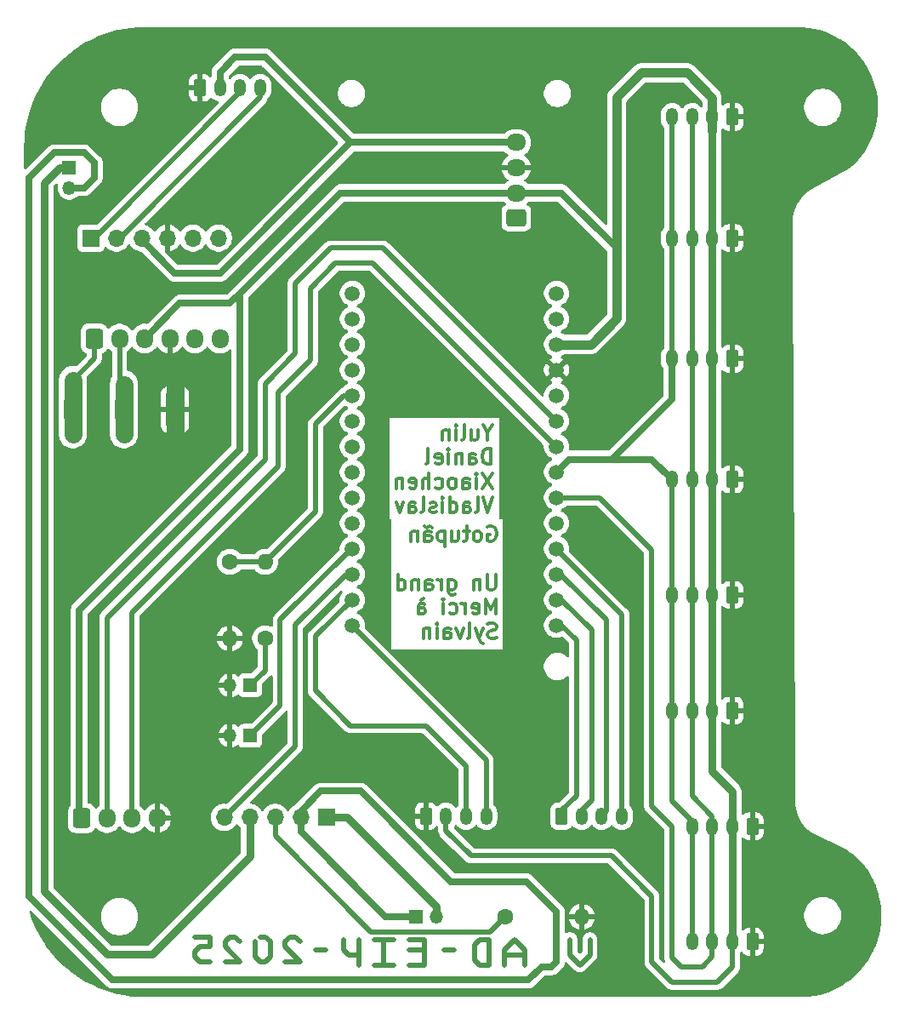
<source format=gbl>
%TF.GenerationSoftware,KiCad,Pcbnew,9.0.0*%
%TF.CreationDate,2025-03-21T19:39:57+01:00*%
%TF.ProjectId,MKRWAN_NSK,4d4b5257-414e-45f4-9e53-4b2e6b696361,v4*%
%TF.SameCoordinates,Original*%
%TF.FileFunction,Copper,L2,Bot*%
%TF.FilePolarity,Positive*%
%FSLAX46Y46*%
G04 Gerber Fmt 4.6, Leading zero omitted, Abs format (unit mm)*
G04 Created by KiCad (PCBNEW 9.0.0) date 2025-03-21 19:39:57*
%MOMM*%
%LPD*%
G01*
G04 APERTURE LIST*
G04 Aperture macros list*
%AMRoundRect*
0 Rectangle with rounded corners*
0 $1 Rounding radius*
0 $2 $3 $4 $5 $6 $7 $8 $9 X,Y pos of 4 corners*
0 Add a 4 corners polygon primitive as box body*
4,1,4,$2,$3,$4,$5,$6,$7,$8,$9,$2,$3,0*
0 Add four circle primitives for the rounded corners*
1,1,$1+$1,$2,$3*
1,1,$1+$1,$4,$5*
1,1,$1+$1,$6,$7*
1,1,$1+$1,$8,$9*
0 Add four rect primitives between the rounded corners*
20,1,$1+$1,$2,$3,$4,$5,0*
20,1,$1+$1,$4,$5,$6,$7,0*
20,1,$1+$1,$6,$7,$8,$9,0*
20,1,$1+$1,$8,$9,$2,$3,0*%
G04 Aperture macros list end*
%ADD10C,0.300000*%
%TA.AperFunction,NonConductor*%
%ADD11C,0.300000*%
%TD*%
%TA.AperFunction,ComponentPad*%
%ADD12R,1.350000X1.350000*%
%TD*%
%TA.AperFunction,ComponentPad*%
%ADD13O,1.350000X1.350000*%
%TD*%
%TA.AperFunction,ComponentPad*%
%ADD14RoundRect,0.250000X0.350000X0.625000X-0.350000X0.625000X-0.350000X-0.625000X0.350000X-0.625000X0*%
%TD*%
%TA.AperFunction,ComponentPad*%
%ADD15O,1.200000X1.750000*%
%TD*%
%TA.AperFunction,ComponentPad*%
%ADD16R,1.700000X1.700000*%
%TD*%
%TA.AperFunction,ComponentPad*%
%ADD17O,1.700000X1.700000*%
%TD*%
%TA.AperFunction,ComponentPad*%
%ADD18RoundRect,0.250000X-0.350000X-0.625000X0.350000X-0.625000X0.350000X0.625000X-0.350000X0.625000X0*%
%TD*%
%TA.AperFunction,ComponentPad*%
%ADD19RoundRect,0.250000X0.725000X-0.600000X0.725000X0.600000X-0.725000X0.600000X-0.725000X-0.600000X0*%
%TD*%
%TA.AperFunction,ComponentPad*%
%ADD20O,1.950000X1.700000*%
%TD*%
%TA.AperFunction,ComponentPad*%
%ADD21C,1.600000*%
%TD*%
%TA.AperFunction,ComponentPad*%
%ADD22O,1.600000X1.600000*%
%TD*%
%TA.AperFunction,ComponentPad*%
%ADD23RoundRect,0.250000X-0.600000X-0.725000X0.600000X-0.725000X0.600000X0.725000X-0.600000X0.725000X0*%
%TD*%
%TA.AperFunction,ComponentPad*%
%ADD24O,1.700000X1.950000*%
%TD*%
%TA.AperFunction,ComponentPad*%
%ADD25C,1.508000*%
%TD*%
%TA.AperFunction,ComponentPad*%
%ADD26RoundRect,0.250000X0.650000X1.550000X-0.650000X1.550000X-0.650000X-1.550000X0.650000X-1.550000X0*%
%TD*%
%TA.AperFunction,ComponentPad*%
%ADD27O,1.800000X3.600000*%
%TD*%
%TA.AperFunction,Conductor*%
%ADD28C,0.800000*%
%TD*%
%TA.AperFunction,Conductor*%
%ADD29C,0.650000*%
%TD*%
%TA.AperFunction,Conductor*%
%ADD30C,0.700000*%
%TD*%
%TA.AperFunction,Conductor*%
%ADD31C,0.500000*%
%TD*%
%TA.AperFunction,Conductor*%
%ADD32C,1.800000*%
%TD*%
%TA.AperFunction,Conductor*%
%ADD33C,0.900000*%
%TD*%
%TA.AperFunction,Conductor*%
%ADD34C,0.550000*%
%TD*%
G04 APERTURE END LIST*
D10*
D11*
X223159774Y-113212593D02*
X223302632Y-113141164D01*
X223302632Y-113141164D02*
X223516917Y-113141164D01*
X223516917Y-113141164D02*
X223731203Y-113212593D01*
X223731203Y-113212593D02*
X223874060Y-113355450D01*
X223874060Y-113355450D02*
X223945489Y-113498307D01*
X223945489Y-113498307D02*
X224016917Y-113784021D01*
X224016917Y-113784021D02*
X224016917Y-113998307D01*
X224016917Y-113998307D02*
X223945489Y-114284021D01*
X223945489Y-114284021D02*
X223874060Y-114426878D01*
X223874060Y-114426878D02*
X223731203Y-114569736D01*
X223731203Y-114569736D02*
X223516917Y-114641164D01*
X223516917Y-114641164D02*
X223374060Y-114641164D01*
X223374060Y-114641164D02*
X223159774Y-114569736D01*
X223159774Y-114569736D02*
X223088346Y-114498307D01*
X223088346Y-114498307D02*
X223088346Y-113998307D01*
X223088346Y-113998307D02*
X223374060Y-113998307D01*
X222231203Y-114641164D02*
X222374060Y-114569736D01*
X222374060Y-114569736D02*
X222445489Y-114498307D01*
X222445489Y-114498307D02*
X222516917Y-114355450D01*
X222516917Y-114355450D02*
X222516917Y-113926878D01*
X222516917Y-113926878D02*
X222445489Y-113784021D01*
X222445489Y-113784021D02*
X222374060Y-113712593D01*
X222374060Y-113712593D02*
X222231203Y-113641164D01*
X222231203Y-113641164D02*
X222016917Y-113641164D01*
X222016917Y-113641164D02*
X221874060Y-113712593D01*
X221874060Y-113712593D02*
X221802632Y-113784021D01*
X221802632Y-113784021D02*
X221731203Y-113926878D01*
X221731203Y-113926878D02*
X221731203Y-114355450D01*
X221731203Y-114355450D02*
X221802632Y-114498307D01*
X221802632Y-114498307D02*
X221874060Y-114569736D01*
X221874060Y-114569736D02*
X222016917Y-114641164D01*
X222016917Y-114641164D02*
X222231203Y-114641164D01*
X221302631Y-113641164D02*
X220731203Y-113641164D01*
X221088346Y-113141164D02*
X221088346Y-114426878D01*
X221088346Y-114426878D02*
X221016917Y-114569736D01*
X221016917Y-114569736D02*
X220874060Y-114641164D01*
X220874060Y-114641164D02*
X220731203Y-114641164D01*
X219588346Y-113641164D02*
X219588346Y-114641164D01*
X220231203Y-113641164D02*
X220231203Y-114426878D01*
X220231203Y-114426878D02*
X220159774Y-114569736D01*
X220159774Y-114569736D02*
X220016917Y-114641164D01*
X220016917Y-114641164D02*
X219802631Y-114641164D01*
X219802631Y-114641164D02*
X219659774Y-114569736D01*
X219659774Y-114569736D02*
X219588346Y-114498307D01*
X218874060Y-113641164D02*
X218874060Y-115141164D01*
X218874060Y-113712593D02*
X218731203Y-113641164D01*
X218731203Y-113641164D02*
X218445488Y-113641164D01*
X218445488Y-113641164D02*
X218302631Y-113712593D01*
X218302631Y-113712593D02*
X218231203Y-113784021D01*
X218231203Y-113784021D02*
X218159774Y-113926878D01*
X218159774Y-113926878D02*
X218159774Y-114355450D01*
X218159774Y-114355450D02*
X218231203Y-114498307D01*
X218231203Y-114498307D02*
X218302631Y-114569736D01*
X218302631Y-114569736D02*
X218445488Y-114641164D01*
X218445488Y-114641164D02*
X218731203Y-114641164D01*
X218731203Y-114641164D02*
X218874060Y-114569736D01*
X216874060Y-114641164D02*
X216874060Y-113855450D01*
X216874060Y-113855450D02*
X216945488Y-113712593D01*
X216945488Y-113712593D02*
X217088345Y-113641164D01*
X217088345Y-113641164D02*
X217374060Y-113641164D01*
X217374060Y-113641164D02*
X217516917Y-113712593D01*
X216874060Y-114569736D02*
X217016917Y-114641164D01*
X217016917Y-114641164D02*
X217374060Y-114641164D01*
X217374060Y-114641164D02*
X217516917Y-114569736D01*
X217516917Y-114569736D02*
X217588345Y-114426878D01*
X217588345Y-114426878D02*
X217588345Y-114284021D01*
X217588345Y-114284021D02*
X217516917Y-114141164D01*
X217516917Y-114141164D02*
X217374060Y-114069736D01*
X217374060Y-114069736D02*
X217016917Y-114069736D01*
X217016917Y-114069736D02*
X216874060Y-113998307D01*
X217588345Y-113284021D02*
X217516917Y-113212593D01*
X217516917Y-113212593D02*
X217374060Y-113141164D01*
X217374060Y-113141164D02*
X217088345Y-113284021D01*
X217088345Y-113284021D02*
X216945488Y-113212593D01*
X216945488Y-113212593D02*
X216874060Y-113141164D01*
X216159774Y-113641164D02*
X216159774Y-114641164D01*
X216159774Y-113784021D02*
X216088345Y-113712593D01*
X216088345Y-113712593D02*
X215945488Y-113641164D01*
X215945488Y-113641164D02*
X215731202Y-113641164D01*
X215731202Y-113641164D02*
X215588345Y-113712593D01*
X215588345Y-113712593D02*
X215516917Y-113855450D01*
X215516917Y-113855450D02*
X215516917Y-114641164D01*
X223945489Y-117970996D02*
X223945489Y-119185282D01*
X223945489Y-119185282D02*
X223874060Y-119328139D01*
X223874060Y-119328139D02*
X223802632Y-119399568D01*
X223802632Y-119399568D02*
X223659774Y-119470996D01*
X223659774Y-119470996D02*
X223374060Y-119470996D01*
X223374060Y-119470996D02*
X223231203Y-119399568D01*
X223231203Y-119399568D02*
X223159774Y-119328139D01*
X223159774Y-119328139D02*
X223088346Y-119185282D01*
X223088346Y-119185282D02*
X223088346Y-117970996D01*
X222374060Y-118470996D02*
X222374060Y-119470996D01*
X222374060Y-118613853D02*
X222302631Y-118542425D01*
X222302631Y-118542425D02*
X222159774Y-118470996D01*
X222159774Y-118470996D02*
X221945488Y-118470996D01*
X221945488Y-118470996D02*
X221802631Y-118542425D01*
X221802631Y-118542425D02*
X221731203Y-118685282D01*
X221731203Y-118685282D02*
X221731203Y-119470996D01*
X219231203Y-118470996D02*
X219231203Y-119685282D01*
X219231203Y-119685282D02*
X219302631Y-119828139D01*
X219302631Y-119828139D02*
X219374060Y-119899568D01*
X219374060Y-119899568D02*
X219516917Y-119970996D01*
X219516917Y-119970996D02*
X219731203Y-119970996D01*
X219731203Y-119970996D02*
X219874060Y-119899568D01*
X219231203Y-119399568D02*
X219374060Y-119470996D01*
X219374060Y-119470996D02*
X219659774Y-119470996D01*
X219659774Y-119470996D02*
X219802631Y-119399568D01*
X219802631Y-119399568D02*
X219874060Y-119328139D01*
X219874060Y-119328139D02*
X219945488Y-119185282D01*
X219945488Y-119185282D02*
X219945488Y-118756710D01*
X219945488Y-118756710D02*
X219874060Y-118613853D01*
X219874060Y-118613853D02*
X219802631Y-118542425D01*
X219802631Y-118542425D02*
X219659774Y-118470996D01*
X219659774Y-118470996D02*
X219374060Y-118470996D01*
X219374060Y-118470996D02*
X219231203Y-118542425D01*
X218516917Y-119470996D02*
X218516917Y-118470996D01*
X218516917Y-118756710D02*
X218445488Y-118613853D01*
X218445488Y-118613853D02*
X218374060Y-118542425D01*
X218374060Y-118542425D02*
X218231202Y-118470996D01*
X218231202Y-118470996D02*
X218088345Y-118470996D01*
X216945489Y-119470996D02*
X216945489Y-118685282D01*
X216945489Y-118685282D02*
X217016917Y-118542425D01*
X217016917Y-118542425D02*
X217159774Y-118470996D01*
X217159774Y-118470996D02*
X217445489Y-118470996D01*
X217445489Y-118470996D02*
X217588346Y-118542425D01*
X216945489Y-119399568D02*
X217088346Y-119470996D01*
X217088346Y-119470996D02*
X217445489Y-119470996D01*
X217445489Y-119470996D02*
X217588346Y-119399568D01*
X217588346Y-119399568D02*
X217659774Y-119256710D01*
X217659774Y-119256710D02*
X217659774Y-119113853D01*
X217659774Y-119113853D02*
X217588346Y-118970996D01*
X217588346Y-118970996D02*
X217445489Y-118899568D01*
X217445489Y-118899568D02*
X217088346Y-118899568D01*
X217088346Y-118899568D02*
X216945489Y-118828139D01*
X216231203Y-118470996D02*
X216231203Y-119470996D01*
X216231203Y-118613853D02*
X216159774Y-118542425D01*
X216159774Y-118542425D02*
X216016917Y-118470996D01*
X216016917Y-118470996D02*
X215802631Y-118470996D01*
X215802631Y-118470996D02*
X215659774Y-118542425D01*
X215659774Y-118542425D02*
X215588346Y-118685282D01*
X215588346Y-118685282D02*
X215588346Y-119470996D01*
X214231203Y-119470996D02*
X214231203Y-117970996D01*
X214231203Y-119399568D02*
X214374060Y-119470996D01*
X214374060Y-119470996D02*
X214659774Y-119470996D01*
X214659774Y-119470996D02*
X214802631Y-119399568D01*
X214802631Y-119399568D02*
X214874060Y-119328139D01*
X214874060Y-119328139D02*
X214945488Y-119185282D01*
X214945488Y-119185282D02*
X214945488Y-118756710D01*
X214945488Y-118756710D02*
X214874060Y-118613853D01*
X214874060Y-118613853D02*
X214802631Y-118542425D01*
X214802631Y-118542425D02*
X214659774Y-118470996D01*
X214659774Y-118470996D02*
X214374060Y-118470996D01*
X214374060Y-118470996D02*
X214231203Y-118542425D01*
X223945489Y-121885912D02*
X223945489Y-120385912D01*
X223945489Y-120385912D02*
X223445489Y-121457341D01*
X223445489Y-121457341D02*
X222945489Y-120385912D01*
X222945489Y-120385912D02*
X222945489Y-121885912D01*
X221659774Y-121814484D02*
X221802631Y-121885912D01*
X221802631Y-121885912D02*
X222088346Y-121885912D01*
X222088346Y-121885912D02*
X222231203Y-121814484D01*
X222231203Y-121814484D02*
X222302631Y-121671626D01*
X222302631Y-121671626D02*
X222302631Y-121100198D01*
X222302631Y-121100198D02*
X222231203Y-120957341D01*
X222231203Y-120957341D02*
X222088346Y-120885912D01*
X222088346Y-120885912D02*
X221802631Y-120885912D01*
X221802631Y-120885912D02*
X221659774Y-120957341D01*
X221659774Y-120957341D02*
X221588346Y-121100198D01*
X221588346Y-121100198D02*
X221588346Y-121243055D01*
X221588346Y-121243055D02*
X222302631Y-121385912D01*
X220945489Y-121885912D02*
X220945489Y-120885912D01*
X220945489Y-121171626D02*
X220874060Y-121028769D01*
X220874060Y-121028769D02*
X220802632Y-120957341D01*
X220802632Y-120957341D02*
X220659774Y-120885912D01*
X220659774Y-120885912D02*
X220516917Y-120885912D01*
X219374061Y-121814484D02*
X219516918Y-121885912D01*
X219516918Y-121885912D02*
X219802632Y-121885912D01*
X219802632Y-121885912D02*
X219945489Y-121814484D01*
X219945489Y-121814484D02*
X220016918Y-121743055D01*
X220016918Y-121743055D02*
X220088346Y-121600198D01*
X220088346Y-121600198D02*
X220088346Y-121171626D01*
X220088346Y-121171626D02*
X220016918Y-121028769D01*
X220016918Y-121028769D02*
X219945489Y-120957341D01*
X219945489Y-120957341D02*
X219802632Y-120885912D01*
X219802632Y-120885912D02*
X219516918Y-120885912D01*
X219516918Y-120885912D02*
X219374061Y-120957341D01*
X218731204Y-121885912D02*
X218731204Y-120885912D01*
X218731204Y-120385912D02*
X218802632Y-120457341D01*
X218802632Y-120457341D02*
X218731204Y-120528769D01*
X218731204Y-120528769D02*
X218659775Y-120457341D01*
X218659775Y-120457341D02*
X218731204Y-120385912D01*
X218731204Y-120385912D02*
X218731204Y-120528769D01*
X216231204Y-121885912D02*
X216231204Y-121100198D01*
X216231204Y-121100198D02*
X216302632Y-120957341D01*
X216302632Y-120957341D02*
X216445489Y-120885912D01*
X216445489Y-120885912D02*
X216731204Y-120885912D01*
X216731204Y-120885912D02*
X216874061Y-120957341D01*
X216231204Y-121814484D02*
X216374061Y-121885912D01*
X216374061Y-121885912D02*
X216731204Y-121885912D01*
X216731204Y-121885912D02*
X216874061Y-121814484D01*
X216874061Y-121814484D02*
X216945489Y-121671626D01*
X216945489Y-121671626D02*
X216945489Y-121528769D01*
X216945489Y-121528769D02*
X216874061Y-121385912D01*
X216874061Y-121385912D02*
X216731204Y-121314484D01*
X216731204Y-121314484D02*
X216374061Y-121314484D01*
X216374061Y-121314484D02*
X216231204Y-121243055D01*
X216731204Y-120314484D02*
X216516918Y-120528769D01*
X224016917Y-124229400D02*
X223802632Y-124300828D01*
X223802632Y-124300828D02*
X223445489Y-124300828D01*
X223445489Y-124300828D02*
X223302632Y-124229400D01*
X223302632Y-124229400D02*
X223231203Y-124157971D01*
X223231203Y-124157971D02*
X223159774Y-124015114D01*
X223159774Y-124015114D02*
X223159774Y-123872257D01*
X223159774Y-123872257D02*
X223231203Y-123729400D01*
X223231203Y-123729400D02*
X223302632Y-123657971D01*
X223302632Y-123657971D02*
X223445489Y-123586542D01*
X223445489Y-123586542D02*
X223731203Y-123515114D01*
X223731203Y-123515114D02*
X223874060Y-123443685D01*
X223874060Y-123443685D02*
X223945489Y-123372257D01*
X223945489Y-123372257D02*
X224016917Y-123229400D01*
X224016917Y-123229400D02*
X224016917Y-123086542D01*
X224016917Y-123086542D02*
X223945489Y-122943685D01*
X223945489Y-122943685D02*
X223874060Y-122872257D01*
X223874060Y-122872257D02*
X223731203Y-122800828D01*
X223731203Y-122800828D02*
X223374060Y-122800828D01*
X223374060Y-122800828D02*
X223159774Y-122872257D01*
X222659775Y-123300828D02*
X222302632Y-124300828D01*
X221945489Y-123300828D02*
X222302632Y-124300828D01*
X222302632Y-124300828D02*
X222445489Y-124657971D01*
X222445489Y-124657971D02*
X222516918Y-124729400D01*
X222516918Y-124729400D02*
X222659775Y-124800828D01*
X221159775Y-124300828D02*
X221302632Y-124229400D01*
X221302632Y-124229400D02*
X221374061Y-124086542D01*
X221374061Y-124086542D02*
X221374061Y-122800828D01*
X220731204Y-123300828D02*
X220374061Y-124300828D01*
X220374061Y-124300828D02*
X220016918Y-123300828D01*
X218802633Y-124300828D02*
X218802633Y-123515114D01*
X218802633Y-123515114D02*
X218874061Y-123372257D01*
X218874061Y-123372257D02*
X219016918Y-123300828D01*
X219016918Y-123300828D02*
X219302633Y-123300828D01*
X219302633Y-123300828D02*
X219445490Y-123372257D01*
X218802633Y-124229400D02*
X218945490Y-124300828D01*
X218945490Y-124300828D02*
X219302633Y-124300828D01*
X219302633Y-124300828D02*
X219445490Y-124229400D01*
X219445490Y-124229400D02*
X219516918Y-124086542D01*
X219516918Y-124086542D02*
X219516918Y-123943685D01*
X219516918Y-123943685D02*
X219445490Y-123800828D01*
X219445490Y-123800828D02*
X219302633Y-123729400D01*
X219302633Y-123729400D02*
X218945490Y-123729400D01*
X218945490Y-123729400D02*
X218802633Y-123657971D01*
X218088347Y-124300828D02*
X218088347Y-123300828D01*
X218088347Y-122800828D02*
X218159775Y-122872257D01*
X218159775Y-122872257D02*
X218088347Y-122943685D01*
X218088347Y-122943685D02*
X218016918Y-122872257D01*
X218016918Y-122872257D02*
X218088347Y-122800828D01*
X218088347Y-122800828D02*
X218088347Y-122943685D01*
X217374061Y-123300828D02*
X217374061Y-124300828D01*
X217374061Y-123443685D02*
X217302632Y-123372257D01*
X217302632Y-123372257D02*
X217159775Y-123300828D01*
X217159775Y-123300828D02*
X216945489Y-123300828D01*
X216945489Y-123300828D02*
X216802632Y-123372257D01*
X216802632Y-123372257D02*
X216731204Y-123515114D01*
X216731204Y-123515114D02*
X216731204Y-124300828D01*
D10*
D11*
X223159774Y-103841794D02*
X223159774Y-104556080D01*
X223659774Y-103056080D02*
X223159774Y-103841794D01*
X223159774Y-103841794D02*
X222659774Y-103056080D01*
X221516918Y-103556080D02*
X221516918Y-104556080D01*
X222159775Y-103556080D02*
X222159775Y-104341794D01*
X222159775Y-104341794D02*
X222088346Y-104484652D01*
X222088346Y-104484652D02*
X221945489Y-104556080D01*
X221945489Y-104556080D02*
X221731203Y-104556080D01*
X221731203Y-104556080D02*
X221588346Y-104484652D01*
X221588346Y-104484652D02*
X221516918Y-104413223D01*
X220588346Y-104556080D02*
X220731203Y-104484652D01*
X220731203Y-104484652D02*
X220802632Y-104341794D01*
X220802632Y-104341794D02*
X220802632Y-103056080D01*
X220016918Y-104556080D02*
X220016918Y-103556080D01*
X220016918Y-103056080D02*
X220088346Y-103127509D01*
X220088346Y-103127509D02*
X220016918Y-103198937D01*
X220016918Y-103198937D02*
X219945489Y-103127509D01*
X219945489Y-103127509D02*
X220016918Y-103056080D01*
X220016918Y-103056080D02*
X220016918Y-103198937D01*
X219302632Y-103556080D02*
X219302632Y-104556080D01*
X219302632Y-103698937D02*
X219231203Y-103627509D01*
X219231203Y-103627509D02*
X219088346Y-103556080D01*
X219088346Y-103556080D02*
X218874060Y-103556080D01*
X218874060Y-103556080D02*
X218731203Y-103627509D01*
X218731203Y-103627509D02*
X218659775Y-103770366D01*
X218659775Y-103770366D02*
X218659775Y-104556080D01*
X223445489Y-106970996D02*
X223445489Y-105470996D01*
X223445489Y-105470996D02*
X223088346Y-105470996D01*
X223088346Y-105470996D02*
X222874060Y-105542425D01*
X222874060Y-105542425D02*
X222731203Y-105685282D01*
X222731203Y-105685282D02*
X222659774Y-105828139D01*
X222659774Y-105828139D02*
X222588346Y-106113853D01*
X222588346Y-106113853D02*
X222588346Y-106328139D01*
X222588346Y-106328139D02*
X222659774Y-106613853D01*
X222659774Y-106613853D02*
X222731203Y-106756710D01*
X222731203Y-106756710D02*
X222874060Y-106899568D01*
X222874060Y-106899568D02*
X223088346Y-106970996D01*
X223088346Y-106970996D02*
X223445489Y-106970996D01*
X221302632Y-106970996D02*
X221302632Y-106185282D01*
X221302632Y-106185282D02*
X221374060Y-106042425D01*
X221374060Y-106042425D02*
X221516917Y-105970996D01*
X221516917Y-105970996D02*
X221802632Y-105970996D01*
X221802632Y-105970996D02*
X221945489Y-106042425D01*
X221302632Y-106899568D02*
X221445489Y-106970996D01*
X221445489Y-106970996D02*
X221802632Y-106970996D01*
X221802632Y-106970996D02*
X221945489Y-106899568D01*
X221945489Y-106899568D02*
X222016917Y-106756710D01*
X222016917Y-106756710D02*
X222016917Y-106613853D01*
X222016917Y-106613853D02*
X221945489Y-106470996D01*
X221945489Y-106470996D02*
X221802632Y-106399568D01*
X221802632Y-106399568D02*
X221445489Y-106399568D01*
X221445489Y-106399568D02*
X221302632Y-106328139D01*
X220588346Y-105970996D02*
X220588346Y-106970996D01*
X220588346Y-106113853D02*
X220516917Y-106042425D01*
X220516917Y-106042425D02*
X220374060Y-105970996D01*
X220374060Y-105970996D02*
X220159774Y-105970996D01*
X220159774Y-105970996D02*
X220016917Y-106042425D01*
X220016917Y-106042425D02*
X219945489Y-106185282D01*
X219945489Y-106185282D02*
X219945489Y-106970996D01*
X219231203Y-106970996D02*
X219231203Y-105970996D01*
X219231203Y-105470996D02*
X219302631Y-105542425D01*
X219302631Y-105542425D02*
X219231203Y-105613853D01*
X219231203Y-105613853D02*
X219159774Y-105542425D01*
X219159774Y-105542425D02*
X219231203Y-105470996D01*
X219231203Y-105470996D02*
X219231203Y-105613853D01*
X217945488Y-106899568D02*
X218088345Y-106970996D01*
X218088345Y-106970996D02*
X218374060Y-106970996D01*
X218374060Y-106970996D02*
X218516917Y-106899568D01*
X218516917Y-106899568D02*
X218588345Y-106756710D01*
X218588345Y-106756710D02*
X218588345Y-106185282D01*
X218588345Y-106185282D02*
X218516917Y-106042425D01*
X218516917Y-106042425D02*
X218374060Y-105970996D01*
X218374060Y-105970996D02*
X218088345Y-105970996D01*
X218088345Y-105970996D02*
X217945488Y-106042425D01*
X217945488Y-106042425D02*
X217874060Y-106185282D01*
X217874060Y-106185282D02*
X217874060Y-106328139D01*
X217874060Y-106328139D02*
X218588345Y-106470996D01*
X217016917Y-106970996D02*
X217159774Y-106899568D01*
X217159774Y-106899568D02*
X217231203Y-106756710D01*
X217231203Y-106756710D02*
X217231203Y-105470996D01*
X223588346Y-107885912D02*
X222588346Y-109385912D01*
X222588346Y-107885912D02*
X223588346Y-109385912D01*
X222016918Y-109385912D02*
X222016918Y-108385912D01*
X222016918Y-107885912D02*
X222088346Y-107957341D01*
X222088346Y-107957341D02*
X222016918Y-108028769D01*
X222016918Y-108028769D02*
X221945489Y-107957341D01*
X221945489Y-107957341D02*
X222016918Y-107885912D01*
X222016918Y-107885912D02*
X222016918Y-108028769D01*
X220659775Y-109385912D02*
X220659775Y-108600198D01*
X220659775Y-108600198D02*
X220731203Y-108457341D01*
X220731203Y-108457341D02*
X220874060Y-108385912D01*
X220874060Y-108385912D02*
X221159775Y-108385912D01*
X221159775Y-108385912D02*
X221302632Y-108457341D01*
X220659775Y-109314484D02*
X220802632Y-109385912D01*
X220802632Y-109385912D02*
X221159775Y-109385912D01*
X221159775Y-109385912D02*
X221302632Y-109314484D01*
X221302632Y-109314484D02*
X221374060Y-109171626D01*
X221374060Y-109171626D02*
X221374060Y-109028769D01*
X221374060Y-109028769D02*
X221302632Y-108885912D01*
X221302632Y-108885912D02*
X221159775Y-108814484D01*
X221159775Y-108814484D02*
X220802632Y-108814484D01*
X220802632Y-108814484D02*
X220659775Y-108743055D01*
X219731203Y-109385912D02*
X219874060Y-109314484D01*
X219874060Y-109314484D02*
X219945489Y-109243055D01*
X219945489Y-109243055D02*
X220016917Y-109100198D01*
X220016917Y-109100198D02*
X220016917Y-108671626D01*
X220016917Y-108671626D02*
X219945489Y-108528769D01*
X219945489Y-108528769D02*
X219874060Y-108457341D01*
X219874060Y-108457341D02*
X219731203Y-108385912D01*
X219731203Y-108385912D02*
X219516917Y-108385912D01*
X219516917Y-108385912D02*
X219374060Y-108457341D01*
X219374060Y-108457341D02*
X219302632Y-108528769D01*
X219302632Y-108528769D02*
X219231203Y-108671626D01*
X219231203Y-108671626D02*
X219231203Y-109100198D01*
X219231203Y-109100198D02*
X219302632Y-109243055D01*
X219302632Y-109243055D02*
X219374060Y-109314484D01*
X219374060Y-109314484D02*
X219516917Y-109385912D01*
X219516917Y-109385912D02*
X219731203Y-109385912D01*
X217945489Y-109314484D02*
X218088346Y-109385912D01*
X218088346Y-109385912D02*
X218374060Y-109385912D01*
X218374060Y-109385912D02*
X218516917Y-109314484D01*
X218516917Y-109314484D02*
X218588346Y-109243055D01*
X218588346Y-109243055D02*
X218659774Y-109100198D01*
X218659774Y-109100198D02*
X218659774Y-108671626D01*
X218659774Y-108671626D02*
X218588346Y-108528769D01*
X218588346Y-108528769D02*
X218516917Y-108457341D01*
X218516917Y-108457341D02*
X218374060Y-108385912D01*
X218374060Y-108385912D02*
X218088346Y-108385912D01*
X218088346Y-108385912D02*
X217945489Y-108457341D01*
X217302632Y-109385912D02*
X217302632Y-107885912D01*
X216659775Y-109385912D02*
X216659775Y-108600198D01*
X216659775Y-108600198D02*
X216731203Y-108457341D01*
X216731203Y-108457341D02*
X216874060Y-108385912D01*
X216874060Y-108385912D02*
X217088346Y-108385912D01*
X217088346Y-108385912D02*
X217231203Y-108457341D01*
X217231203Y-108457341D02*
X217302632Y-108528769D01*
X215374060Y-109314484D02*
X215516917Y-109385912D01*
X215516917Y-109385912D02*
X215802632Y-109385912D01*
X215802632Y-109385912D02*
X215945489Y-109314484D01*
X215945489Y-109314484D02*
X216016917Y-109171626D01*
X216016917Y-109171626D02*
X216016917Y-108600198D01*
X216016917Y-108600198D02*
X215945489Y-108457341D01*
X215945489Y-108457341D02*
X215802632Y-108385912D01*
X215802632Y-108385912D02*
X215516917Y-108385912D01*
X215516917Y-108385912D02*
X215374060Y-108457341D01*
X215374060Y-108457341D02*
X215302632Y-108600198D01*
X215302632Y-108600198D02*
X215302632Y-108743055D01*
X215302632Y-108743055D02*
X216016917Y-108885912D01*
X214659775Y-108385912D02*
X214659775Y-109385912D01*
X214659775Y-108528769D02*
X214588346Y-108457341D01*
X214588346Y-108457341D02*
X214445489Y-108385912D01*
X214445489Y-108385912D02*
X214231203Y-108385912D01*
X214231203Y-108385912D02*
X214088346Y-108457341D01*
X214088346Y-108457341D02*
X214016918Y-108600198D01*
X214016918Y-108600198D02*
X214016918Y-109385912D01*
X223659774Y-110300828D02*
X223159774Y-111800828D01*
X223159774Y-111800828D02*
X222659774Y-110300828D01*
X221945489Y-111800828D02*
X222088346Y-111729400D01*
X222088346Y-111729400D02*
X222159775Y-111586542D01*
X222159775Y-111586542D02*
X222159775Y-110300828D01*
X220731204Y-111800828D02*
X220731204Y-111015114D01*
X220731204Y-111015114D02*
X220802632Y-110872257D01*
X220802632Y-110872257D02*
X220945489Y-110800828D01*
X220945489Y-110800828D02*
X221231204Y-110800828D01*
X221231204Y-110800828D02*
X221374061Y-110872257D01*
X220731204Y-111729400D02*
X220874061Y-111800828D01*
X220874061Y-111800828D02*
X221231204Y-111800828D01*
X221231204Y-111800828D02*
X221374061Y-111729400D01*
X221374061Y-111729400D02*
X221445489Y-111586542D01*
X221445489Y-111586542D02*
X221445489Y-111443685D01*
X221445489Y-111443685D02*
X221374061Y-111300828D01*
X221374061Y-111300828D02*
X221231204Y-111229400D01*
X221231204Y-111229400D02*
X220874061Y-111229400D01*
X220874061Y-111229400D02*
X220731204Y-111157971D01*
X219374061Y-111800828D02*
X219374061Y-110300828D01*
X219374061Y-111729400D02*
X219516918Y-111800828D01*
X219516918Y-111800828D02*
X219802632Y-111800828D01*
X219802632Y-111800828D02*
X219945489Y-111729400D01*
X219945489Y-111729400D02*
X220016918Y-111657971D01*
X220016918Y-111657971D02*
X220088346Y-111515114D01*
X220088346Y-111515114D02*
X220088346Y-111086542D01*
X220088346Y-111086542D02*
X220016918Y-110943685D01*
X220016918Y-110943685D02*
X219945489Y-110872257D01*
X219945489Y-110872257D02*
X219802632Y-110800828D01*
X219802632Y-110800828D02*
X219516918Y-110800828D01*
X219516918Y-110800828D02*
X219374061Y-110872257D01*
X218659775Y-111800828D02*
X218659775Y-110800828D01*
X218659775Y-110300828D02*
X218731203Y-110372257D01*
X218731203Y-110372257D02*
X218659775Y-110443685D01*
X218659775Y-110443685D02*
X218588346Y-110372257D01*
X218588346Y-110372257D02*
X218659775Y-110300828D01*
X218659775Y-110300828D02*
X218659775Y-110443685D01*
X218016917Y-111729400D02*
X217874060Y-111800828D01*
X217874060Y-111800828D02*
X217588346Y-111800828D01*
X217588346Y-111800828D02*
X217445489Y-111729400D01*
X217445489Y-111729400D02*
X217374060Y-111586542D01*
X217374060Y-111586542D02*
X217374060Y-111515114D01*
X217374060Y-111515114D02*
X217445489Y-111372257D01*
X217445489Y-111372257D02*
X217588346Y-111300828D01*
X217588346Y-111300828D02*
X217802632Y-111300828D01*
X217802632Y-111300828D02*
X217945489Y-111229400D01*
X217945489Y-111229400D02*
X218016917Y-111086542D01*
X218016917Y-111086542D02*
X218016917Y-111015114D01*
X218016917Y-111015114D02*
X217945489Y-110872257D01*
X217945489Y-110872257D02*
X217802632Y-110800828D01*
X217802632Y-110800828D02*
X217588346Y-110800828D01*
X217588346Y-110800828D02*
X217445489Y-110872257D01*
X216516917Y-111800828D02*
X216659774Y-111729400D01*
X216659774Y-111729400D02*
X216731203Y-111586542D01*
X216731203Y-111586542D02*
X216731203Y-110300828D01*
X215302632Y-111800828D02*
X215302632Y-111015114D01*
X215302632Y-111015114D02*
X215374060Y-110872257D01*
X215374060Y-110872257D02*
X215516917Y-110800828D01*
X215516917Y-110800828D02*
X215802632Y-110800828D01*
X215802632Y-110800828D02*
X215945489Y-110872257D01*
X215302632Y-111729400D02*
X215445489Y-111800828D01*
X215445489Y-111800828D02*
X215802632Y-111800828D01*
X215802632Y-111800828D02*
X215945489Y-111729400D01*
X215945489Y-111729400D02*
X216016917Y-111586542D01*
X216016917Y-111586542D02*
X216016917Y-111443685D01*
X216016917Y-111443685D02*
X215945489Y-111300828D01*
X215945489Y-111300828D02*
X215802632Y-111229400D01*
X215802632Y-111229400D02*
X215445489Y-111229400D01*
X215445489Y-111229400D02*
X215302632Y-111157971D01*
X214731203Y-110800828D02*
X214374060Y-111800828D01*
X214374060Y-111800828D02*
X214016917Y-110800828D01*
D12*
%TO.P,On1,1,Pin_1*%
%TO.N,/D2*%
X199500000Y-134000000D03*
D13*
%TO.P,On1,2,Pin_2*%
%TO.N,/GND*%
X197500000Y-134000000D03*
%TD*%
D12*
%TO.P,Battery_manager1,1,Pin_1*%
%TO.N,/GND_bis*%
X216000000Y-152000000D03*
D13*
%TO.P,Battery_manager1,2,Pin_2*%
%TO.N,Net-(Battery_manager1-Pin_2)*%
X218000000Y-152000000D03*
%TD*%
D14*
%TO.P,J8,1,1*%
%TO.N,/GND*%
X247500000Y-108500000D03*
D15*
%TO.P,J8,2,2*%
%TO.N,/3v3*%
X245500000Y-108500000D03*
%TO.P,J8,3,3*%
%TO.N,/SDA*%
X243500000Y-108500000D03*
%TO.P,J8,4,4*%
%TO.N,/SCL*%
X241500000Y-108500000D03*
%TD*%
D14*
%TO.P,J2,1,1*%
%TO.N,/GND*%
X247500000Y-84500000D03*
D15*
%TO.P,J2,2,2*%
%TO.N,/3v3*%
X245500000Y-84500000D03*
%TO.P,J2,3,3*%
%TO.N,/SDA*%
X243500000Y-84500000D03*
%TO.P,J2,4,4*%
%TO.N,/SCL*%
X241500000Y-84500000D03*
%TD*%
D14*
%TO.P,J4,1,1*%
%TO.N,/GND*%
X249500000Y-154500000D03*
D15*
%TO.P,J4,2,2*%
%TO.N,/3v3*%
X247500000Y-154500000D03*
%TO.P,J4,3,3*%
%TO.N,/SDA*%
X245500000Y-154500000D03*
%TO.P,J4,4,4*%
%TO.N,/SCL*%
X243500000Y-154500000D03*
%TD*%
D14*
%TO.P,J7,1,1*%
%TO.N,/GND*%
X247500000Y-120000000D03*
D15*
%TO.P,J7,2,2*%
%TO.N,/3v3*%
X245500000Y-120000000D03*
%TO.P,J7,3,3*%
%TO.N,/SDA*%
X243500000Y-120000000D03*
%TO.P,J7,4,4*%
%TO.N,/SCL*%
X241500000Y-120000000D03*
%TD*%
D14*
%TO.P,J3,1,1*%
%TO.N,/GND*%
X249500000Y-143000000D03*
D15*
%TO.P,J3,2,2*%
%TO.N,/3v3*%
X247500000Y-143000000D03*
%TO.P,J3,3,3*%
%TO.N,/SDA*%
X245500000Y-143000000D03*
%TO.P,J3,4,4*%
%TO.N,/SCL*%
X243500000Y-143000000D03*
%TD*%
D16*
%TO.P,J1,1,Pin_1*%
%TO.N,Net-(Battery_manager1-Pin_2)*%
X207075000Y-142125000D03*
D17*
%TO.P,J1,2,Pin_2*%
%TO.N,/GND_bis*%
X204535000Y-142125000D03*
%TO.P,J1,3,Pin_3*%
%TO.N,Net-(J1-Pin_3)*%
X201995000Y-142125000D03*
%TO.P,J1,4,Pin_4*%
%TO.N,/3v3_bis*%
X199455000Y-142125000D03*
%TO.P,J1,5,Pin_5*%
%TO.N,/D3*%
X196915000Y-142125000D03*
%TD*%
D14*
%TO.P,J6,1,1*%
%TO.N,/GND*%
X247500000Y-72450000D03*
D15*
%TO.P,J6,2,2*%
%TO.N,/3v3*%
X245500000Y-72450000D03*
%TO.P,J6,3,3*%
%TO.N,/SDA*%
X243500000Y-72450000D03*
%TO.P,J6,4,4*%
%TO.N,/SCL*%
X241500000Y-72450000D03*
%TD*%
D18*
%TO.P,E_ink_1_D4_to_D5,1,1*%
%TO.N,/GND*%
X217000000Y-142000000D03*
D15*
%TO.P,E_ink_1_D4_to_D5,2,2*%
%TO.N,/3v3*%
X219000000Y-142000000D03*
%TO.P,E_ink_1_D4_to_D5,3,3*%
%TO.N,/D4*%
X221000000Y-142000000D03*
%TO.P,E_ink_1_D4_to_D5,4,4*%
%TO.N,/D5*%
X223000000Y-142000000D03*
%TD*%
D18*
%TO.P,E_ink_2_D6_to_D9,1,1*%
%TO.N,/D6*%
X230500000Y-142000000D03*
D15*
%TO.P,E_ink_2_D6_to_D9,2,2*%
%TO.N,/D7*%
X232500000Y-142000000D03*
%TO.P,E_ink_2_D6_to_D9,3,3*%
%TO.N,/D8_MOSI*%
X234500000Y-142000000D03*
%TO.P,E_ink_2_D6_to_D9,4,4*%
%TO.N,/D9_SCK*%
X236500000Y-142000000D03*
%TD*%
D19*
%TO.P,3v3_to_5v1,1,Pin_1*%
%TO.N,unconnected-(3v3_to_5v1-Pin_1-Pad1)*%
X226000000Y-82500000D03*
D20*
%TO.P,3v3_to_5v1,2,Pin_2*%
%TO.N,/3v3*%
X226000000Y-80000000D03*
%TO.P,3v3_to_5v1,3,Pin_3*%
%TO.N,/GND*%
X226000000Y-77500000D03*
%TO.P,3v3_to_5v1,4,Pin_4*%
%TO.N,/5v*%
X226000000Y-75000000D03*
%TD*%
D21*
%TO.P,R3_Delay1,1*%
%TO.N,Net-(J1-Pin_3)*%
X224880000Y-152000000D03*
D22*
%TO.P,R3_Delay1,2*%
%TO.N,/GND*%
X232500000Y-152000000D03*
%TD*%
D23*
%TO.P,TTL_in1,1,Pin_1*%
%TO.N,/3v3*%
X182750000Y-142200000D03*
D24*
%TO.P,TTL_in1,2,Pin_2*%
%TO.N,/TX_D14*%
X185250000Y-142200000D03*
%TO.P,TTL_in1,3,Pin_3*%
%TO.N,/RX_D13*%
X187750000Y-142200000D03*
%TO.P,TTL_in1,4,Pin_4*%
%TO.N,/GND*%
X190250000Y-142200000D03*
%TD*%
D12*
%TO.P,Energy_IN1,1,Pin_1*%
%TO.N,/3v3_bis*%
X181500000Y-77500000D03*
D13*
%TO.P,Energy_IN1,2,Pin_2*%
%TO.N,/GND_bis*%
X181500000Y-79500000D03*
%TD*%
D14*
%TO.P,J9,1,1*%
%TO.N,/GND*%
X247500000Y-96500000D03*
D15*
%TO.P,J9,2,2*%
%TO.N,/3v3*%
X245500000Y-96500000D03*
%TO.P,J9,3,3*%
%TO.N,/SDA*%
X243500000Y-96500000D03*
%TO.P,J9,4,4*%
%TO.N,/SCL*%
X241500000Y-96500000D03*
%TD*%
D25*
%TO.P,U1,J3_1,PA03/AREF/AIN(1)*%
%TO.N,unconnected-(U1-PA03{slash}AREF{slash}AIN(1)-PadJ3_1)*%
X209680000Y-90000000D03*
%TO.P,U1,J3_2,PA02/D15/DAC0/AIN(0)/A0*%
%TO.N,unconnected-(U1-PA02{slash}D15{slash}DAC0{slash}AIN(0){slash}A0-PadJ3_2)*%
X209680000Y-92540000D03*
%TO.P,U1,J3_3,PB02/D16/AIN(10)/A1*%
%TO.N,unconnected-(U1-PB02{slash}D16{slash}AIN(10){slash}A1-PadJ3_3)*%
X209680000Y-95080000D03*
%TO.P,U1,J3_4,PB03/D17/AIN(11)/A2*%
%TO.N,unconnected-(U1-PB03{slash}D17{slash}AIN(11){slash}A2-PadJ3_4)*%
X209680000Y-97620000D03*
%TO.P,U1,J3_5,PA04/D18(PWM)/AIN(4)/A3*%
%TO.N,/A3*%
X209680000Y-100160000D03*
%TO.P,U1,J3_6,PA05/D19(PWM)/AIN(5)/A4*%
%TO.N,unconnected-(U1-PA05{slash}D19(PWM){slash}AIN(5){slash}A4-PadJ3_6)*%
X209680000Y-102700000D03*
%TO.P,U1,J3_7,PA06/D20/AIN(6)/A5*%
%TO.N,unconnected-(U1-PA06{slash}D20{slash}AIN(6){slash}A5-PadJ3_7)*%
X209680000Y-105240000D03*
%TO.P,U1,J3_8,PA07/D21/AIN(7)/A6*%
%TO.N,unconnected-(U1-PA07{slash}D21{slash}AIN(7){slash}A6-PadJ3_8)*%
X209680000Y-107780000D03*
%TO.P,U1,J3_9,PA22/D0(PWM)*%
%TO.N,unconnected-(U1-PA22{slash}D0(PWM)-PadJ3_9)*%
X209680000Y-110320000D03*
%TO.P,U1,J3_10,PA23/D1(PWM)*%
%TO.N,unconnected-(U1-PA23{slash}D1(PWM)-PadJ3_10)*%
X209680000Y-112860000D03*
%TO.P,U1,J3_11,PA10/D2(PWM)*%
%TO.N,/D2*%
X209680000Y-115400000D03*
%TO.P,U1,J3_12,PA11/D3(PWM)*%
%TO.N,/D3*%
X209680000Y-117940000D03*
%TO.P,U1,J3_13,PB10/D4(PWM)*%
%TO.N,/D4*%
X209680000Y-120480000D03*
%TO.P,U1,J3_14,PB11/D5(PWM)*%
%TO.N,/D5*%
X209680000Y-123020000D03*
%TO.P,U1,J5_1,PA20/D6(PWM)*%
%TO.N,/D6*%
X230000000Y-123020000D03*
%TO.P,U1,J5_2,PA21/D7(PWM)*%
%TO.N,/D7*%
X230000000Y-120480000D03*
%TO.P,U1,J5_3,PA16/D8(PWM)/COPI(SC1)*%
%TO.N,/D8_MOSI*%
X230000000Y-117940000D03*
%TO.P,U1,J5_4,PA17/D9/SCK(SC1)*%
%TO.N,/D9_SCK*%
X230000000Y-115400000D03*
%TO.P,U1,J5_5,PA19/D10(PWM)/CIPO(SC1)*%
%TO.N,unconnected-(U1-PA19{slash}D10(PWM){slash}CIPO(SC1)-PadJ5_5)*%
X230000000Y-112860000D03*
%TO.P,U1,J5_6,PA08/D11/SDA(SC2)*%
%TO.N,/SDA*%
X230000000Y-110320000D03*
%TO.P,U1,J5_7,PA09/D12(PWM)/SCL(SC2)*%
%TO.N,/SCL*%
X230000000Y-107780000D03*
%TO.P,U1,J5_8,PB23/D13/RX(SC5)*%
%TO.N,/RX_D13*%
X230000000Y-105240000D03*
%TO.P,U1,J5_9,PB22/D14/TX(SC5)*%
%TO.N,/TX_D14*%
X230000000Y-102700000D03*
%TO.P,U1,J5_10,RESET*%
%TO.N,unconnected-(U1-RESET-PadJ5_10)*%
X230000000Y-100160000D03*
%TO.P,U1,J5_11,GND*%
%TO.N,/GND*%
X230000000Y-97620000D03*
%TO.P,U1,J5_12,+3V3*%
%TO.N,/3v3*%
X230000000Y-95080000D03*
%TO.P,U1,J5_13,VIN*%
%TO.N,unconnected-(U1-VIN-PadJ5_13)*%
X230000000Y-92540000D03*
%TO.P,U1,J5_14,+5V*%
%TO.N,unconnected-(U1-+5V-PadJ5_14)*%
X230000000Y-90000000D03*
%TD*%
D14*
%TO.P,J10,1,1*%
%TO.N,/GND*%
X247500000Y-131500000D03*
D15*
%TO.P,J10,2,2*%
%TO.N,/3v3*%
X245500000Y-131500000D03*
%TO.P,J10,3,3*%
%TO.N,/SDA*%
X243500000Y-131500000D03*
%TO.P,J10,4,4*%
%TO.N,/SCL*%
X241500000Y-131500000D03*
%TD*%
D23*
%TO.P,Level_Shifter_IN1,1,Pin_1*%
%TO.N,/A_3v3*%
X184000000Y-94500000D03*
D24*
%TO.P,Level_Shifter_IN1,2,Pin_2*%
%TO.N,/B_3v3*%
X186500000Y-94500000D03*
%TO.P,Level_Shifter_IN1,3,Pin_3*%
%TO.N,/3v3*%
X189000000Y-94500000D03*
%TO.P,Level_Shifter_IN1,4,Pin_4*%
%TO.N,/GND*%
X191500000Y-94500000D03*
%TO.P,Level_Shifter_IN1,5,Pin_5*%
%TO.N,unconnected-(Level_Shifter_IN1-Pin_5-Pad5)*%
X194000000Y-94500000D03*
%TO.P,Level_Shifter_IN1,6,Pin_6*%
%TO.N,unconnected-(Level_Shifter_IN1-Pin_6-Pad6)*%
X196500000Y-94500000D03*
%TD*%
D16*
%TO.P,Level_Shifter_OUT1,1,Pin_1*%
%TO.N,/A_5v*%
X183650000Y-84500000D03*
D17*
%TO.P,Level_Shifter_OUT1,2,Pin_2*%
%TO.N,/B_5v*%
X186190000Y-84500000D03*
%TO.P,Level_Shifter_OUT1,3,Pin_3*%
%TO.N,/5v*%
X188730000Y-84500000D03*
%TO.P,Level_Shifter_OUT1,4,Pin_4*%
%TO.N,/GND*%
X191270000Y-84500000D03*
%TO.P,Level_Shifter_OUT1,5,Pin_5*%
%TO.N,unconnected-(Level_Shifter_OUT1-Pin_5-Pad5)*%
X193810000Y-84500000D03*
%TO.P,Level_Shifter_OUT1,6,Pin_6*%
%TO.N,unconnected-(Level_Shifter_OUT1-Pin_6-Pad6)*%
X196350000Y-84500000D03*
%TD*%
D18*
%TO.P,NPK1,1,1*%
%TO.N,/GND*%
X194500000Y-69550000D03*
D15*
%TO.P,NPK1,2,2*%
%TO.N,/5v*%
X196500000Y-69550000D03*
%TO.P,NPK1,3,3*%
%TO.N,/A_5v*%
X198500000Y-69550000D03*
%TO.P,NPK1,4,4*%
%TO.N,/B_5v*%
X200500000Y-69550000D03*
%TD*%
D26*
%TO.P,TLL_out1,1,Pin_1*%
%TO.N,/GND*%
X192025000Y-101567500D03*
D27*
%TO.P,TLL_out1,2,Pin_2*%
%TO.N,/B_3v3*%
X186945000Y-101567500D03*
%TO.P,TLL_out1,3,Pin_3*%
%TO.N,/A_3v3*%
X181865000Y-101567500D03*
%TD*%
D21*
%TO.P,R1,1*%
%TO.N,/A3*%
X197500000Y-116690000D03*
D22*
%TO.P,R1,2*%
%TO.N,/GND*%
X197500000Y-124310000D03*
%TD*%
D21*
%TO.P,R2,1*%
%TO.N,Net-(J13-Pin_1)*%
X201000000Y-124310000D03*
D22*
%TO.P,R2,2*%
%TO.N,/A3*%
X201000000Y-116690000D03*
%TD*%
D12*
%TO.P,J13,1,Pin_1*%
%TO.N,Net-(J13-Pin_1)*%
X199500000Y-129000000D03*
D13*
%TO.P,J13,2,Pin_2*%
%TO.N,/GND*%
X197500000Y-129000000D03*
%TD*%
D28*
%TO.N,/3v3_bis*%
X199500000Y-143090000D02*
X199455000Y-143045000D01*
X189750000Y-155750000D02*
X199500000Y-146000000D01*
X199455000Y-143045000D02*
X199455000Y-142125000D01*
X179000000Y-149500000D02*
X185250000Y-155750000D01*
X179000000Y-79000000D02*
X179000000Y-149500000D01*
X180500000Y-77500000D02*
X179000000Y-79000000D01*
X181500000Y-77500000D02*
X180500000Y-77500000D01*
X185250000Y-155750000D02*
X189750000Y-155750000D01*
X199500000Y-146000000D02*
X199500000Y-143090000D01*
D29*
%TO.N,/GND_bis*%
X183000000Y-79500000D02*
X181500000Y-79500000D01*
X184000000Y-78500000D02*
X183000000Y-79500000D01*
X184000000Y-77000000D02*
X184000000Y-78500000D01*
X177500000Y-78500000D02*
X180000000Y-76000000D01*
X185800000Y-158300000D02*
X177500000Y-150000000D01*
X183000000Y-76000000D02*
X184000000Y-77000000D01*
X180000000Y-76000000D02*
X183000000Y-76000000D01*
X214000000Y-158300000D02*
X185800000Y-158300000D01*
X177500000Y-150000000D02*
X177500000Y-78500000D01*
D30*
%TO.N,/3v3*%
X182500000Y-141950000D02*
X182750000Y-142200000D01*
X198500000Y-105500000D02*
X182500000Y-121500000D01*
X182500000Y-121500000D02*
X182500000Y-141950000D01*
X198500000Y-90000000D02*
X198500000Y-105500000D01*
X198500000Y-90000000D02*
X208500000Y-80000000D01*
D31*
%TO.N,*%
X200000000Y-154500000D02*
X200000000Y-156000000D01*
X194500000Y-156500000D02*
X195500000Y-156500000D01*
X194500000Y-155000000D02*
X194000000Y-155500000D01*
X194000000Y-154000000D02*
X195500000Y-154000000D01*
X198500000Y-154500000D02*
X198000000Y-154000000D01*
X204000000Y-154000000D02*
X204500000Y-154500000D01*
X197000000Y-154500000D02*
X197000000Y-155000000D01*
X200000000Y-156000000D02*
X200500000Y-156500000D01*
X200500000Y-156500000D02*
X201000000Y-156500000D01*
X203000000Y-155000000D02*
X203000000Y-154500000D01*
X201500000Y-154500000D02*
X201000000Y-154000000D01*
X197000000Y-155000000D02*
X198500000Y-156500000D01*
X194000000Y-155500000D02*
X194000000Y-156000000D01*
X195500000Y-154000000D02*
X195500000Y-155000000D01*
X194000000Y-156000000D02*
X194500000Y-156500000D01*
X195500000Y-155000000D02*
X194500000Y-155000000D01*
X204500000Y-156500000D02*
X203000000Y-155000000D01*
X203000000Y-154500000D02*
X203500000Y-154000000D01*
X201000000Y-154000000D02*
X200500000Y-154000000D01*
X203000000Y-156500000D02*
X204500000Y-156500000D01*
X197500000Y-154000000D02*
X197000000Y-154500000D01*
X203500000Y-154000000D02*
X204000000Y-154000000D01*
X201000000Y-156500000D02*
X201500000Y-156000000D01*
X201500000Y-156000000D02*
X201500000Y-154500000D01*
X198500000Y-156500000D02*
X197000000Y-156500000D01*
X198000000Y-154000000D02*
X197500000Y-154000000D01*
%TO.N,/D5*%
X209615000Y-123020000D02*
X223000000Y-136405000D01*
X223000000Y-136405000D02*
X223000000Y-142000000D01*
%TO.N,/D2*%
X202500000Y-122500000D02*
X202500000Y-131000000D01*
X209600000Y-115400000D02*
X202500000Y-122500000D01*
X202500000Y-131000000D02*
X199500000Y-134000000D01*
X209615000Y-115400000D02*
X209600000Y-115400000D01*
%TO.N,/A3*%
X206000000Y-103000000D02*
X206000000Y-111690000D01*
X208840000Y-100160000D02*
X206000000Y-103000000D01*
X206000000Y-111690000D02*
X201000000Y-116690000D01*
X197500000Y-116690000D02*
X201000000Y-116690000D01*
X209615000Y-100160000D02*
X208840000Y-100160000D01*
%TO.N,/D6*%
X230500000Y-141450000D02*
X232000000Y-139950000D01*
X230500000Y-142000000D02*
X230500000Y-141450000D01*
X232000000Y-124500000D02*
X230520000Y-123020000D01*
X230520000Y-123020000D02*
X229935000Y-123020000D01*
X232000000Y-139950000D02*
X232000000Y-124500000D01*
%TO.N,/D4*%
X221000000Y-137000000D02*
X217000000Y-133000000D01*
X221000000Y-142000000D02*
X221000000Y-137000000D01*
X217000000Y-133000000D02*
X209500000Y-133000000D01*
X206000000Y-129500000D02*
X206000000Y-124095000D01*
X206000000Y-124095000D02*
X209615000Y-120480000D01*
X209500000Y-133000000D02*
X206000000Y-129500000D01*
%TO.N,/D3*%
X209060000Y-117940000D02*
X204000000Y-123000000D01*
X209615000Y-117940000D02*
X209060000Y-117940000D01*
X204000000Y-123000000D02*
X204000000Y-135040000D01*
X204000000Y-135040000D02*
X196915000Y-142125000D01*
%TO.N,/D9_SCK*%
X236485000Y-121950000D02*
X229935000Y-115400000D01*
X236500000Y-121950000D02*
X236500000Y-142000000D01*
X236500000Y-141450000D02*
X236500000Y-142000000D01*
X236500000Y-121950000D02*
X236485000Y-121950000D01*
%TO.N,/D7*%
X230480000Y-120480000D02*
X229935000Y-120480000D01*
X232500000Y-142000000D02*
X232500000Y-141450000D01*
X232500000Y-141450000D02*
X233500000Y-140450000D01*
X233500000Y-123500000D02*
X230480000Y-120480000D01*
X233500000Y-140450000D02*
X233500000Y-123500000D01*
%TO.N,/TX_D14*%
X185250000Y-122250000D02*
X201000000Y-106500000D01*
X204000000Y-96000000D02*
X204000000Y-89000000D01*
X207500000Y-85500000D02*
X212735000Y-85500000D01*
X204000000Y-89000000D02*
X207500000Y-85500000D01*
X185250000Y-142200000D02*
X185250000Y-122250000D01*
X201000000Y-99000000D02*
X204000000Y-96000000D01*
X212735000Y-85500000D02*
X229935000Y-102700000D01*
X201000000Y-106500000D02*
X201000000Y-99000000D01*
%TO.N,/RX_D13*%
X208000000Y-87000000D02*
X211695000Y-87000000D01*
X211695000Y-87000000D02*
X229935000Y-105240000D01*
X187750000Y-142200000D02*
X187750000Y-121750000D01*
X187750000Y-121750000D02*
X202264394Y-107235606D01*
X205500000Y-96650414D02*
X205500000Y-89500000D01*
X202264394Y-99886020D02*
X205500000Y-96650414D01*
X205500000Y-89500000D02*
X208000000Y-87000000D01*
X202264394Y-107235606D02*
X202264394Y-99886020D01*
%TO.N,/GND*%
X197500000Y-124310000D02*
X197500000Y-129000000D01*
D32*
X192025000Y-104000000D02*
X192025000Y-99025000D01*
D30*
%TO.N,/3v3*%
X226000000Y-80000000D02*
X230500000Y-80000000D01*
D33*
X243000000Y-68050000D02*
X238450000Y-68050000D01*
D31*
X245500000Y-110390000D02*
X245500000Y-110525000D01*
X219000000Y-143450000D02*
X221500000Y-145950000D01*
D30*
X230500000Y-80000000D02*
X236000000Y-85500000D01*
D31*
X239500000Y-149950000D02*
X239500000Y-156500000D01*
X245485000Y-103065000D02*
X245500000Y-103050000D01*
X245475000Y-103065000D02*
X245485000Y-103065000D01*
X245500000Y-110525000D02*
X245475000Y-110550000D01*
D33*
X236000000Y-70500000D02*
X236000000Y-85500000D01*
D31*
X219000000Y-142000000D02*
X219000000Y-143450000D01*
D28*
X245475000Y-103065000D02*
X245475000Y-95765000D01*
X247500000Y-139525000D02*
X247500000Y-154050000D01*
X245475000Y-137500000D02*
X247500000Y-139525000D01*
X245475000Y-95765000D02*
X245475000Y-137500000D01*
D31*
X235500000Y-145950000D02*
X239500000Y-149950000D01*
D33*
X236000000Y-85500000D02*
X236000000Y-92500000D01*
D30*
X192500000Y-91000000D02*
X197500000Y-91000000D01*
X189000000Y-94500000D02*
X192500000Y-91000000D01*
D31*
X247500000Y-157000000D02*
X247500000Y-154500000D01*
D33*
X245475000Y-70525000D02*
X243000000Y-68050000D01*
D31*
X221500000Y-145950000D02*
X235500000Y-145950000D01*
X246000000Y-158500000D02*
X247500000Y-157000000D01*
D30*
X208500000Y-80000000D02*
X226000000Y-80000000D01*
D28*
X245475000Y-95765000D02*
X245475000Y-73865000D01*
D33*
X245475000Y-73865000D02*
X245475000Y-70525000D01*
X236000000Y-92500000D02*
X233420000Y-95080000D01*
D31*
X241500000Y-158500000D02*
X246000000Y-158500000D01*
X239500000Y-156500000D02*
X241500000Y-158500000D01*
D33*
X233420000Y-95080000D02*
X229935000Y-95080000D01*
D30*
X197500000Y-91000000D02*
X198500000Y-90000000D01*
X208500000Y-80000000D02*
X209000000Y-80000000D01*
D33*
X238450000Y-68050000D02*
X236000000Y-70500000D01*
D31*
X245475000Y-110365000D02*
X245500000Y-110390000D01*
X245475000Y-103065000D02*
X245475000Y-110550000D01*
D30*
%TO.N,/SCL*%
X239500000Y-106500000D02*
X241500000Y-108500000D01*
D31*
X241500000Y-72450000D02*
X241500000Y-97000000D01*
D30*
X234500000Y-106500000D02*
X239500000Y-106500000D01*
D31*
X241500000Y-120000000D02*
X241500000Y-108500000D01*
D30*
X229935000Y-107780000D02*
X231215000Y-106500000D01*
X231215000Y-106500000D02*
X234500000Y-106500000D01*
X241500000Y-100500000D02*
X241500000Y-96500000D01*
D34*
X243500000Y-142500000D02*
X243500000Y-154500000D01*
X241500000Y-120500000D02*
X241500000Y-140500000D01*
X241500000Y-140500000D02*
X243500000Y-142500000D01*
D30*
X235500000Y-106500000D02*
X241500000Y-100500000D01*
D34*
%TO.N,/SDA*%
X242455989Y-157000000D02*
X241500000Y-156044011D01*
X244500000Y-157000000D02*
X242455989Y-157000000D01*
X235000000Y-111000000D02*
X234320000Y-110320000D01*
X241500000Y-156044011D02*
X241500000Y-143000000D01*
X239500000Y-141000000D02*
X239500000Y-115500000D01*
X243500000Y-140000000D02*
X245500000Y-142000000D01*
X245500000Y-142000000D02*
X245500000Y-154500000D01*
X243500000Y-72450000D02*
X243500000Y-140000000D01*
X234320000Y-110320000D02*
X229935000Y-110320000D01*
X245500000Y-154500000D02*
X245500000Y-156000000D01*
X241500000Y-143000000D02*
X239500000Y-141000000D01*
X245500000Y-156000000D02*
X244500000Y-157000000D01*
X239500000Y-115500000D02*
X235000000Y-111000000D01*
D31*
%TO.N,/D8_MOSI*%
X235000000Y-122500000D02*
X230440000Y-117940000D01*
X235000000Y-141500000D02*
X235000000Y-122500000D01*
X230440000Y-117940000D02*
X229935000Y-117940000D01*
X234500000Y-142000000D02*
X235000000Y-141500000D01*
%TO.N,Net-(J13-Pin_1)*%
X199500000Y-129000000D02*
X201000000Y-127500000D01*
X201000000Y-127500000D02*
X201000000Y-124310000D01*
D30*
%TO.N,/5v*%
X226000000Y-75000000D02*
X211000000Y-75000000D01*
X192000000Y-88000000D02*
X188730000Y-84730000D01*
X201000000Y-66500000D02*
X198000000Y-66500000D01*
X211000000Y-75000000D02*
X209500000Y-75000000D01*
X196500000Y-88000000D02*
X192000000Y-88000000D01*
X198000000Y-66500000D02*
X196500000Y-68000000D01*
X188730000Y-84730000D02*
X188730000Y-84500000D01*
X196500000Y-68000000D02*
X196500000Y-69550000D01*
X210000000Y-75000000D02*
X209500000Y-75000000D01*
X209500000Y-75000000D02*
X201000000Y-66500000D01*
X209500000Y-75000000D02*
X196500000Y-88000000D01*
D28*
%TO.N,Net-(Battery_manager1-Pin_2)*%
X209125000Y-142125000D02*
X207075000Y-142125000D01*
D31*
X233325000Y-155800000D02*
X232325000Y-156800000D01*
X210325000Y-156800000D02*
X210325000Y-155800000D01*
X231325000Y-155800000D02*
X231325000Y-154300000D01*
D28*
X218000000Y-151000000D02*
X209125000Y-142125000D01*
D31*
X224825000Y-155800000D02*
X224825000Y-155300000D01*
X216825000Y-156800000D02*
X215325000Y-156800000D01*
X223325000Y-156800000D02*
X223325000Y-154300000D01*
X211825000Y-154300000D02*
X212825000Y-154300000D01*
X212825000Y-156800000D02*
X213825000Y-156800000D01*
X207000000Y-155300000D02*
X206000000Y-155300000D01*
X216825000Y-155300000D02*
X216825000Y-156800000D01*
X232325000Y-156800000D02*
X231325000Y-155800000D01*
X226825000Y-155300000D02*
X226825000Y-156800000D01*
X221825000Y-156300000D02*
X222325000Y-156800000D01*
X216825000Y-154300000D02*
X215325000Y-154300000D01*
X225825000Y-154300000D02*
X226825000Y-155300000D01*
X208825000Y-155300000D02*
X208825000Y-154300000D01*
X221825000Y-154800000D02*
X221825000Y-155300000D01*
X222325000Y-154300000D02*
X221825000Y-154800000D01*
X223325000Y-154300000D02*
X222325000Y-154300000D01*
X224825000Y-155300000D02*
X225825000Y-154300000D01*
X209325000Y-155800000D02*
X208825000Y-155300000D01*
X211825000Y-156800000D02*
X212825000Y-156800000D01*
X233325000Y-154300000D02*
X233325000Y-155800000D01*
X224825000Y-156800000D02*
X224825000Y-155800000D01*
X219000000Y-155300000D02*
X218825000Y-155300000D01*
X215325000Y-155300000D02*
X216825000Y-155300000D01*
X222325000Y-156800000D02*
X223325000Y-156800000D01*
X221825000Y-155300000D02*
X221825000Y-156300000D01*
X210325000Y-155800000D02*
X209325000Y-155800000D01*
X216825000Y-154300000D02*
X216825000Y-155300000D01*
X213825000Y-154300000D02*
X212825000Y-154300000D01*
X219825000Y-155300000D02*
X219000000Y-155300000D01*
X226825000Y-155800000D02*
X224825000Y-155800000D01*
X210325000Y-155800000D02*
X210325000Y-154300000D01*
D28*
X218000000Y-152000000D02*
X218000000Y-151000000D01*
D31*
X212825000Y-156800000D02*
X212825000Y-154300000D01*
D29*
%TO.N,/GND_bis*%
X219500000Y-148500000D02*
X210500000Y-139500000D01*
X214000000Y-158300000D02*
X227200000Y-158300000D01*
X227200000Y-158300000D02*
X228500000Y-157000000D01*
X229500000Y-157000000D02*
X230000000Y-156500000D01*
X204535000Y-141513000D02*
X204535000Y-142125000D01*
X214000000Y-158300000D02*
X213750000Y-158300000D01*
X204535000Y-143535000D02*
X204535000Y-142125000D01*
X206548000Y-139500000D02*
X204535000Y-141513000D01*
X228500000Y-157000000D02*
X229500000Y-157000000D01*
X227000000Y-148500000D02*
X219500000Y-148500000D01*
X230000000Y-151500000D02*
X227000000Y-148500000D01*
X210500000Y-139500000D02*
X206548000Y-139500000D01*
X213000000Y-152000000D02*
X204535000Y-143535000D01*
X230000000Y-156500000D02*
X230000000Y-151500000D01*
X216000000Y-152000000D02*
X213000000Y-152000000D01*
D31*
%TO.N,Net-(J1-Pin_3)*%
X201995000Y-142125000D02*
X201995000Y-143995000D01*
X201995000Y-143995000D02*
X211500000Y-153500000D01*
X211500000Y-153500000D02*
X223380000Y-153500000D01*
X223380000Y-153500000D02*
X224880000Y-152000000D01*
%TO.N,/A_3v3*%
X181500000Y-98270000D02*
X181865000Y-98635000D01*
X184000000Y-96500000D02*
X181865000Y-98635000D01*
D32*
X181865000Y-98635000D02*
X181865000Y-104000000D01*
D31*
X184000000Y-94500000D02*
X184000000Y-96500000D01*
%TO.N,/B_3v3*%
X186500000Y-94500000D02*
X186500000Y-99055000D01*
X186500000Y-99055000D02*
X186945000Y-99500000D01*
D32*
X186945000Y-99500000D02*
X186945000Y-99055000D01*
X186945000Y-104000000D02*
X186945000Y-99500000D01*
D31*
%TO.N,/A_5v*%
X183650000Y-84500000D02*
X184000000Y-84500000D01*
X198500000Y-70000000D02*
X198500000Y-69550000D01*
X184000000Y-84500000D02*
X198500000Y-70000000D01*
%TO.N,/B_5v*%
X186500000Y-84500000D02*
X200500000Y-70500000D01*
X200500000Y-70500000D02*
X200500000Y-69550000D01*
X186190000Y-84500000D02*
X186500000Y-84500000D01*
%TD*%
%TA.AperFunction,Conductor*%
%TO.N,/GND*%
G36*
X253934108Y-63500501D02*
G01*
X253997841Y-63500501D01*
X254002134Y-63500574D01*
X254549628Y-63519553D01*
X254558193Y-63520147D01*
X255090267Y-63575657D01*
X255100907Y-63576767D01*
X255109415Y-63577954D01*
X255247641Y-63602143D01*
X255646929Y-63672020D01*
X255655300Y-63673786D01*
X256185007Y-63804847D01*
X256193236Y-63807188D01*
X256712594Y-63974612D01*
X256720667Y-63977527D01*
X257227181Y-64180510D01*
X257235041Y-64183981D01*
X257726272Y-64421546D01*
X257733854Y-64425542D01*
X258207471Y-64696558D01*
X258214758Y-64701070D01*
X258656388Y-64996159D01*
X258668463Y-65004227D01*
X258675437Y-65009245D01*
X259107056Y-65343086D01*
X259113665Y-65348574D01*
X259443059Y-65641961D01*
X259488215Y-65682182D01*
X259521125Y-65711494D01*
X259527336Y-65717425D01*
X259908706Y-66107708D01*
X259914484Y-66114047D01*
X260267898Y-66529783D01*
X260273233Y-66536517D01*
X260597019Y-66975736D01*
X260601874Y-66982824D01*
X260894460Y-67443395D01*
X260898813Y-67450802D01*
X260929181Y-67506836D01*
X261062005Y-67751918D01*
X261158814Y-67930545D01*
X261162643Y-67938236D01*
X261388792Y-68434813D01*
X261392080Y-68442751D01*
X261583303Y-68953802D01*
X261586033Y-68961947D01*
X261741411Y-69485012D01*
X261743570Y-69493327D01*
X261788021Y-69692620D01*
X261862355Y-70025896D01*
X261863934Y-70034341D01*
X261945558Y-70573866D01*
X261946548Y-70582401D01*
X261990615Y-71126268D01*
X261991012Y-71134850D01*
X261997315Y-71680482D01*
X261997116Y-71689071D01*
X261965622Y-72233800D01*
X261964830Y-72242355D01*
X261895689Y-72783635D01*
X261894305Y-72792114D01*
X261787856Y-73327272D01*
X261785889Y-73335636D01*
X261642634Y-73862148D01*
X261640093Y-73870354D01*
X261460720Y-74385699D01*
X261457616Y-74393711D01*
X261242996Y-74895383D01*
X261239345Y-74903160D01*
X260990505Y-75388758D01*
X260986325Y-75396264D01*
X260704441Y-75863494D01*
X260699750Y-75870692D01*
X260386209Y-76317254D01*
X260381032Y-76324110D01*
X260037308Y-76747907D01*
X260031668Y-76754388D01*
X259669881Y-77142156D01*
X259659529Y-77152040D01*
X259622082Y-77183873D01*
X259408062Y-77365799D01*
X259402567Y-77370207D01*
X259125393Y-77579911D01*
X259119655Y-77584001D01*
X258831043Y-77777607D01*
X258825083Y-77781364D01*
X258525405Y-77958583D01*
X258521330Y-77960890D01*
X255098160Y-79814434D01*
X255093609Y-79816898D01*
X255052360Y-79834972D01*
X255035874Y-79848159D01*
X255026122Y-79853440D01*
X255026120Y-79853442D01*
X255017310Y-79858212D01*
X254988393Y-79885590D01*
X254980599Y-79892376D01*
X254860846Y-79988165D01*
X254860845Y-79988166D01*
X254601918Y-80236415D01*
X254601912Y-80236421D01*
X254366256Y-80506823D01*
X254366242Y-80506840D01*
X254155715Y-80797265D01*
X253972018Y-81105370D01*
X253816629Y-81428676D01*
X253816629Y-81428677D01*
X253690796Y-81764585D01*
X253595527Y-82110408D01*
X253595525Y-82110417D01*
X253531586Y-82463374D01*
X253531586Y-82463377D01*
X253499486Y-82820646D01*
X253499500Y-83000000D01*
X253499500Y-86435294D01*
X253499199Y-86436439D01*
X253499500Y-86501078D01*
X253499500Y-86570960D01*
X253499849Y-86576101D01*
X253734182Y-136898941D01*
X253734183Y-136899518D01*
X253734183Y-140332046D01*
X253734182Y-140332050D01*
X253734182Y-140342914D01*
X253734182Y-140346561D01*
X253734163Y-140346622D01*
X253734149Y-140577287D01*
X253734150Y-140577314D01*
X253766250Y-140934556D01*
X253766250Y-140934557D01*
X253830194Y-141287522D01*
X253830196Y-141287529D01*
X253925466Y-141633346D01*
X253925469Y-141633354D01*
X254041899Y-141944158D01*
X254051309Y-141969276D01*
X254206692Y-142292563D01*
X254206695Y-142292568D01*
X254206696Y-142292570D01*
X254378125Y-142580095D01*
X254390398Y-142600678D01*
X254390401Y-142600682D01*
X254600906Y-142891074D01*
X254600917Y-142891088D01*
X254600926Y-142891100D01*
X254647133Y-142944119D01*
X254836593Y-143161514D01*
X254836600Y-143161520D01*
X254836602Y-143161523D01*
X255059784Y-143375499D01*
X255095531Y-143409772D01*
X255095540Y-143409780D01*
X255221807Y-143510778D01*
X255221813Y-143510782D01*
X255224550Y-143512971D01*
X255263040Y-143547507D01*
X255275833Y-143553997D01*
X255287044Y-143562966D01*
X255287045Y-143562966D01*
X255287047Y-143562968D01*
X255311692Y-143573765D01*
X255331246Y-143582332D01*
X255337561Y-143585314D01*
X258809268Y-145346659D01*
X258816295Y-145350514D01*
X259116900Y-145528325D01*
X259122867Y-145532087D01*
X259417460Y-145729836D01*
X259423195Y-145733929D01*
X259705996Y-145948114D01*
X259711509Y-145952541D01*
X259968652Y-146171437D01*
X259978882Y-146181206D01*
X260339437Y-146567190D01*
X260344969Y-146573533D01*
X260688011Y-146994936D01*
X260693115Y-147001661D01*
X261006683Y-147445424D01*
X261011318Y-147452481D01*
X261293972Y-147916567D01*
X261298115Y-147923923D01*
X261548521Y-148406142D01*
X261552155Y-148413763D01*
X261769177Y-148911927D01*
X261772283Y-148919777D01*
X261954900Y-149431538D01*
X261957463Y-149439577D01*
X262039603Y-149731082D01*
X262104836Y-149962589D01*
X262106848Y-149970789D01*
X262208953Y-150458067D01*
X262218288Y-150502614D01*
X262219737Y-150510931D01*
X262294729Y-151049102D01*
X262295609Y-151057499D01*
X262333808Y-151599521D01*
X262334115Y-151607958D01*
X262335342Y-152151346D01*
X262335073Y-152159785D01*
X262299322Y-152701974D01*
X262298480Y-152710374D01*
X262225920Y-153248869D01*
X262224509Y-153257193D01*
X262115468Y-153789529D01*
X262113493Y-153797737D01*
X261968486Y-154321403D01*
X261965958Y-154329454D01*
X261949434Y-154376431D01*
X261785654Y-154842037D01*
X261782583Y-154849900D01*
X261567816Y-155349033D01*
X261564217Y-155356671D01*
X261315984Y-155840028D01*
X261311874Y-155847402D01*
X261031324Y-156312751D01*
X261026721Y-156319829D01*
X260715163Y-156765000D01*
X260710090Y-156771748D01*
X260368950Y-157194699D01*
X260363429Y-157201086D01*
X259994308Y-157599835D01*
X259988365Y-157605832D01*
X259592968Y-157978537D01*
X259586631Y-157984116D01*
X259166777Y-158329062D01*
X259160075Y-158334196D01*
X258717728Y-158649770D01*
X258710692Y-158654436D01*
X258247907Y-158939171D01*
X258240570Y-158943348D01*
X257759469Y-159195939D01*
X257751864Y-159199607D01*
X257254700Y-159418871D01*
X257246864Y-159422013D01*
X256735919Y-159606943D01*
X256727887Y-159609544D01*
X256205560Y-159759273D01*
X256197370Y-159761322D01*
X255666056Y-159875163D01*
X255657745Y-159876650D01*
X255119916Y-159954073D01*
X255111524Y-159954991D01*
X254569660Y-159995638D01*
X254561224Y-159995982D01*
X254042435Y-159999497D01*
X254041595Y-159999500D01*
X254008527Y-159999500D01*
X254005145Y-159999454D01*
X253947780Y-159997888D01*
X253939703Y-159998729D01*
X253939621Y-159997947D01*
X253926432Y-159999500D01*
X189001732Y-159999500D01*
X188998254Y-159999451D01*
X188330659Y-159980720D01*
X188323715Y-159980330D01*
X187659945Y-159924342D01*
X187653033Y-159923563D01*
X186993454Y-159830445D01*
X186986597Y-159829280D01*
X186333284Y-159699328D01*
X186326503Y-159697781D01*
X185681474Y-159531394D01*
X185674790Y-159529468D01*
X185040133Y-159327185D01*
X185033568Y-159324888D01*
X184411236Y-159087331D01*
X184404810Y-159084669D01*
X183796788Y-158812597D01*
X183790521Y-158809579D01*
X183198707Y-158503840D01*
X183192620Y-158500476D01*
X182618877Y-158162034D01*
X182612987Y-158158333D01*
X182059120Y-157788251D01*
X182053448Y-157784226D01*
X181521221Y-157383684D01*
X181515783Y-157379348D01*
X181040982Y-156978415D01*
X181006833Y-156949578D01*
X181001649Y-156944946D01*
X180944611Y-156891021D01*
X180517581Y-156487300D01*
X180512699Y-156482418D01*
X180055049Y-155998345D01*
X180050418Y-155993163D01*
X180050063Y-155992743D01*
X179794253Y-155689802D01*
X179620651Y-155484216D01*
X179616315Y-155478778D01*
X179215773Y-154946551D01*
X179211748Y-154940879D01*
X178971339Y-154581082D01*
X178841665Y-154387010D01*
X178837965Y-154381122D01*
X178822706Y-154355255D01*
X178499521Y-153807375D01*
X178496159Y-153801292D01*
X178494871Y-153798799D01*
X178190415Y-153209468D01*
X178187402Y-153203211D01*
X177915323Y-152595173D01*
X177912675Y-152588779D01*
X177675106Y-151966416D01*
X177672814Y-151959866D01*
X177668821Y-151947339D01*
X177537861Y-151536456D01*
X177536259Y-151466605D01*
X177572674Y-151406976D01*
X177635547Y-151376500D01*
X177704916Y-151384854D01*
X177743687Y-151411120D01*
X185158792Y-158826225D01*
X185271738Y-158939171D01*
X185273776Y-158941209D01*
X185273779Y-158941211D01*
X185408976Y-159031547D01*
X185408980Y-159031549D01*
X185540660Y-159086092D01*
X185559211Y-159093776D01*
X185559215Y-159093776D01*
X185559216Y-159093777D01*
X185718692Y-159125500D01*
X185718695Y-159125500D01*
X227281307Y-159125500D01*
X227388598Y-159104157D01*
X227440789Y-159093776D01*
X227591021Y-159031548D01*
X227591023Y-159031547D01*
X227725957Y-158941387D01*
X227726225Y-158941208D01*
X228805614Y-157861819D01*
X228866937Y-157828334D01*
X228893295Y-157825500D01*
X229581307Y-157825500D01*
X229688598Y-157804157D01*
X229740789Y-157793776D01*
X229891021Y-157731548D01*
X229891023Y-157731547D01*
X229972642Y-157677011D01*
X230026225Y-157641208D01*
X230641208Y-157026225D01*
X230731548Y-156891021D01*
X230793776Y-156740789D01*
X230806962Y-156674500D01*
X230816649Y-156625803D01*
X230849034Y-156563892D01*
X230909750Y-156529318D01*
X230979519Y-156533058D01*
X231025947Y-156562314D01*
X231737707Y-157274074D01*
X231737728Y-157274097D01*
X231846578Y-157382947D01*
X231846581Y-157382949D01*
X231846584Y-157382952D01*
X231969506Y-157465084D01*
X232106088Y-157521659D01*
X232251078Y-157550499D01*
X232251082Y-157550500D01*
X232251083Y-157550500D01*
X232398919Y-157550500D01*
X232398920Y-157550499D01*
X232543913Y-157521659D01*
X232680495Y-157465084D01*
X232803416Y-157382952D01*
X232907952Y-157278416D01*
X232907952Y-157278415D01*
X233907952Y-156278415D01*
X233945875Y-156221658D01*
X233990084Y-156155495D01*
X234022042Y-156078342D01*
X234046659Y-156018912D01*
X234075500Y-155873917D01*
X234075500Y-155726082D01*
X234075500Y-154226082D01*
X234075500Y-154226079D01*
X234046659Y-154081092D01*
X234046658Y-154081088D01*
X234046658Y-154081087D01*
X234043689Y-154073918D01*
X233990087Y-153944511D01*
X233990080Y-153944498D01*
X233907951Y-153821584D01*
X233907948Y-153821580D01*
X233803419Y-153717051D01*
X233803415Y-153717048D01*
X233680501Y-153634919D01*
X233680488Y-153634912D01*
X233543917Y-153578343D01*
X233543907Y-153578340D01*
X233398920Y-153549500D01*
X233398918Y-153549500D01*
X233251082Y-153549500D01*
X233251080Y-153549500D01*
X233106092Y-153578340D01*
X233106082Y-153578343D01*
X232969511Y-153634912D01*
X232969498Y-153634919D01*
X232846584Y-153717048D01*
X232846580Y-153717051D01*
X232742051Y-153821580D01*
X232742048Y-153821584D01*
X232659919Y-153944498D01*
X232659912Y-153944511D01*
X232603343Y-154081082D01*
X232603340Y-154081092D01*
X232574500Y-154226079D01*
X232574500Y-155437770D01*
X232565855Y-155467210D01*
X232559332Y-155497197D01*
X232555577Y-155502212D01*
X232554815Y-155504809D01*
X232538181Y-155525451D01*
X232412681Y-155650951D01*
X232351358Y-155684436D01*
X232281666Y-155679452D01*
X232237319Y-155650951D01*
X232111819Y-155525451D01*
X232078334Y-155464128D01*
X232075500Y-155437770D01*
X232075500Y-154226079D01*
X232046659Y-154081092D01*
X232046658Y-154081088D01*
X232046658Y-154081087D01*
X232043689Y-154073918D01*
X231990087Y-153944511D01*
X231990080Y-153944498D01*
X231907951Y-153821584D01*
X231907948Y-153821580D01*
X231803419Y-153717051D01*
X231803415Y-153717048D01*
X231680501Y-153634919D01*
X231680488Y-153634912D01*
X231543917Y-153578343D01*
X231543907Y-153578340D01*
X231398920Y-153549500D01*
X231398918Y-153549500D01*
X231251082Y-153549500D01*
X231251080Y-153549500D01*
X231106092Y-153578340D01*
X231106082Y-153578343D01*
X230996952Y-153623546D01*
X230927483Y-153631015D01*
X230865004Y-153599739D01*
X230829352Y-153539650D01*
X230825500Y-153508985D01*
X230825500Y-151750000D01*
X231223391Y-151750000D01*
X232184314Y-151750000D01*
X232179920Y-151754394D01*
X232127259Y-151845606D01*
X232100000Y-151947339D01*
X232100000Y-152052661D01*
X232127259Y-152154394D01*
X232179920Y-152245606D01*
X232184314Y-152250000D01*
X231223391Y-152250000D01*
X231232009Y-152304413D01*
X231295244Y-152499029D01*
X231388140Y-152681349D01*
X231508417Y-152846894D01*
X231508417Y-152846895D01*
X231653104Y-152991582D01*
X231818650Y-153111859D01*
X232000968Y-153204754D01*
X232195578Y-153267988D01*
X232250000Y-153276607D01*
X232250000Y-152315686D01*
X232254394Y-152320080D01*
X232345606Y-152372741D01*
X232447339Y-152400000D01*
X232552661Y-152400000D01*
X232654394Y-152372741D01*
X232745606Y-152320080D01*
X232750000Y-152315686D01*
X232750000Y-153276606D01*
X232804421Y-153267988D01*
X232999031Y-153204754D01*
X233181349Y-153111859D01*
X233346894Y-152991582D01*
X233346895Y-152991582D01*
X233491582Y-152846895D01*
X233491582Y-152846894D01*
X233611859Y-152681349D01*
X233704755Y-152499029D01*
X233767990Y-152304413D01*
X233776609Y-152250000D01*
X232815686Y-152250000D01*
X232820080Y-152245606D01*
X232872741Y-152154394D01*
X232900000Y-152052661D01*
X232900000Y-151947339D01*
X232872741Y-151845606D01*
X232820080Y-151754394D01*
X232815686Y-151750000D01*
X233776609Y-151750000D01*
X233767990Y-151695586D01*
X233704755Y-151500970D01*
X233611859Y-151318650D01*
X233491582Y-151153105D01*
X233491582Y-151153104D01*
X233346895Y-151008417D01*
X233181349Y-150888140D01*
X232999029Y-150795244D01*
X232804413Y-150732009D01*
X232750000Y-150723390D01*
X232750000Y-151684314D01*
X232745606Y-151679920D01*
X232654394Y-151627259D01*
X232552661Y-151600000D01*
X232447339Y-151600000D01*
X232345606Y-151627259D01*
X232254394Y-151679920D01*
X232250000Y-151684314D01*
X232250000Y-150723390D01*
X232195586Y-150732009D01*
X232000970Y-150795244D01*
X231818650Y-150888140D01*
X231653105Y-151008417D01*
X231653104Y-151008417D01*
X231508417Y-151153104D01*
X231508417Y-151153105D01*
X231388140Y-151318650D01*
X231295244Y-151500970D01*
X231232009Y-151695586D01*
X231223391Y-151750000D01*
X230825500Y-151750000D01*
X230825500Y-151418692D01*
X230793777Y-151259216D01*
X230793776Y-151259215D01*
X230793776Y-151259211D01*
X230768944Y-151199261D01*
X230731549Y-151108980D01*
X230731547Y-151108976D01*
X230641211Y-150973779D01*
X230641209Y-150973776D01*
X230634885Y-150967452D01*
X230526225Y-150858792D01*
X229029252Y-149361819D01*
X227526228Y-147858794D01*
X227526220Y-147858788D01*
X227391023Y-147768452D01*
X227391019Y-147768450D01*
X227240793Y-147706225D01*
X227240783Y-147706222D01*
X227081307Y-147674500D01*
X227081305Y-147674500D01*
X219893295Y-147674500D01*
X219826256Y-147654815D01*
X219805614Y-147638181D01*
X214453753Y-142286319D01*
X211026228Y-138858794D01*
X211026220Y-138858788D01*
X210891023Y-138768452D01*
X210891019Y-138768450D01*
X210740793Y-138706225D01*
X210740783Y-138706222D01*
X210581307Y-138674500D01*
X210581305Y-138674500D01*
X206629305Y-138674500D01*
X206466695Y-138674500D01*
X206466693Y-138674500D01*
X206307216Y-138706222D01*
X206307206Y-138706225D01*
X206156980Y-138768450D01*
X206156976Y-138768452D01*
X206021779Y-138858788D01*
X206021771Y-138858794D01*
X204011182Y-140869384D01*
X203979797Y-140892187D01*
X203827182Y-140969949D01*
X203655213Y-141094890D01*
X203504890Y-141245213D01*
X203379949Y-141417182D01*
X203375484Y-141425946D01*
X203327509Y-141476742D01*
X203259688Y-141493536D01*
X203193553Y-141470998D01*
X203154516Y-141425946D01*
X203150050Y-141417182D01*
X203025109Y-141245213D01*
X202874786Y-141094890D01*
X202702820Y-140969951D01*
X202513414Y-140873444D01*
X202513413Y-140873443D01*
X202513412Y-140873443D01*
X202311243Y-140807754D01*
X202311241Y-140807753D01*
X202311240Y-140807753D01*
X202149957Y-140782208D01*
X202101287Y-140774500D01*
X201888713Y-140774500D01*
X201840042Y-140782208D01*
X201678760Y-140807753D01*
X201577672Y-140840598D01*
X201495390Y-140867334D01*
X201476585Y-140873444D01*
X201287179Y-140969951D01*
X201115213Y-141094890D01*
X200964890Y-141245213D01*
X200839949Y-141417182D01*
X200835484Y-141425946D01*
X200787509Y-141476742D01*
X200719688Y-141493536D01*
X200653553Y-141470998D01*
X200614516Y-141425946D01*
X200610050Y-141417182D01*
X200485109Y-141245213D01*
X200334786Y-141094890D01*
X200162820Y-140969951D01*
X199973414Y-140873444D01*
X199973413Y-140873443D01*
X199973412Y-140873443D01*
X199771243Y-140807754D01*
X199771241Y-140807753D01*
X199771239Y-140807753D01*
X199599285Y-140780518D01*
X199536150Y-140750589D01*
X199499219Y-140691277D01*
X199500217Y-140621415D01*
X199531000Y-140570366D01*
X204582951Y-135518416D01*
X204665084Y-135395495D01*
X204721658Y-135258913D01*
X204738250Y-135175500D01*
X204750500Y-135113920D01*
X204750500Y-123362228D01*
X204770185Y-123295189D01*
X204786814Y-123274552D01*
X208471192Y-119590173D01*
X208532513Y-119556690D01*
X208602205Y-119561674D01*
X208658138Y-119603546D01*
X208682555Y-119669010D01*
X208667703Y-119737283D01*
X208659190Y-119750740D01*
X208607057Y-119822496D01*
X208517408Y-119998441D01*
X208456389Y-120186236D01*
X208425500Y-120381263D01*
X208425500Y-120556769D01*
X208405815Y-120623808D01*
X208389181Y-120644450D01*
X205417047Y-123616584D01*
X205417043Y-123616589D01*
X205371280Y-123685082D01*
X205371279Y-123685084D01*
X205353097Y-123712294D01*
X205334916Y-123739504D01*
X205334912Y-123739511D01*
X205278343Y-123876082D01*
X205278340Y-123876092D01*
X205249500Y-124021079D01*
X205249500Y-124021082D01*
X205249500Y-129573918D01*
X205249500Y-129573920D01*
X205249499Y-129573920D01*
X205278340Y-129718907D01*
X205278343Y-129718917D01*
X205334914Y-129855491D01*
X205334916Y-129855495D01*
X205355052Y-129885631D01*
X205364986Y-129900499D01*
X205417049Y-129978418D01*
X205417052Y-129978421D01*
X208045837Y-132607204D01*
X208917048Y-133478415D01*
X208917049Y-133478416D01*
X208987589Y-133548956D01*
X209021585Y-133582952D01*
X209144498Y-133665080D01*
X209144511Y-133665087D01*
X209281082Y-133721656D01*
X209281087Y-133721658D01*
X209281091Y-133721658D01*
X209281092Y-133721659D01*
X209426079Y-133750500D01*
X209426082Y-133750500D01*
X216637770Y-133750500D01*
X216704809Y-133770185D01*
X216725451Y-133786819D01*
X220213181Y-137274548D01*
X220246666Y-137335871D01*
X220249500Y-137362229D01*
X220249500Y-140867796D01*
X220242365Y-140892091D01*
X220239224Y-140917222D01*
X220231772Y-140928166D01*
X220229815Y-140934835D01*
X220220692Y-140947259D01*
X220217120Y-140951537D01*
X220160586Y-141008072D01*
X220097875Y-141094385D01*
X220095192Y-141097600D01*
X220069482Y-141114799D01*
X220044987Y-141133689D01*
X220040697Y-141134057D01*
X220037120Y-141136451D01*
X220006194Y-141137020D01*
X219975374Y-141139667D01*
X219971566Y-141137657D01*
X219967262Y-141137737D01*
X219940942Y-141121499D01*
X219913579Y-141107061D01*
X219909030Y-141101811D01*
X219907798Y-141101051D01*
X219907088Y-141099569D01*
X219899683Y-141091023D01*
X219851899Y-141025257D01*
X219839414Y-141008072D01*
X219716928Y-140885586D01*
X219576788Y-140783768D01*
X219460467Y-140724500D01*
X219422447Y-140705128D01*
X219422446Y-140705127D01*
X219422445Y-140705127D01*
X219257701Y-140651598D01*
X219257699Y-140651597D01*
X219257698Y-140651597D01*
X219105009Y-140627414D01*
X219086611Y-140624500D01*
X218913389Y-140624500D01*
X218894991Y-140627414D01*
X218742302Y-140651597D01*
X218577552Y-140705128D01*
X218423211Y-140783768D01*
X218283073Y-140885585D01*
X218175166Y-140993492D01*
X218113843Y-141026976D01*
X218044151Y-141021992D01*
X217988218Y-140980120D01*
X217981946Y-140970906D01*
X217942317Y-140906656D01*
X217818345Y-140782684D01*
X217669124Y-140690643D01*
X217669119Y-140690641D01*
X217502697Y-140635494D01*
X217502690Y-140635493D01*
X217399986Y-140625000D01*
X217250000Y-140625000D01*
X217250000Y-141719670D01*
X217230255Y-141699925D01*
X217144745Y-141650556D01*
X217049370Y-141625000D01*
X216950630Y-141625000D01*
X216855255Y-141650556D01*
X216769745Y-141699925D01*
X216750000Y-141719670D01*
X216750000Y-140625000D01*
X216600027Y-140625000D01*
X216600012Y-140625001D01*
X216497302Y-140635494D01*
X216330880Y-140690641D01*
X216330875Y-140690643D01*
X216181654Y-140782684D01*
X216057684Y-140906654D01*
X215965643Y-141055875D01*
X215965641Y-141055880D01*
X215910494Y-141222302D01*
X215910493Y-141222309D01*
X215900000Y-141325013D01*
X215900000Y-141750000D01*
X216719670Y-141750000D01*
X216699925Y-141769745D01*
X216650556Y-141855255D01*
X216625000Y-141950630D01*
X216625000Y-142049370D01*
X216650556Y-142144745D01*
X216699925Y-142230255D01*
X216719670Y-142250000D01*
X215900001Y-142250000D01*
X215900001Y-142674986D01*
X215910494Y-142777697D01*
X215965641Y-142944119D01*
X215965643Y-142944124D01*
X216057684Y-143093345D01*
X216181654Y-143217315D01*
X216330875Y-143309356D01*
X216330880Y-143309358D01*
X216497302Y-143364505D01*
X216497309Y-143364506D01*
X216600019Y-143374999D01*
X216749999Y-143374999D01*
X216750000Y-143374998D01*
X216750000Y-142280330D01*
X216769745Y-142300075D01*
X216855255Y-142349444D01*
X216950630Y-142375000D01*
X217049370Y-142375000D01*
X217144745Y-142349444D01*
X217230255Y-142300075D01*
X217250000Y-142280330D01*
X217250000Y-143374999D01*
X217399972Y-143374999D01*
X217399986Y-143374998D01*
X217502697Y-143364505D01*
X217669119Y-143309358D01*
X217669124Y-143309356D01*
X217818345Y-143217315D01*
X217942315Y-143093345D01*
X217981945Y-143029094D01*
X217999237Y-143013539D01*
X218013175Y-142994922D01*
X218024725Y-142990613D01*
X218033893Y-142982368D01*
X218056850Y-142978631D01*
X218078639Y-142970505D01*
X218090685Y-142973125D01*
X218102855Y-142971145D01*
X218124186Y-142980413D01*
X218146912Y-142985357D01*
X218162608Y-142997107D01*
X218166937Y-142998988D01*
X218175166Y-143006508D01*
X218213181Y-143044523D01*
X218246666Y-143105846D01*
X218249500Y-143132204D01*
X218249500Y-143523918D01*
X218249500Y-143523920D01*
X218249499Y-143523920D01*
X218278340Y-143668907D01*
X218278343Y-143668917D01*
X218334912Y-143805488D01*
X218334920Y-143805502D01*
X218359209Y-143841852D01*
X218359210Y-143841855D01*
X218359211Y-143841855D01*
X218415446Y-143926019D01*
X218417051Y-143928420D01*
X218417052Y-143928421D01*
X219773545Y-145284913D01*
X221021584Y-146532952D01*
X221052328Y-146553494D01*
X221083067Y-146574033D01*
X221083069Y-146574034D01*
X221083072Y-146574036D01*
X221144505Y-146615084D01*
X221281087Y-146671658D01*
X221281091Y-146671658D01*
X221281092Y-146671659D01*
X221426079Y-146700500D01*
X221426082Y-146700500D01*
X221426083Y-146700500D01*
X221573917Y-146700500D01*
X235137770Y-146700500D01*
X235204809Y-146720185D01*
X235225451Y-146736819D01*
X238713181Y-150224548D01*
X238746666Y-150285871D01*
X238749500Y-150312229D01*
X238749500Y-156573918D01*
X238778340Y-156718907D01*
X238778343Y-156718917D01*
X238834913Y-156855490D01*
X238834914Y-156855491D01*
X238834916Y-156855495D01*
X238853103Y-156882713D01*
X238858653Y-156891019D01*
X238858654Y-156891022D01*
X238917043Y-156978410D01*
X238917047Y-156978415D01*
X238917048Y-156978416D01*
X240917049Y-158978416D01*
X240970180Y-159031547D01*
X241021585Y-159082952D01*
X241144498Y-159165080D01*
X241144511Y-159165087D01*
X241281082Y-159221656D01*
X241281087Y-159221658D01*
X241281091Y-159221658D01*
X241281092Y-159221659D01*
X241426079Y-159250500D01*
X241426082Y-159250500D01*
X246073920Y-159250500D01*
X246171462Y-159231096D01*
X246218913Y-159221658D01*
X246355495Y-159165084D01*
X246414737Y-159125500D01*
X246414737Y-159125499D01*
X246414739Y-159125499D01*
X246471862Y-159087331D01*
X246478416Y-159082952D01*
X248082951Y-157478416D01*
X248165084Y-157355495D01*
X248221658Y-157218913D01*
X248238909Y-157132187D01*
X248250500Y-157073920D01*
X248250500Y-155632204D01*
X248259144Y-155602764D01*
X248265667Y-155572779D01*
X248269422Y-155567762D01*
X248270185Y-155565165D01*
X248286818Y-155544524D01*
X248302249Y-155529093D01*
X248324834Y-155506507D01*
X248386154Y-155473023D01*
X248455846Y-155478007D01*
X248511780Y-155519877D01*
X248518053Y-155529093D01*
X248557682Y-155593343D01*
X248681654Y-155717315D01*
X248830875Y-155809356D01*
X248830880Y-155809358D01*
X248997302Y-155864505D01*
X248997309Y-155864506D01*
X249100019Y-155874999D01*
X249249999Y-155874999D01*
X249250000Y-155874998D01*
X249250000Y-154780330D01*
X249269745Y-154800075D01*
X249355255Y-154849444D01*
X249450630Y-154875000D01*
X249549370Y-154875000D01*
X249644745Y-154849444D01*
X249730255Y-154800075D01*
X249750000Y-154780330D01*
X249750000Y-155874999D01*
X249899972Y-155874999D01*
X249899986Y-155874998D01*
X250002697Y-155864505D01*
X250169119Y-155809358D01*
X250169124Y-155809356D01*
X250318345Y-155717315D01*
X250442315Y-155593345D01*
X250534356Y-155444124D01*
X250534358Y-155444119D01*
X250589505Y-155277697D01*
X250589506Y-155277690D01*
X250599999Y-155174986D01*
X250600000Y-155174973D01*
X250600000Y-154750000D01*
X249780330Y-154750000D01*
X249800075Y-154730255D01*
X249849444Y-154644745D01*
X249875000Y-154549370D01*
X249875000Y-154450630D01*
X249849444Y-154355255D01*
X249800075Y-154269745D01*
X249780330Y-154250000D01*
X250599999Y-154250000D01*
X250599999Y-153825028D01*
X250599998Y-153825013D01*
X250589505Y-153722302D01*
X250534358Y-153555880D01*
X250534356Y-153555875D01*
X250442315Y-153406654D01*
X250318345Y-153282684D01*
X250169124Y-153190643D01*
X250169119Y-153190641D01*
X250002697Y-153135494D01*
X250002690Y-153135493D01*
X249899986Y-153125000D01*
X249750000Y-153125000D01*
X249750000Y-154219670D01*
X249730255Y-154199925D01*
X249644745Y-154150556D01*
X249549370Y-154125000D01*
X249450630Y-154125000D01*
X249355255Y-154150556D01*
X249269745Y-154199925D01*
X249250000Y-154219670D01*
X249250000Y-153125000D01*
X249100027Y-153125000D01*
X249100012Y-153125001D01*
X248997302Y-153135494D01*
X248830880Y-153190641D01*
X248830875Y-153190643D01*
X248681654Y-153282684D01*
X248612181Y-153352158D01*
X248550858Y-153385643D01*
X248481166Y-153380659D01*
X248425233Y-153338787D01*
X248400816Y-153273323D01*
X248400500Y-153264477D01*
X248400500Y-151776648D01*
X254649500Y-151776648D01*
X254649500Y-152019225D01*
X254681161Y-152259722D01*
X254743947Y-152494041D01*
X254836773Y-152718142D01*
X254836777Y-152718151D01*
X254858974Y-152756598D01*
X254958064Y-152928226D01*
X254958066Y-152928229D01*
X254958067Y-152928230D01*
X255105733Y-153120673D01*
X255105739Y-153120680D01*
X255277256Y-153292197D01*
X255277263Y-153292203D01*
X255337973Y-153338787D01*
X255469711Y-153439873D01*
X255679788Y-153561161D01*
X255903900Y-153653991D01*
X256138211Y-153716775D01*
X256300444Y-153738133D01*
X256378711Y-153748437D01*
X256378712Y-153748437D01*
X256621289Y-153748437D01*
X256669388Y-153742104D01*
X256861789Y-153716775D01*
X257096100Y-153653991D01*
X257320212Y-153561161D01*
X257530289Y-153439873D01*
X257722738Y-153292202D01*
X257894265Y-153120675D01*
X258041936Y-152928226D01*
X258163224Y-152718149D01*
X258256054Y-152494037D01*
X258318838Y-152259726D01*
X258350500Y-152019225D01*
X258350500Y-151776649D01*
X258318838Y-151536148D01*
X258256054Y-151301837D01*
X258163224Y-151077725D01*
X258041936Y-150867648D01*
X257894265Y-150675199D01*
X257894260Y-150675193D01*
X257722743Y-150503676D01*
X257722736Y-150503670D01*
X257530293Y-150356004D01*
X257530292Y-150356003D01*
X257530289Y-150356001D01*
X257320212Y-150234713D01*
X257320205Y-150234710D01*
X257096104Y-150141884D01*
X256861785Y-150079098D01*
X256621289Y-150047437D01*
X256621288Y-150047437D01*
X256378712Y-150047437D01*
X256378711Y-150047437D01*
X256138214Y-150079098D01*
X255903895Y-150141884D01*
X255679794Y-150234710D01*
X255679785Y-150234714D01*
X255469706Y-150356004D01*
X255277263Y-150503670D01*
X255277256Y-150503676D01*
X255105739Y-150675193D01*
X255105733Y-150675200D01*
X254958067Y-150867643D01*
X254958064Y-150867647D01*
X254958064Y-150867648D01*
X254946478Y-150887715D01*
X254836777Y-151077722D01*
X254836773Y-151077731D01*
X254743947Y-151301832D01*
X254681161Y-151536151D01*
X254649500Y-151776648D01*
X248400500Y-151776648D01*
X248400500Y-144235523D01*
X248420185Y-144168484D01*
X248472989Y-144122729D01*
X248542147Y-144112785D01*
X248605703Y-144141810D01*
X248612181Y-144147842D01*
X248681654Y-144217315D01*
X248830875Y-144309356D01*
X248830880Y-144309358D01*
X248997302Y-144364505D01*
X248997309Y-144364506D01*
X249100019Y-144374999D01*
X249249999Y-144374999D01*
X249250000Y-144374998D01*
X249250000Y-143280330D01*
X249269745Y-143300075D01*
X249355255Y-143349444D01*
X249450630Y-143375000D01*
X249549370Y-143375000D01*
X249644745Y-143349444D01*
X249730255Y-143300075D01*
X249750000Y-143280330D01*
X249750000Y-144374999D01*
X249899972Y-144374999D01*
X249899986Y-144374998D01*
X250002697Y-144364505D01*
X250169119Y-144309358D01*
X250169124Y-144309356D01*
X250318345Y-144217315D01*
X250442315Y-144093345D01*
X250534356Y-143944124D01*
X250534358Y-143944119D01*
X250589505Y-143777697D01*
X250589506Y-143777690D01*
X250599999Y-143674986D01*
X250600000Y-143674973D01*
X250600000Y-143250000D01*
X249780330Y-143250000D01*
X249800075Y-143230255D01*
X249849444Y-143144745D01*
X249875000Y-143049370D01*
X249875000Y-142950630D01*
X249849444Y-142855255D01*
X249800075Y-142769745D01*
X249780330Y-142750000D01*
X250599999Y-142750000D01*
X250599999Y-142325028D01*
X250599998Y-142325013D01*
X250589505Y-142222302D01*
X250534358Y-142055880D01*
X250534356Y-142055875D01*
X250442315Y-141906654D01*
X250318345Y-141782684D01*
X250169124Y-141690643D01*
X250169119Y-141690641D01*
X250002697Y-141635494D01*
X250002690Y-141635493D01*
X249899986Y-141625000D01*
X249750000Y-141625000D01*
X249750000Y-142719670D01*
X249730255Y-142699925D01*
X249644745Y-142650556D01*
X249549370Y-142625000D01*
X249450630Y-142625000D01*
X249355255Y-142650556D01*
X249269745Y-142699925D01*
X249250000Y-142719670D01*
X249250000Y-141625000D01*
X249100027Y-141625000D01*
X249100012Y-141625001D01*
X248997302Y-141635494D01*
X248830880Y-141690641D01*
X248830875Y-141690643D01*
X248681654Y-141782684D01*
X248612181Y-141852158D01*
X248550858Y-141885643D01*
X248481166Y-141880659D01*
X248425233Y-141838787D01*
X248400816Y-141773323D01*
X248400500Y-141764477D01*
X248400500Y-139436306D01*
X248400499Y-139436304D01*
X248365896Y-139262341D01*
X248365893Y-139262332D01*
X248298016Y-139098459D01*
X248298009Y-139098446D01*
X248199465Y-138950966D01*
X248199464Y-138950965D01*
X248074035Y-138825536D01*
X246411819Y-137163319D01*
X246378334Y-137101996D01*
X246375500Y-137075638D01*
X246375500Y-132710523D01*
X246395185Y-132643484D01*
X246447989Y-132597729D01*
X246517147Y-132587785D01*
X246580703Y-132616810D01*
X246587181Y-132622842D01*
X246681654Y-132717315D01*
X246830875Y-132809356D01*
X246830880Y-132809358D01*
X246997302Y-132864505D01*
X246997309Y-132864506D01*
X247100019Y-132874999D01*
X247249999Y-132874999D01*
X247250000Y-132874998D01*
X247250000Y-131780330D01*
X247269745Y-131800075D01*
X247355255Y-131849444D01*
X247450630Y-131875000D01*
X247549370Y-131875000D01*
X247644745Y-131849444D01*
X247730255Y-131800075D01*
X247750000Y-131780330D01*
X247750000Y-132874999D01*
X247899972Y-132874999D01*
X247899986Y-132874998D01*
X248002697Y-132864505D01*
X248169119Y-132809358D01*
X248169124Y-132809356D01*
X248318345Y-132717315D01*
X248442315Y-132593345D01*
X248534356Y-132444124D01*
X248534358Y-132444119D01*
X248589505Y-132277697D01*
X248589506Y-132277690D01*
X248599999Y-132174986D01*
X248600000Y-132174973D01*
X248600000Y-131750000D01*
X247780330Y-131750000D01*
X247800075Y-131730255D01*
X247849444Y-131644745D01*
X247875000Y-131549370D01*
X247875000Y-131450630D01*
X247849444Y-131355255D01*
X247800075Y-131269745D01*
X247780330Y-131250000D01*
X248599999Y-131250000D01*
X248599999Y-130825028D01*
X248599998Y-130825013D01*
X248589505Y-130722302D01*
X248534358Y-130555880D01*
X248534356Y-130555875D01*
X248442315Y-130406654D01*
X248318345Y-130282684D01*
X248169124Y-130190643D01*
X248169119Y-130190641D01*
X248002697Y-130135494D01*
X248002690Y-130135493D01*
X247899986Y-130125000D01*
X247750000Y-130125000D01*
X247750000Y-131219670D01*
X247730255Y-131199925D01*
X247644745Y-131150556D01*
X247549370Y-131125000D01*
X247450630Y-131125000D01*
X247355255Y-131150556D01*
X247269745Y-131199925D01*
X247250000Y-131219670D01*
X247250000Y-130125000D01*
X247100027Y-130125000D01*
X247100012Y-130125001D01*
X246997302Y-130135494D01*
X246830880Y-130190641D01*
X246830875Y-130190643D01*
X246681654Y-130282684D01*
X246587181Y-130377158D01*
X246525858Y-130410643D01*
X246456166Y-130405659D01*
X246400233Y-130363787D01*
X246375816Y-130298323D01*
X246375500Y-130289477D01*
X246375500Y-121210523D01*
X246395185Y-121143484D01*
X246447989Y-121097729D01*
X246517147Y-121087785D01*
X246580703Y-121116810D01*
X246587181Y-121122842D01*
X246681654Y-121217315D01*
X246830875Y-121309356D01*
X246830880Y-121309358D01*
X246997302Y-121364505D01*
X246997309Y-121364506D01*
X247100019Y-121374999D01*
X247249999Y-121374999D01*
X247250000Y-121374998D01*
X247250000Y-120280330D01*
X247269745Y-120300075D01*
X247355255Y-120349444D01*
X247450630Y-120375000D01*
X247549370Y-120375000D01*
X247644745Y-120349444D01*
X247730255Y-120300075D01*
X247750000Y-120280330D01*
X247750000Y-121374999D01*
X247899972Y-121374999D01*
X247899986Y-121374998D01*
X248002697Y-121364505D01*
X248169119Y-121309358D01*
X248169124Y-121309356D01*
X248318345Y-121217315D01*
X248442315Y-121093345D01*
X248534356Y-120944124D01*
X248534358Y-120944119D01*
X248589505Y-120777697D01*
X248589506Y-120777690D01*
X248599999Y-120674986D01*
X248600000Y-120674973D01*
X248600000Y-120250000D01*
X247780330Y-120250000D01*
X247800075Y-120230255D01*
X247849444Y-120144745D01*
X247875000Y-120049370D01*
X247875000Y-119950630D01*
X247849444Y-119855255D01*
X247800075Y-119769745D01*
X247780330Y-119750000D01*
X248599999Y-119750000D01*
X248599999Y-119325028D01*
X248599998Y-119325013D01*
X248589505Y-119222302D01*
X248534358Y-119055880D01*
X248534356Y-119055875D01*
X248442315Y-118906654D01*
X248318345Y-118782684D01*
X248169124Y-118690643D01*
X248169119Y-118690641D01*
X248002697Y-118635494D01*
X248002690Y-118635493D01*
X247899986Y-118625000D01*
X247750000Y-118625000D01*
X247750000Y-119719670D01*
X247730255Y-119699925D01*
X247644745Y-119650556D01*
X247549370Y-119625000D01*
X247450630Y-119625000D01*
X247355255Y-119650556D01*
X247269745Y-119699925D01*
X247250000Y-119719670D01*
X247250000Y-118625000D01*
X247100027Y-118625000D01*
X247100012Y-118625001D01*
X246997302Y-118635494D01*
X246830880Y-118690641D01*
X246830875Y-118690643D01*
X246681654Y-118782684D01*
X246587181Y-118877158D01*
X246525858Y-118910643D01*
X246456166Y-118905659D01*
X246400233Y-118863787D01*
X246375816Y-118798323D01*
X246375500Y-118789477D01*
X246375500Y-109710523D01*
X246395185Y-109643484D01*
X246447989Y-109597729D01*
X246517147Y-109587785D01*
X246580703Y-109616810D01*
X246587181Y-109622842D01*
X246681654Y-109717315D01*
X246830875Y-109809356D01*
X246830880Y-109809358D01*
X246997302Y-109864505D01*
X246997309Y-109864506D01*
X247100019Y-109874999D01*
X247249999Y-109874999D01*
X247250000Y-109874998D01*
X247250000Y-108780330D01*
X247269745Y-108800075D01*
X247355255Y-108849444D01*
X247450630Y-108875000D01*
X247549370Y-108875000D01*
X247644745Y-108849444D01*
X247730255Y-108800075D01*
X247750000Y-108780330D01*
X247750000Y-109874999D01*
X247899972Y-109874999D01*
X247899986Y-109874998D01*
X248002697Y-109864505D01*
X248169119Y-109809358D01*
X248169124Y-109809356D01*
X248318345Y-109717315D01*
X248442315Y-109593345D01*
X248534356Y-109444124D01*
X248534358Y-109444119D01*
X248589505Y-109277697D01*
X248589506Y-109277690D01*
X248599999Y-109174986D01*
X248600000Y-109174973D01*
X248600000Y-108750000D01*
X247780330Y-108750000D01*
X247800075Y-108730255D01*
X247849444Y-108644745D01*
X247875000Y-108549370D01*
X247875000Y-108450630D01*
X247849444Y-108355255D01*
X247800075Y-108269745D01*
X247780330Y-108250000D01*
X248599999Y-108250000D01*
X248599999Y-107825028D01*
X248599998Y-107825013D01*
X248589505Y-107722302D01*
X248534358Y-107555880D01*
X248534356Y-107555875D01*
X248442315Y-107406654D01*
X248318345Y-107282684D01*
X248169124Y-107190643D01*
X248169119Y-107190641D01*
X248002697Y-107135494D01*
X248002690Y-107135493D01*
X247899986Y-107125000D01*
X247750000Y-107125000D01*
X247750000Y-108219670D01*
X247730255Y-108199925D01*
X247644745Y-108150556D01*
X247549370Y-108125000D01*
X247450630Y-108125000D01*
X247355255Y-108150556D01*
X247269745Y-108199925D01*
X247250000Y-108219670D01*
X247250000Y-107125000D01*
X247100027Y-107125000D01*
X247100012Y-107125001D01*
X246997302Y-107135494D01*
X246830880Y-107190641D01*
X246830875Y-107190643D01*
X246681654Y-107282684D01*
X246587181Y-107377158D01*
X246525858Y-107410643D01*
X246456166Y-107405659D01*
X246400233Y-107363787D01*
X246375816Y-107298323D01*
X246375500Y-107289477D01*
X246375500Y-97710523D01*
X246395185Y-97643484D01*
X246447989Y-97597729D01*
X246517147Y-97587785D01*
X246580703Y-97616810D01*
X246587181Y-97622842D01*
X246681654Y-97717315D01*
X246830875Y-97809356D01*
X246830880Y-97809358D01*
X246997302Y-97864505D01*
X246997309Y-97864506D01*
X247100019Y-97874999D01*
X247249999Y-97874999D01*
X247250000Y-97874998D01*
X247250000Y-96780330D01*
X247269745Y-96800075D01*
X247355255Y-96849444D01*
X247450630Y-96875000D01*
X247549370Y-96875000D01*
X247644745Y-96849444D01*
X247730255Y-96800075D01*
X247750000Y-96780330D01*
X247750000Y-97874999D01*
X247899972Y-97874999D01*
X247899986Y-97874998D01*
X248002697Y-97864505D01*
X248169119Y-97809358D01*
X248169124Y-97809356D01*
X248318345Y-97717315D01*
X248442315Y-97593345D01*
X248534356Y-97444124D01*
X248534358Y-97444119D01*
X248589505Y-97277697D01*
X248589506Y-97277690D01*
X248599999Y-97174986D01*
X248600000Y-97174973D01*
X248600000Y-96750000D01*
X247780330Y-96750000D01*
X247800075Y-96730255D01*
X247849444Y-96644745D01*
X247875000Y-96549370D01*
X247875000Y-96450630D01*
X247849444Y-96355255D01*
X247800075Y-96269745D01*
X247780330Y-96250000D01*
X248599999Y-96250000D01*
X248599999Y-95825028D01*
X248599998Y-95825013D01*
X248589505Y-95722302D01*
X248534358Y-95555880D01*
X248534356Y-95555875D01*
X248442315Y-95406654D01*
X248318345Y-95282684D01*
X248169124Y-95190643D01*
X248169119Y-95190641D01*
X248002697Y-95135494D01*
X248002690Y-95135493D01*
X247899986Y-95125000D01*
X247750000Y-95125000D01*
X247750000Y-96219670D01*
X247730255Y-96199925D01*
X247644745Y-96150556D01*
X247549370Y-96125000D01*
X247450630Y-96125000D01*
X247355255Y-96150556D01*
X247269745Y-96199925D01*
X247250000Y-96219670D01*
X247250000Y-95125000D01*
X247100027Y-95125000D01*
X247100012Y-95125001D01*
X246997302Y-95135494D01*
X246830880Y-95190641D01*
X246830875Y-95190643D01*
X246681654Y-95282684D01*
X246587181Y-95377158D01*
X246525858Y-95410643D01*
X246456166Y-95405659D01*
X246400233Y-95363787D01*
X246375816Y-95298323D01*
X246375500Y-95289477D01*
X246375500Y-85710523D01*
X246395185Y-85643484D01*
X246447989Y-85597729D01*
X246517147Y-85587785D01*
X246580703Y-85616810D01*
X246587181Y-85622842D01*
X246681654Y-85717315D01*
X246830875Y-85809356D01*
X246830880Y-85809358D01*
X246997302Y-85864505D01*
X246997309Y-85864506D01*
X247100019Y-85874999D01*
X247249999Y-85874999D01*
X247250000Y-85874998D01*
X247250000Y-84780330D01*
X247269745Y-84800075D01*
X247355255Y-84849444D01*
X247450630Y-84875000D01*
X247549370Y-84875000D01*
X247644745Y-84849444D01*
X247730255Y-84800075D01*
X247750000Y-84780330D01*
X247750000Y-85874999D01*
X247899972Y-85874999D01*
X247899986Y-85874998D01*
X248002697Y-85864505D01*
X248169119Y-85809358D01*
X248169124Y-85809356D01*
X248318345Y-85717315D01*
X248442315Y-85593345D01*
X248534356Y-85444124D01*
X248534358Y-85444119D01*
X248589505Y-85277697D01*
X248589506Y-85277690D01*
X248599999Y-85174986D01*
X248600000Y-85174973D01*
X248600000Y-84750000D01*
X247780330Y-84750000D01*
X247800075Y-84730255D01*
X247849444Y-84644745D01*
X247875000Y-84549370D01*
X247875000Y-84450630D01*
X247849444Y-84355255D01*
X247800075Y-84269745D01*
X247780330Y-84250000D01*
X248599999Y-84250000D01*
X248599999Y-83825028D01*
X248599998Y-83825013D01*
X248589505Y-83722302D01*
X248534358Y-83555880D01*
X248534356Y-83555875D01*
X248442315Y-83406654D01*
X248318345Y-83282684D01*
X248169124Y-83190643D01*
X248169119Y-83190641D01*
X248002697Y-83135494D01*
X248002690Y-83135493D01*
X247899986Y-83125000D01*
X247750000Y-83125000D01*
X247750000Y-84219670D01*
X247730255Y-84199925D01*
X247644745Y-84150556D01*
X247549370Y-84125000D01*
X247450630Y-84125000D01*
X247355255Y-84150556D01*
X247269745Y-84199925D01*
X247250000Y-84219670D01*
X247250000Y-83125000D01*
X247100027Y-83125000D01*
X247100012Y-83125001D01*
X246997302Y-83135494D01*
X246830880Y-83190641D01*
X246830875Y-83190643D01*
X246681654Y-83282684D01*
X246587181Y-83377158D01*
X246525858Y-83410643D01*
X246456166Y-83405659D01*
X246400233Y-83363787D01*
X246375816Y-83298323D01*
X246375500Y-83289477D01*
X246375500Y-74199442D01*
X246384938Y-74151991D01*
X246388973Y-74142251D01*
X246425500Y-73958616D01*
X246425500Y-73710523D01*
X246445185Y-73643484D01*
X246497989Y-73597729D01*
X246567147Y-73587785D01*
X246630703Y-73616810D01*
X246637181Y-73622842D01*
X246681654Y-73667315D01*
X246830875Y-73759356D01*
X246830880Y-73759358D01*
X246997302Y-73814505D01*
X246997309Y-73814506D01*
X247100019Y-73824999D01*
X247249999Y-73824999D01*
X247250000Y-73824998D01*
X247250000Y-72730330D01*
X247269745Y-72750075D01*
X247355255Y-72799444D01*
X247450630Y-72825000D01*
X247549370Y-72825000D01*
X247644745Y-72799444D01*
X247730255Y-72750075D01*
X247750000Y-72730330D01*
X247750000Y-73824999D01*
X247899972Y-73824999D01*
X247899986Y-73824998D01*
X248002697Y-73814505D01*
X248169119Y-73759358D01*
X248169124Y-73759356D01*
X248318345Y-73667315D01*
X248442315Y-73543345D01*
X248534356Y-73394124D01*
X248534358Y-73394119D01*
X248589505Y-73227697D01*
X248589506Y-73227690D01*
X248599999Y-73124986D01*
X248600000Y-73124973D01*
X248600000Y-72700000D01*
X247780330Y-72700000D01*
X247800075Y-72680255D01*
X247849444Y-72594745D01*
X247875000Y-72499370D01*
X247875000Y-72400630D01*
X247849444Y-72305255D01*
X247800075Y-72219745D01*
X247780330Y-72200000D01*
X248599999Y-72200000D01*
X248599999Y-71775028D01*
X248599998Y-71775013D01*
X248589505Y-71672302D01*
X248534358Y-71505880D01*
X248534353Y-71505869D01*
X248493571Y-71439752D01*
X248493569Y-71439750D01*
X248455920Y-71378711D01*
X254649500Y-71378711D01*
X254649500Y-71621288D01*
X254681161Y-71861785D01*
X254743947Y-72096104D01*
X254836773Y-72320205D01*
X254836776Y-72320212D01*
X254958064Y-72530289D01*
X254958066Y-72530292D01*
X254958067Y-72530293D01*
X255105733Y-72722736D01*
X255105739Y-72722743D01*
X255277256Y-72894260D01*
X255277262Y-72894265D01*
X255469711Y-73041936D01*
X255679788Y-73163224D01*
X255903900Y-73256054D01*
X256138211Y-73318838D01*
X256318586Y-73342584D01*
X256378711Y-73350500D01*
X256378712Y-73350500D01*
X256621289Y-73350500D01*
X256678728Y-73342938D01*
X256861789Y-73318838D01*
X257096100Y-73256054D01*
X257320212Y-73163224D01*
X257530289Y-73041936D01*
X257722738Y-72894265D01*
X257894265Y-72722738D01*
X258041936Y-72530289D01*
X258163224Y-72320212D01*
X258256054Y-72096100D01*
X258318838Y-71861789D01*
X258350500Y-71621288D01*
X258350500Y-71378712D01*
X258318838Y-71138211D01*
X258256054Y-70903900D01*
X258163224Y-70679788D01*
X258041936Y-70469711D01*
X257894265Y-70277262D01*
X257894260Y-70277256D01*
X257722743Y-70105739D01*
X257722736Y-70105733D01*
X257530293Y-69958067D01*
X257530292Y-69958066D01*
X257530289Y-69958064D01*
X257320212Y-69836776D01*
X257231427Y-69800000D01*
X257096104Y-69743947D01*
X256861785Y-69681161D01*
X256621289Y-69649500D01*
X256621288Y-69649500D01*
X256378712Y-69649500D01*
X256378711Y-69649500D01*
X256138214Y-69681161D01*
X255903895Y-69743947D01*
X255679794Y-69836773D01*
X255679785Y-69836777D01*
X255469706Y-69958067D01*
X255277263Y-70105733D01*
X255277256Y-70105739D01*
X255105739Y-70277256D01*
X255105733Y-70277263D01*
X254958067Y-70469706D01*
X254836777Y-70679785D01*
X254836773Y-70679794D01*
X254743947Y-70903895D01*
X254681161Y-71138214D01*
X254649500Y-71378711D01*
X248455920Y-71378711D01*
X248442315Y-71356654D01*
X248318345Y-71232684D01*
X248169124Y-71140643D01*
X248169119Y-71140641D01*
X248002697Y-71085494D01*
X248002690Y-71085493D01*
X247899986Y-71075000D01*
X247750000Y-71075000D01*
X247750000Y-72169670D01*
X247730255Y-72149925D01*
X247644745Y-72100556D01*
X247549370Y-72075000D01*
X247450630Y-72075000D01*
X247355255Y-72100556D01*
X247269745Y-72149925D01*
X247250000Y-72169670D01*
X247250000Y-71075000D01*
X247100027Y-71075000D01*
X247100012Y-71075001D01*
X246997302Y-71085494D01*
X246830880Y-71140641D01*
X246830875Y-71140643D01*
X246681654Y-71232684D01*
X246637181Y-71277158D01*
X246575858Y-71310643D01*
X246506166Y-71305659D01*
X246450233Y-71263787D01*
X246425816Y-71198323D01*
X246425500Y-71189477D01*
X246425500Y-70431383D01*
X246425499Y-70431379D01*
X246413077Y-70368928D01*
X246388973Y-70247749D01*
X246330149Y-70105735D01*
X246330148Y-70105733D01*
X246317324Y-70074772D01*
X246317319Y-70074763D01*
X246213302Y-69919092D01*
X246213299Y-69919088D01*
X243605911Y-67311700D01*
X243605907Y-67311697D01*
X243450236Y-67207680D01*
X243450223Y-67207673D01*
X243343179Y-67163335D01*
X243343176Y-67163334D01*
X243336638Y-67160626D01*
X243277251Y-67136027D01*
X243185433Y-67117763D01*
X243180423Y-67116766D01*
X243180418Y-67116765D01*
X243093620Y-67099500D01*
X243093617Y-67099500D01*
X243093616Y-67099500D01*
X238543617Y-67099500D01*
X238356383Y-67099500D01*
X238356378Y-67099500D01*
X238172756Y-67136025D01*
X238172748Y-67136027D01*
X237999771Y-67207676D01*
X237929064Y-67254922D01*
X237929063Y-67254922D01*
X237844095Y-67311695D01*
X237844087Y-67311701D01*
X235261700Y-69894088D01*
X235261697Y-69894092D01*
X235157680Y-70049764D01*
X235157675Y-70049774D01*
X235147321Y-70074772D01*
X235091860Y-70208666D01*
X235091858Y-70208671D01*
X235087617Y-70218912D01*
X235086027Y-70222750D01*
X235057172Y-70367816D01*
X235056959Y-70368885D01*
X235056950Y-70368928D01*
X235049500Y-70406383D01*
X235049500Y-83047348D01*
X235029815Y-83114387D01*
X234977011Y-83160142D01*
X234907853Y-83170086D01*
X234844297Y-83141061D01*
X234837819Y-83135029D01*
X231042165Y-79339375D01*
X231042161Y-79339372D01*
X230902866Y-79246297D01*
X230902863Y-79246296D01*
X230793416Y-79200962D01*
X230793414Y-79200961D01*
X230748086Y-79182185D01*
X230748074Y-79182182D01*
X230583771Y-79149500D01*
X230583767Y-79149500D01*
X227235758Y-79149500D01*
X227168719Y-79129815D01*
X227148077Y-79113181D01*
X227004790Y-78969894D01*
X227004785Y-78969890D01*
X226839781Y-78850008D01*
X226797115Y-78794678D01*
X226791136Y-78725065D01*
X226823741Y-78663270D01*
X226839781Y-78649371D01*
X227004466Y-78529721D01*
X227154723Y-78379464D01*
X227154727Y-78379459D01*
X227279620Y-78207557D01*
X227376095Y-78018217D01*
X227441757Y-77816129D01*
X227441757Y-77816126D01*
X227452231Y-77750000D01*
X226404146Y-77750000D01*
X226442630Y-77683343D01*
X226475000Y-77562535D01*
X226475000Y-77437465D01*
X226442630Y-77316657D01*
X226404146Y-77250000D01*
X227452231Y-77250000D01*
X227441757Y-77183873D01*
X227441757Y-77183870D01*
X227376095Y-76981782D01*
X227279620Y-76792442D01*
X227154727Y-76620540D01*
X227154723Y-76620535D01*
X227004464Y-76470276D01*
X227004459Y-76470272D01*
X226839781Y-76350627D01*
X226797115Y-76295297D01*
X226791136Y-76225684D01*
X226823741Y-76163889D01*
X226839776Y-76149994D01*
X227004792Y-76030104D01*
X227155104Y-75879792D01*
X227155106Y-75879788D01*
X227155109Y-75879786D01*
X227280048Y-75707820D01*
X227280047Y-75707820D01*
X227280051Y-75707816D01*
X227376557Y-75518412D01*
X227442246Y-75316243D01*
X227475500Y-75106287D01*
X227475500Y-74893713D01*
X227442246Y-74683757D01*
X227376557Y-74481588D01*
X227280051Y-74292184D01*
X227280049Y-74292181D01*
X227280048Y-74292179D01*
X227155109Y-74120213D01*
X227004786Y-73969890D01*
X226832820Y-73844951D01*
X226643414Y-73748444D01*
X226643413Y-73748443D01*
X226643412Y-73748443D01*
X226441243Y-73682754D01*
X226441241Y-73682753D01*
X226441240Y-73682753D01*
X226279957Y-73657208D01*
X226231287Y-73649500D01*
X225768713Y-73649500D01*
X225720042Y-73657208D01*
X225558760Y-73682753D01*
X225356585Y-73748444D01*
X225167179Y-73844951D01*
X224995213Y-73969890D01*
X224995209Y-73969894D01*
X224851923Y-74113181D01*
X224790600Y-74146666D01*
X224764242Y-74149500D01*
X209903650Y-74149500D01*
X209836611Y-74129815D01*
X209815969Y-74113181D01*
X205794511Y-70091722D01*
X205711702Y-70008913D01*
X208239500Y-70008913D01*
X208239500Y-70221486D01*
X208272744Y-70431384D01*
X208272754Y-70431443D01*
X208334007Y-70619960D01*
X208338444Y-70633614D01*
X208434951Y-70823020D01*
X208559890Y-70994986D01*
X208710213Y-71145309D01*
X208882179Y-71270248D01*
X208882181Y-71270249D01*
X208882184Y-71270251D01*
X209071588Y-71366757D01*
X209273757Y-71432446D01*
X209483713Y-71465700D01*
X209483714Y-71465700D01*
X209696286Y-71465700D01*
X209696287Y-71465700D01*
X209906243Y-71432446D01*
X210108412Y-71366757D01*
X210297816Y-71270251D01*
X210349523Y-71232684D01*
X210469786Y-71145309D01*
X210469788Y-71145306D01*
X210469792Y-71145304D01*
X210620104Y-70994992D01*
X210620106Y-70994988D01*
X210620109Y-70994986D01*
X210745048Y-70823020D01*
X210745047Y-70823020D01*
X210745051Y-70823016D01*
X210841557Y-70633612D01*
X210907246Y-70431443D01*
X210940500Y-70221487D01*
X210940500Y-70008913D01*
X228739500Y-70008913D01*
X228739500Y-70221486D01*
X228772744Y-70431384D01*
X228772754Y-70431443D01*
X228834007Y-70619960D01*
X228838444Y-70633614D01*
X228934951Y-70823020D01*
X229059890Y-70994986D01*
X229210213Y-71145309D01*
X229382179Y-71270248D01*
X229382181Y-71270249D01*
X229382184Y-71270251D01*
X229571588Y-71366757D01*
X229773757Y-71432446D01*
X229983713Y-71465700D01*
X229983714Y-71465700D01*
X230196286Y-71465700D01*
X230196287Y-71465700D01*
X230406243Y-71432446D01*
X230608412Y-71366757D01*
X230797816Y-71270251D01*
X230849523Y-71232684D01*
X230969786Y-71145309D01*
X230969788Y-71145306D01*
X230969792Y-71145304D01*
X231120104Y-70994992D01*
X231120106Y-70994988D01*
X231120109Y-70994986D01*
X231245048Y-70823020D01*
X231245047Y-70823020D01*
X231245051Y-70823016D01*
X231341557Y-70633612D01*
X231407246Y-70431443D01*
X231440500Y-70221487D01*
X231440500Y-70008913D01*
X231407246Y-69798957D01*
X231341557Y-69596788D01*
X231245051Y-69407384D01*
X231245049Y-69407381D01*
X231245048Y-69407379D01*
X231120109Y-69235413D01*
X230969786Y-69085090D01*
X230797820Y-68960151D01*
X230608414Y-68863644D01*
X230608413Y-68863643D01*
X230608412Y-68863643D01*
X230406243Y-68797954D01*
X230406241Y-68797953D01*
X230406240Y-68797953D01*
X230244284Y-68772302D01*
X230196287Y-68764700D01*
X229983713Y-68764700D01*
X229935716Y-68772302D01*
X229773760Y-68797953D01*
X229571585Y-68863644D01*
X229382179Y-68960151D01*
X229210213Y-69085090D01*
X229059890Y-69235413D01*
X228934951Y-69407379D01*
X228838444Y-69596785D01*
X228772753Y-69798960D01*
X228739500Y-70008913D01*
X210940500Y-70008913D01*
X210907246Y-69798957D01*
X210841557Y-69596788D01*
X210745051Y-69407384D01*
X210745049Y-69407381D01*
X210745048Y-69407379D01*
X210620109Y-69235413D01*
X210469786Y-69085090D01*
X210297820Y-68960151D01*
X210108414Y-68863644D01*
X210108413Y-68863643D01*
X210108412Y-68863643D01*
X209906243Y-68797954D01*
X209906241Y-68797953D01*
X209906240Y-68797953D01*
X209744284Y-68772302D01*
X209696287Y-68764700D01*
X209483713Y-68764700D01*
X209435716Y-68772302D01*
X209273760Y-68797953D01*
X209071585Y-68863644D01*
X208882179Y-68960151D01*
X208710213Y-69085090D01*
X208559890Y-69235413D01*
X208434951Y-69407379D01*
X208338444Y-69596785D01*
X208272753Y-69798960D01*
X208239500Y-70008913D01*
X205711702Y-70008913D01*
X201542165Y-65839375D01*
X201542161Y-65839372D01*
X201402866Y-65746297D01*
X201402863Y-65746296D01*
X201293416Y-65700962D01*
X201293414Y-65700961D01*
X201248086Y-65682185D01*
X201248074Y-65682182D01*
X201083771Y-65649500D01*
X201083767Y-65649500D01*
X197916233Y-65649500D01*
X197916228Y-65649500D01*
X197751925Y-65682182D01*
X197751917Y-65682184D01*
X197597135Y-65746297D01*
X197597129Y-65746301D01*
X197457838Y-65839373D01*
X197457834Y-65839376D01*
X195839375Y-67457834D01*
X195839372Y-67457838D01*
X195746299Y-67597130D01*
X195746292Y-67597143D01*
X195700962Y-67706583D01*
X195682185Y-67751913D01*
X195682182Y-67751925D01*
X195649500Y-67916228D01*
X195649500Y-68364477D01*
X195629815Y-68431516D01*
X195577011Y-68477271D01*
X195507853Y-68487215D01*
X195444297Y-68458190D01*
X195437819Y-68452158D01*
X195318345Y-68332684D01*
X195169124Y-68240643D01*
X195169119Y-68240641D01*
X195002697Y-68185494D01*
X195002690Y-68185493D01*
X194899986Y-68175000D01*
X194750000Y-68175000D01*
X194750000Y-69269670D01*
X194730255Y-69249925D01*
X194644745Y-69200556D01*
X194549370Y-69175000D01*
X194450630Y-69175000D01*
X194355255Y-69200556D01*
X194269745Y-69249925D01*
X194250000Y-69269670D01*
X194250000Y-68175000D01*
X194100027Y-68175000D01*
X194100012Y-68175001D01*
X193997302Y-68185494D01*
X193830880Y-68240641D01*
X193830875Y-68240643D01*
X193681654Y-68332684D01*
X193557684Y-68456654D01*
X193465643Y-68605875D01*
X193465641Y-68605880D01*
X193410494Y-68772302D01*
X193410493Y-68772309D01*
X193400000Y-68875013D01*
X193400000Y-69300000D01*
X194219670Y-69300000D01*
X194199925Y-69319745D01*
X194150556Y-69405255D01*
X194125000Y-69500630D01*
X194125000Y-69599370D01*
X194150556Y-69694745D01*
X194199925Y-69780255D01*
X194219670Y-69800000D01*
X193400001Y-69800000D01*
X193400001Y-70224986D01*
X193410494Y-70327697D01*
X193465641Y-70494119D01*
X193465643Y-70494124D01*
X193557684Y-70643345D01*
X193681654Y-70767315D01*
X193830875Y-70859356D01*
X193830880Y-70859358D01*
X193997302Y-70914505D01*
X193997309Y-70914506D01*
X194100019Y-70924999D01*
X194249999Y-70924999D01*
X194250000Y-70924998D01*
X194250000Y-69830330D01*
X194269745Y-69850075D01*
X194355255Y-69899444D01*
X194450630Y-69925000D01*
X194549370Y-69925000D01*
X194644745Y-69899444D01*
X194730255Y-69850075D01*
X194750000Y-69830330D01*
X194750000Y-70924999D01*
X194899972Y-70924999D01*
X194899986Y-70924998D01*
X195002697Y-70914505D01*
X195169119Y-70859358D01*
X195169124Y-70859356D01*
X195318345Y-70767315D01*
X195442315Y-70643345D01*
X195481945Y-70579094D01*
X195533893Y-70532368D01*
X195602855Y-70521145D01*
X195666937Y-70548988D01*
X195675166Y-70556508D01*
X195783072Y-70664414D01*
X195923212Y-70766232D01*
X196077555Y-70844873D01*
X196242299Y-70898402D01*
X196259128Y-70901067D01*
X196322260Y-70930994D01*
X196359193Y-70990304D01*
X196358197Y-71060167D01*
X196327411Y-71111221D01*
X184325449Y-83113181D01*
X184264126Y-83146666D01*
X184237768Y-83149500D01*
X182752129Y-83149500D01*
X182752123Y-83149501D01*
X182692516Y-83155908D01*
X182557671Y-83206202D01*
X182557664Y-83206206D01*
X182442455Y-83292452D01*
X182442452Y-83292455D01*
X182356206Y-83407664D01*
X182356202Y-83407671D01*
X182305908Y-83542517D01*
X182299501Y-83602116D01*
X182299500Y-83602135D01*
X182299500Y-85397870D01*
X182299501Y-85397876D01*
X182305908Y-85457483D01*
X182356202Y-85592328D01*
X182356206Y-85592335D01*
X182442452Y-85707544D01*
X182442455Y-85707547D01*
X182557664Y-85793793D01*
X182557671Y-85793797D01*
X182692517Y-85844091D01*
X182692516Y-85844091D01*
X182699444Y-85844835D01*
X182752127Y-85850500D01*
X184547872Y-85850499D01*
X184607483Y-85844091D01*
X184742331Y-85793796D01*
X184857546Y-85707546D01*
X184943796Y-85592331D01*
X184992810Y-85460916D01*
X185034681Y-85404984D01*
X185100145Y-85380566D01*
X185168418Y-85395417D01*
X185196673Y-85416569D01*
X185310213Y-85530109D01*
X185482179Y-85655048D01*
X185482181Y-85655049D01*
X185482184Y-85655051D01*
X185671588Y-85751557D01*
X185873757Y-85817246D01*
X186083713Y-85850500D01*
X186083714Y-85850500D01*
X186296286Y-85850500D01*
X186296287Y-85850500D01*
X186506243Y-85817246D01*
X186708412Y-85751557D01*
X186897816Y-85655051D01*
X186963672Y-85607204D01*
X187069786Y-85530109D01*
X187069788Y-85530106D01*
X187069792Y-85530104D01*
X187220104Y-85379792D01*
X187220106Y-85379788D01*
X187220109Y-85379786D01*
X187345048Y-85207820D01*
X187345050Y-85207817D01*
X187345051Y-85207816D01*
X187349514Y-85199054D01*
X187397488Y-85148259D01*
X187465308Y-85131463D01*
X187531444Y-85153999D01*
X187570486Y-85199056D01*
X187574951Y-85207820D01*
X187699890Y-85379786D01*
X187850213Y-85530109D01*
X188022179Y-85655048D01*
X188022181Y-85655049D01*
X188022184Y-85655051D01*
X188211588Y-85751557D01*
X188413757Y-85817246D01*
X188612434Y-85848713D01*
X188675567Y-85878642D01*
X188680716Y-85883505D01*
X191339374Y-88542162D01*
X191457838Y-88660626D01*
X191597137Y-88753703D01*
X191597138Y-88753703D01*
X191597139Y-88753704D01*
X191632201Y-88768227D01*
X191751918Y-88817816D01*
X191850420Y-88837409D01*
X191916228Y-88850499D01*
X191916232Y-88850500D01*
X191916233Y-88850500D01*
X196583768Y-88850500D01*
X196583769Y-88850499D01*
X196638538Y-88839605D01*
X196748074Y-88817818D01*
X196748078Y-88817816D01*
X196748082Y-88817816D01*
X196793415Y-88799037D01*
X196902863Y-88753704D01*
X197042162Y-88660627D01*
X209815969Y-75886818D01*
X209877292Y-75853334D01*
X209903650Y-75850500D01*
X210083767Y-75850500D01*
X210916233Y-75850500D01*
X224764242Y-75850500D01*
X224831281Y-75870185D01*
X224851923Y-75886819D01*
X224995209Y-76030105D01*
X224995214Y-76030109D01*
X225160218Y-76149991D01*
X225202884Y-76205320D01*
X225208863Y-76274934D01*
X225176258Y-76336729D01*
X225160218Y-76350627D01*
X224995540Y-76470272D01*
X224995535Y-76470276D01*
X224845276Y-76620535D01*
X224845272Y-76620540D01*
X224720379Y-76792442D01*
X224623904Y-76981782D01*
X224558242Y-77183870D01*
X224558242Y-77183873D01*
X224547769Y-77250000D01*
X225595854Y-77250000D01*
X225557370Y-77316657D01*
X225525000Y-77437465D01*
X225525000Y-77562535D01*
X225557370Y-77683343D01*
X225595854Y-77750000D01*
X224547769Y-77750000D01*
X224558242Y-77816126D01*
X224558242Y-77816129D01*
X224623904Y-78018217D01*
X224720379Y-78207557D01*
X224845272Y-78379459D01*
X224845276Y-78379464D01*
X224995535Y-78529723D01*
X224995540Y-78529727D01*
X225160218Y-78649372D01*
X225202884Y-78704701D01*
X225208863Y-78774315D01*
X225176258Y-78836110D01*
X225160218Y-78850008D01*
X224995214Y-78969890D01*
X224995209Y-78969894D01*
X224851923Y-79113181D01*
X224790600Y-79146666D01*
X224764242Y-79149500D01*
X208416228Y-79149500D01*
X208251925Y-79182182D01*
X208251913Y-79182185D01*
X208206583Y-79200962D01*
X208097143Y-79246292D01*
X208097130Y-79246299D01*
X207957838Y-79339372D01*
X207957834Y-79339375D01*
X197957838Y-89339373D01*
X197184030Y-90113181D01*
X197122707Y-90146666D01*
X197096349Y-90149500D01*
X192416228Y-90149500D01*
X192251925Y-90182182D01*
X192251917Y-90182184D01*
X192097139Y-90246295D01*
X191957837Y-90339373D01*
X189294631Y-93002579D01*
X189233308Y-93036064D01*
X189187552Y-93037371D01*
X189148188Y-93031136D01*
X189106287Y-93024500D01*
X188893713Y-93024500D01*
X188845042Y-93032208D01*
X188683760Y-93057753D01*
X188481585Y-93123444D01*
X188292179Y-93219951D01*
X188120213Y-93344890D01*
X187969894Y-93495209D01*
X187969890Y-93495214D01*
X187850318Y-93659793D01*
X187794989Y-93702459D01*
X187725375Y-93708438D01*
X187663580Y-93675833D01*
X187649682Y-93659793D01*
X187530109Y-93495214D01*
X187530105Y-93495209D01*
X187379786Y-93344890D01*
X187207820Y-93219951D01*
X187018414Y-93123444D01*
X187018413Y-93123443D01*
X187018412Y-93123443D01*
X186816243Y-93057754D01*
X186816241Y-93057753D01*
X186816240Y-93057753D01*
X186654957Y-93032208D01*
X186606287Y-93024500D01*
X186393713Y-93024500D01*
X186345042Y-93032208D01*
X186183760Y-93057753D01*
X185981585Y-93123444D01*
X185792179Y-93219951D01*
X185620215Y-93344889D01*
X185481398Y-93483706D01*
X185420075Y-93517190D01*
X185350383Y-93512206D01*
X185294450Y-93470334D01*
X185288178Y-93461120D01*
X185192712Y-93306344D01*
X185068657Y-93182289D01*
X185068656Y-93182288D01*
X184973253Y-93123443D01*
X184919336Y-93090187D01*
X184919331Y-93090185D01*
X184884650Y-93078693D01*
X184752797Y-93035001D01*
X184752795Y-93035000D01*
X184650010Y-93024500D01*
X183349998Y-93024500D01*
X183349981Y-93024501D01*
X183247203Y-93035000D01*
X183247200Y-93035001D01*
X183080668Y-93090185D01*
X183080663Y-93090187D01*
X182931342Y-93182289D01*
X182807289Y-93306342D01*
X182715187Y-93455663D01*
X182715185Y-93455668D01*
X182710325Y-93470334D01*
X182660001Y-93622203D01*
X182660001Y-93622204D01*
X182660000Y-93622204D01*
X182649500Y-93724983D01*
X182649500Y-95275001D01*
X182649501Y-95275018D01*
X182660000Y-95377796D01*
X182660001Y-95377799D01*
X182715185Y-95544331D01*
X182715187Y-95544336D01*
X182726576Y-95562801D01*
X182807288Y-95693656D01*
X182931344Y-95817712D01*
X183080666Y-95909814D01*
X183164505Y-95937595D01*
X183184535Y-95951463D01*
X183206703Y-95961587D01*
X183212751Y-95970998D01*
X183221948Y-95977366D01*
X183231302Y-95999864D01*
X183244477Y-96020365D01*
X183246935Y-96037465D01*
X183248772Y-96041882D01*
X183249500Y-96055300D01*
X183249500Y-96137769D01*
X183229815Y-96204808D01*
X183213181Y-96225450D01*
X182217508Y-97221122D01*
X182156185Y-97254607D01*
X182110429Y-97255914D01*
X181975227Y-97234500D01*
X181975222Y-97234500D01*
X181754778Y-97234500D01*
X181682201Y-97245995D01*
X181537047Y-97268985D01*
X181327396Y-97337103D01*
X181327393Y-97337104D01*
X181130974Y-97437187D01*
X180952641Y-97566752D01*
X180952636Y-97566756D01*
X180796756Y-97722636D01*
X180796752Y-97722641D01*
X180667187Y-97900974D01*
X180567104Y-98097393D01*
X180567103Y-98097396D01*
X180498985Y-98307047D01*
X180464500Y-98524778D01*
X180464500Y-104110221D01*
X180498985Y-104327952D01*
X180567103Y-104537603D01*
X180567104Y-104537606D01*
X180667187Y-104734025D01*
X180796752Y-104912358D01*
X180796756Y-104912363D01*
X180952636Y-105068243D01*
X180952641Y-105068247D01*
X181062015Y-105147711D01*
X181130978Y-105197815D01*
X181259375Y-105263237D01*
X181327393Y-105297895D01*
X181327396Y-105297896D01*
X181432221Y-105331955D01*
X181537049Y-105366015D01*
X181754778Y-105400500D01*
X181754779Y-105400500D01*
X181975221Y-105400500D01*
X181975222Y-105400500D01*
X182192951Y-105366015D01*
X182402606Y-105297895D01*
X182599022Y-105197815D01*
X182777365Y-105068242D01*
X182933242Y-104912365D01*
X183062815Y-104734022D01*
X183162895Y-104537606D01*
X183231015Y-104327951D01*
X183265500Y-104110222D01*
X183265500Y-98524778D01*
X183244084Y-98389566D01*
X183253038Y-98320276D01*
X183278873Y-98282493D01*
X184582952Y-96978416D01*
X184632186Y-96904729D01*
X184665084Y-96855495D01*
X184721658Y-96718913D01*
X184750500Y-96573918D01*
X184750500Y-96055300D01*
X184770185Y-95988261D01*
X184822989Y-95942506D01*
X184835482Y-95937599D01*
X184919334Y-95909814D01*
X185068656Y-95817712D01*
X185192712Y-95693656D01*
X185284814Y-95544334D01*
X185284814Y-95544331D01*
X185288178Y-95538879D01*
X185340126Y-95492154D01*
X185409088Y-95480931D01*
X185473170Y-95508774D01*
X185481398Y-95516294D01*
X185620208Y-95655104D01*
X185698384Y-95711902D01*
X185741051Y-95767231D01*
X185749500Y-95812220D01*
X185749500Y-98286665D01*
X185735984Y-98342961D01*
X185647106Y-98517388D01*
X185647103Y-98517396D01*
X185578985Y-98727047D01*
X185544500Y-98944778D01*
X185544500Y-104110221D01*
X185578985Y-104327952D01*
X185647103Y-104537603D01*
X185647104Y-104537606D01*
X185747187Y-104734025D01*
X185876752Y-104912358D01*
X185876756Y-104912363D01*
X186032636Y-105068243D01*
X186032641Y-105068247D01*
X186142015Y-105147711D01*
X186210978Y-105197815D01*
X186339375Y-105263237D01*
X186407393Y-105297895D01*
X186407396Y-105297896D01*
X186512221Y-105331955D01*
X186617049Y-105366015D01*
X186834778Y-105400500D01*
X186834779Y-105400500D01*
X187055221Y-105400500D01*
X187055222Y-105400500D01*
X187272951Y-105366015D01*
X187482606Y-105297895D01*
X187679022Y-105197815D01*
X187857365Y-105068242D01*
X188013242Y-104912365D01*
X188142815Y-104734022D01*
X188242895Y-104537606D01*
X188311015Y-104327951D01*
X188345500Y-104110222D01*
X188345500Y-99967513D01*
X190625000Y-99967513D01*
X190625000Y-101317500D01*
X191476518Y-101317500D01*
X191465889Y-101335909D01*
X191425000Y-101488509D01*
X191425000Y-101646491D01*
X191465889Y-101799091D01*
X191476518Y-101817500D01*
X190625001Y-101817500D01*
X190625001Y-103167486D01*
X190635494Y-103270197D01*
X190690641Y-103436619D01*
X190690643Y-103436624D01*
X190782684Y-103585845D01*
X190906654Y-103709815D01*
X191055875Y-103801856D01*
X191055880Y-103801858D01*
X191222302Y-103857005D01*
X191222309Y-103857006D01*
X191325019Y-103867499D01*
X191774999Y-103867499D01*
X191775000Y-103867498D01*
X191775000Y-102115982D01*
X191793409Y-102126611D01*
X191946009Y-102167500D01*
X192103991Y-102167500D01*
X192256591Y-102126611D01*
X192275000Y-102115982D01*
X192275000Y-103867499D01*
X192724972Y-103867499D01*
X192724986Y-103867498D01*
X192827697Y-103857005D01*
X192994119Y-103801858D01*
X192994124Y-103801856D01*
X193143345Y-103709815D01*
X193267315Y-103585845D01*
X193359356Y-103436624D01*
X193359358Y-103436619D01*
X193414505Y-103270197D01*
X193414506Y-103270190D01*
X193424999Y-103167486D01*
X193425000Y-103167473D01*
X193425000Y-101817500D01*
X192573482Y-101817500D01*
X192584111Y-101799091D01*
X192625000Y-101646491D01*
X192625000Y-101488509D01*
X192584111Y-101335909D01*
X192573482Y-101317500D01*
X193424999Y-101317500D01*
X193424999Y-99967528D01*
X193424998Y-99967513D01*
X193414505Y-99864802D01*
X193359358Y-99698380D01*
X193359356Y-99698375D01*
X193267315Y-99549154D01*
X193143345Y-99425184D01*
X192994124Y-99333143D01*
X192994119Y-99333141D01*
X192827697Y-99277994D01*
X192827690Y-99277993D01*
X192724986Y-99267500D01*
X192275000Y-99267500D01*
X192275000Y-101019017D01*
X192256591Y-101008389D01*
X192103991Y-100967500D01*
X191946009Y-100967500D01*
X191793409Y-101008389D01*
X191775000Y-101019017D01*
X191775000Y-99267500D01*
X191325028Y-99267500D01*
X191325012Y-99267501D01*
X191222302Y-99277994D01*
X191055880Y-99333141D01*
X191055875Y-99333143D01*
X190906654Y-99425184D01*
X190782684Y-99549154D01*
X190690643Y-99698375D01*
X190690641Y-99698380D01*
X190635494Y-99864802D01*
X190635493Y-99864809D01*
X190625000Y-99967513D01*
X188345500Y-99967513D01*
X188345500Y-99389778D01*
X188345500Y-98944778D01*
X188311015Y-98727049D01*
X188262127Y-98576584D01*
X188242896Y-98517396D01*
X188242895Y-98517393D01*
X188202057Y-98437246D01*
X188142815Y-98320978D01*
X188114852Y-98282490D01*
X188013247Y-98142641D01*
X188013243Y-98142636D01*
X187857363Y-97986756D01*
X187857358Y-97986752D01*
X187679025Y-97857187D01*
X187679024Y-97857186D01*
X187679022Y-97857185D01*
X187616096Y-97825122D01*
X187482606Y-97757104D01*
X187482603Y-97757103D01*
X187336182Y-97709529D01*
X187278507Y-97670092D01*
X187251308Y-97605733D01*
X187250500Y-97591598D01*
X187250500Y-95812220D01*
X187270185Y-95745181D01*
X187301614Y-95711902D01*
X187379792Y-95655104D01*
X187530104Y-95504792D01*
X187649683Y-95340204D01*
X187705011Y-95297540D01*
X187774624Y-95291561D01*
X187836420Y-95324166D01*
X187850313Y-95340199D01*
X187907677Y-95419154D01*
X187969896Y-95504792D01*
X188120213Y-95655109D01*
X188292179Y-95780048D01*
X188292181Y-95780049D01*
X188292184Y-95780051D01*
X188481588Y-95876557D01*
X188683757Y-95942246D01*
X188893713Y-95975500D01*
X188893714Y-95975500D01*
X189106286Y-95975500D01*
X189106287Y-95975500D01*
X189316243Y-95942246D01*
X189518412Y-95876557D01*
X189707816Y-95780051D01*
X189755811Y-95745181D01*
X189879786Y-95655109D01*
X189879788Y-95655106D01*
X189879792Y-95655104D01*
X190030104Y-95504792D01*
X190149991Y-95339779D01*
X190205320Y-95297115D01*
X190274933Y-95291136D01*
X190336729Y-95323741D01*
X190350627Y-95339781D01*
X190470272Y-95504459D01*
X190470276Y-95504464D01*
X190620535Y-95654723D01*
X190620540Y-95654727D01*
X190792442Y-95779620D01*
X190981782Y-95876095D01*
X191183871Y-95941757D01*
X191250000Y-95952231D01*
X191250000Y-94904145D01*
X191316657Y-94942630D01*
X191437465Y-94975000D01*
X191562535Y-94975000D01*
X191683343Y-94942630D01*
X191750000Y-94904145D01*
X191750000Y-95952230D01*
X191816126Y-95941757D01*
X191816129Y-95941757D01*
X192018217Y-95876095D01*
X192207557Y-95779620D01*
X192379459Y-95654727D01*
X192379464Y-95654723D01*
X192529721Y-95504466D01*
X192649371Y-95339781D01*
X192704701Y-95297115D01*
X192774314Y-95291136D01*
X192836110Y-95323741D01*
X192850008Y-95339781D01*
X192969890Y-95504785D01*
X192969894Y-95504790D01*
X193120213Y-95655109D01*
X193292179Y-95780048D01*
X193292181Y-95780049D01*
X193292184Y-95780051D01*
X193481588Y-95876557D01*
X193683757Y-95942246D01*
X193893713Y-95975500D01*
X193893714Y-95975500D01*
X194106286Y-95975500D01*
X194106287Y-95975500D01*
X194316243Y-95942246D01*
X194518412Y-95876557D01*
X194707816Y-95780051D01*
X194755811Y-95745181D01*
X194879786Y-95655109D01*
X194879788Y-95655106D01*
X194879792Y-95655104D01*
X195030104Y-95504792D01*
X195149683Y-95340204D01*
X195205011Y-95297540D01*
X195274624Y-95291561D01*
X195336420Y-95324166D01*
X195350313Y-95340199D01*
X195407677Y-95419154D01*
X195469896Y-95504792D01*
X195620213Y-95655109D01*
X195792179Y-95780048D01*
X195792181Y-95780049D01*
X195792184Y-95780051D01*
X195981588Y-95876557D01*
X196183757Y-95942246D01*
X196393713Y-95975500D01*
X196393714Y-95975500D01*
X196606286Y-95975500D01*
X196606287Y-95975500D01*
X196816243Y-95942246D01*
X197018412Y-95876557D01*
X197207816Y-95780051D01*
X197255811Y-95745181D01*
X197379786Y-95655109D01*
X197379788Y-95655106D01*
X197379792Y-95655104D01*
X197437819Y-95597077D01*
X197499142Y-95563592D01*
X197568834Y-95568576D01*
X197624767Y-95610448D01*
X197649184Y-95675912D01*
X197649500Y-95684758D01*
X197649500Y-105096348D01*
X197629815Y-105163387D01*
X197613181Y-105184029D01*
X181839375Y-120957834D01*
X181839372Y-120957838D01*
X181746297Y-121097133D01*
X181746296Y-121097136D01*
X181717338Y-121167048D01*
X181717338Y-121167049D01*
X181682184Y-121251917D01*
X181682182Y-121251925D01*
X181649500Y-121416228D01*
X181649500Y-140862770D01*
X181629815Y-140929809D01*
X181613181Y-140950451D01*
X181557289Y-141006342D01*
X181465187Y-141155663D01*
X181465185Y-141155668D01*
X181446450Y-141212206D01*
X181410001Y-141322203D01*
X181410001Y-141322204D01*
X181410000Y-141322204D01*
X181399500Y-141424983D01*
X181399500Y-142975001D01*
X181399501Y-142975018D01*
X181410000Y-143077796D01*
X181410001Y-143077799D01*
X181465185Y-143244331D01*
X181465187Y-143244336D01*
X181499567Y-143300075D01*
X181557288Y-143393656D01*
X181681344Y-143517712D01*
X181830666Y-143609814D01*
X181997203Y-143664999D01*
X182099991Y-143675500D01*
X183400008Y-143675499D01*
X183502797Y-143664999D01*
X183669334Y-143609814D01*
X183818656Y-143517712D01*
X183942712Y-143393656D01*
X184034814Y-143244334D01*
X184034814Y-143244331D01*
X184038178Y-143238879D01*
X184090126Y-143192154D01*
X184159088Y-143180931D01*
X184223170Y-143208774D01*
X184231398Y-143216294D01*
X184370213Y-143355109D01*
X184542179Y-143480048D01*
X184542181Y-143480049D01*
X184542184Y-143480051D01*
X184731588Y-143576557D01*
X184933757Y-143642246D01*
X185143713Y-143675500D01*
X185143714Y-143675500D01*
X185356286Y-143675500D01*
X185356287Y-143675500D01*
X185566243Y-143642246D01*
X185768412Y-143576557D01*
X185957816Y-143480051D01*
X185994092Y-143453695D01*
X186129786Y-143355109D01*
X186129788Y-143355106D01*
X186129792Y-143355104D01*
X186280104Y-143204792D01*
X186399683Y-143040204D01*
X186455011Y-142997540D01*
X186524624Y-142991561D01*
X186586420Y-143024166D01*
X186600313Y-143040199D01*
X186691081Y-143165131D01*
X186719896Y-143204792D01*
X186870213Y-143355109D01*
X187042179Y-143480048D01*
X187042181Y-143480049D01*
X187042184Y-143480051D01*
X187231588Y-143576557D01*
X187433757Y-143642246D01*
X187643713Y-143675500D01*
X187643714Y-143675500D01*
X187856286Y-143675500D01*
X187856287Y-143675500D01*
X188066243Y-143642246D01*
X188268412Y-143576557D01*
X188457816Y-143480051D01*
X188494092Y-143453695D01*
X188629786Y-143355109D01*
X188629788Y-143355106D01*
X188629792Y-143355104D01*
X188780104Y-143204792D01*
X188899991Y-143039779D01*
X188955320Y-142997115D01*
X189024933Y-142991136D01*
X189086729Y-143023741D01*
X189100627Y-143039781D01*
X189220272Y-143204459D01*
X189220276Y-143204464D01*
X189370535Y-143354723D01*
X189370540Y-143354727D01*
X189542442Y-143479620D01*
X189731782Y-143576095D01*
X189933871Y-143641757D01*
X190000000Y-143652231D01*
X190000000Y-142604145D01*
X190066657Y-142642630D01*
X190187465Y-142675000D01*
X190312535Y-142675000D01*
X190433343Y-142642630D01*
X190500000Y-142604145D01*
X190500000Y-143652230D01*
X190566126Y-143641757D01*
X190566129Y-143641757D01*
X190768217Y-143576095D01*
X190957557Y-143479620D01*
X191129459Y-143354727D01*
X191129464Y-143354723D01*
X191279723Y-143204464D01*
X191279727Y-143204459D01*
X191404620Y-143032557D01*
X191501095Y-142843217D01*
X191566757Y-142641130D01*
X191566757Y-142641127D01*
X191597030Y-142450000D01*
X190654146Y-142450000D01*
X190692630Y-142383343D01*
X190725000Y-142262535D01*
X190725000Y-142137465D01*
X190692630Y-142016657D01*
X190654146Y-141950000D01*
X191597030Y-141950000D01*
X191566757Y-141758872D01*
X191566757Y-141758869D01*
X191501095Y-141556782D01*
X191404620Y-141367442D01*
X191279727Y-141195540D01*
X191279723Y-141195535D01*
X191129464Y-141045276D01*
X191129459Y-141045272D01*
X190957557Y-140920379D01*
X190768215Y-140823903D01*
X190566124Y-140758241D01*
X190500000Y-140747768D01*
X190500000Y-141795854D01*
X190433343Y-141757370D01*
X190312535Y-141725000D01*
X190187465Y-141725000D01*
X190066657Y-141757370D01*
X190000000Y-141795854D01*
X190000000Y-140747768D01*
X189999999Y-140747768D01*
X189933875Y-140758241D01*
X189731784Y-140823903D01*
X189542442Y-140920379D01*
X189370540Y-141045272D01*
X189370535Y-141045276D01*
X189220276Y-141195535D01*
X189220272Y-141195540D01*
X189100627Y-141360218D01*
X189045297Y-141402884D01*
X188975684Y-141408863D01*
X188913889Y-141376257D01*
X188899991Y-141360218D01*
X188780109Y-141195214D01*
X188780105Y-141195209D01*
X188629794Y-141044898D01*
X188629788Y-141044893D01*
X188551615Y-140988097D01*
X188508949Y-140932767D01*
X188500500Y-140887779D01*
X188500500Y-124060000D01*
X196223391Y-124060000D01*
X197184314Y-124060000D01*
X197179920Y-124064394D01*
X197127259Y-124155606D01*
X197100000Y-124257339D01*
X197100000Y-124362661D01*
X197127259Y-124464394D01*
X197179920Y-124555606D01*
X197184314Y-124560000D01*
X196223391Y-124560000D01*
X196232009Y-124614413D01*
X196295244Y-124809029D01*
X196388140Y-124991349D01*
X196508417Y-125156894D01*
X196508417Y-125156895D01*
X196653104Y-125301582D01*
X196818650Y-125421859D01*
X197000968Y-125514754D01*
X197195578Y-125577988D01*
X197250000Y-125586607D01*
X197250000Y-124625686D01*
X197254394Y-124630080D01*
X197345606Y-124682741D01*
X197447339Y-124710000D01*
X197552661Y-124710000D01*
X197654394Y-124682741D01*
X197745606Y-124630080D01*
X197750000Y-124625686D01*
X197750000Y-125586606D01*
X197804421Y-125577988D01*
X197999031Y-125514754D01*
X198181349Y-125421859D01*
X198346894Y-125301582D01*
X198346895Y-125301582D01*
X198491582Y-125156895D01*
X198491582Y-125156894D01*
X198611859Y-124991349D01*
X198704755Y-124809029D01*
X198767990Y-124614413D01*
X198776609Y-124560000D01*
X197815686Y-124560000D01*
X197820080Y-124555606D01*
X197872741Y-124464394D01*
X197900000Y-124362661D01*
X197900000Y-124257339D01*
X197872741Y-124155606D01*
X197820080Y-124064394D01*
X197815686Y-124060000D01*
X198776609Y-124060000D01*
X198767990Y-124005586D01*
X198704755Y-123810970D01*
X198611859Y-123628650D01*
X198491582Y-123463105D01*
X198491582Y-123463104D01*
X198346895Y-123318417D01*
X198181349Y-123198140D01*
X197999029Y-123105244D01*
X197804413Y-123042009D01*
X197750000Y-123033390D01*
X197750000Y-123994314D01*
X197745606Y-123989920D01*
X197654394Y-123937259D01*
X197552661Y-123910000D01*
X197447339Y-123910000D01*
X197345606Y-123937259D01*
X197254394Y-123989920D01*
X197250000Y-123994314D01*
X197250000Y-123033390D01*
X197195586Y-123042009D01*
X197000970Y-123105244D01*
X196818650Y-123198140D01*
X196653105Y-123318417D01*
X196653104Y-123318417D01*
X196508417Y-123463104D01*
X196508417Y-123463105D01*
X196388140Y-123628650D01*
X196295244Y-123810970D01*
X196232009Y-124005586D01*
X196223391Y-124060000D01*
X188500500Y-124060000D01*
X188500500Y-122112230D01*
X188520185Y-122045191D01*
X188536819Y-122024549D01*
X195642929Y-114918439D01*
X202847346Y-107714022D01*
X202896580Y-107640335D01*
X202929478Y-107591101D01*
X202986052Y-107454519D01*
X202999764Y-107385586D01*
X203014894Y-107309526D01*
X203014894Y-100248250D01*
X203034579Y-100181211D01*
X203051213Y-100160569D01*
X206082948Y-97128834D01*
X206082952Y-97128830D01*
X206147182Y-97032701D01*
X206165084Y-97005909D01*
X206221658Y-96869327D01*
X206234902Y-96802748D01*
X206250500Y-96724334D01*
X206250500Y-89862230D01*
X206270185Y-89795191D01*
X206286819Y-89774549D01*
X208274549Y-87786819D01*
X208335872Y-87753334D01*
X208362230Y-87750500D01*
X211332770Y-87750500D01*
X211399809Y-87770185D01*
X211420451Y-87786819D01*
X228709181Y-105075548D01*
X228742666Y-105136871D01*
X228745500Y-105163229D01*
X228745500Y-105338736D01*
X228776389Y-105533763D01*
X228824615Y-105682185D01*
X228837409Y-105721561D01*
X228897438Y-105839373D01*
X228927058Y-105897504D01*
X229043115Y-106057246D01*
X229182753Y-106196884D01*
X229332234Y-106305486D01*
X229342499Y-106312944D01*
X229512404Y-106399516D01*
X229563199Y-106447490D01*
X229579994Y-106515311D01*
X229557456Y-106581446D01*
X229512404Y-106620483D01*
X229355321Y-106700522D01*
X229342495Y-106707058D01*
X229182753Y-106823115D01*
X229043115Y-106962753D01*
X228927058Y-107122495D01*
X228837408Y-107298441D01*
X228776389Y-107486236D01*
X228745500Y-107681263D01*
X228745500Y-107878736D01*
X228776389Y-108073763D01*
X228797388Y-108138389D01*
X228837409Y-108261561D01*
X228927056Y-108437501D01*
X228927058Y-108437504D01*
X229043115Y-108597246D01*
X229182753Y-108736884D01*
X229332234Y-108845486D01*
X229342499Y-108852944D01*
X229512404Y-108939516D01*
X229563199Y-108987490D01*
X229579994Y-109055311D01*
X229557456Y-109121446D01*
X229512404Y-109160483D01*
X229483943Y-109174986D01*
X229342495Y-109247058D01*
X229182753Y-109363115D01*
X229043115Y-109502753D01*
X228927058Y-109662495D01*
X228837408Y-109838441D01*
X228776389Y-110026236D01*
X228745500Y-110221263D01*
X228745500Y-110418736D01*
X228776389Y-110613763D01*
X228837408Y-110801558D01*
X228837409Y-110801561D01*
X228927056Y-110977501D01*
X228927058Y-110977504D01*
X229043115Y-111137246D01*
X229182753Y-111276884D01*
X229323488Y-111379132D01*
X229342499Y-111392944D01*
X229512404Y-111479516D01*
X229563199Y-111527490D01*
X229579994Y-111595311D01*
X229557456Y-111661446D01*
X229512404Y-111700483D01*
X229355321Y-111780522D01*
X229342495Y-111787058D01*
X229182753Y-111903115D01*
X229043115Y-112042753D01*
X228927058Y-112202495D01*
X228837408Y-112378441D01*
X228776389Y-112566236D01*
X228745500Y-112761263D01*
X228745500Y-112958736D01*
X228776389Y-113153763D01*
X228837408Y-113341558D01*
X228837409Y-113341561D01*
X228927056Y-113517501D01*
X228927058Y-113517504D01*
X229043115Y-113677246D01*
X229182753Y-113816884D01*
X229332234Y-113925486D01*
X229342499Y-113932944D01*
X229512404Y-114019516D01*
X229563199Y-114067490D01*
X229579994Y-114135311D01*
X229557456Y-114201446D01*
X229512404Y-114240483D01*
X229355321Y-114320522D01*
X229342495Y-114327058D01*
X229182753Y-114443115D01*
X229043115Y-114582753D01*
X228927058Y-114742495D01*
X228837408Y-114918441D01*
X228776389Y-115106236D01*
X228745500Y-115301263D01*
X228745500Y-115498736D01*
X228776389Y-115693763D01*
X228825928Y-115846226D01*
X228837409Y-115881561D01*
X228927056Y-116057501D01*
X228927058Y-116057504D01*
X229043115Y-116217246D01*
X229182753Y-116356884D01*
X229328372Y-116462680D01*
X229342499Y-116472944D01*
X229512404Y-116559516D01*
X229563199Y-116607490D01*
X229579994Y-116675311D01*
X229557456Y-116741446D01*
X229512404Y-116780483D01*
X229355321Y-116860522D01*
X229342495Y-116867058D01*
X229182753Y-116983115D01*
X229043115Y-117122753D01*
X228927058Y-117282495D01*
X228927056Y-117282499D01*
X228846550Y-117440500D01*
X228837408Y-117458441D01*
X228776389Y-117646236D01*
X228745500Y-117841263D01*
X228745500Y-118038736D01*
X228776389Y-118233763D01*
X228837408Y-118421558D01*
X228837409Y-118421561D01*
X228927056Y-118597501D01*
X228927058Y-118597504D01*
X229043115Y-118757246D01*
X229182753Y-118896884D01*
X229332234Y-119005486D01*
X229342499Y-119012944D01*
X229512404Y-119099516D01*
X229563199Y-119147490D01*
X229579994Y-119215311D01*
X229557456Y-119281446D01*
X229512404Y-119320483D01*
X229355321Y-119400522D01*
X229342495Y-119407058D01*
X229182753Y-119523115D01*
X229043115Y-119662753D01*
X228927058Y-119822495D01*
X228837408Y-119998441D01*
X228776389Y-120186236D01*
X228745500Y-120381263D01*
X228745500Y-120578736D01*
X228776389Y-120773763D01*
X228827618Y-120931428D01*
X228837409Y-120961561D01*
X228919587Y-121122842D01*
X228927058Y-121137504D01*
X229043115Y-121297246D01*
X229182753Y-121436884D01*
X229315746Y-121533507D01*
X229342499Y-121552944D01*
X229512404Y-121639516D01*
X229563199Y-121687490D01*
X229579994Y-121755311D01*
X229557456Y-121821446D01*
X229512404Y-121860483D01*
X229481798Y-121876079D01*
X229342495Y-121947058D01*
X229182753Y-122063115D01*
X229043115Y-122202753D01*
X228927058Y-122362495D01*
X228837408Y-122538441D01*
X228776389Y-122726236D01*
X228745500Y-122921263D01*
X228745500Y-123118736D01*
X228776389Y-123313763D01*
X228824914Y-123463105D01*
X228837409Y-123501561D01*
X228902165Y-123628650D01*
X228927058Y-123677504D01*
X229043115Y-123837246D01*
X229182753Y-123976884D01*
X229297155Y-124060000D01*
X229342499Y-124092944D01*
X229518439Y-124182591D01*
X229643637Y-124223270D01*
X229706236Y-124243610D01*
X229901264Y-124274500D01*
X229901269Y-124274500D01*
X230098736Y-124274500D01*
X230293763Y-124243610D01*
X230481561Y-124182591D01*
X230493810Y-124176349D01*
X230562476Y-124163453D01*
X230627217Y-124189728D01*
X230637785Y-124199153D01*
X231213181Y-124774549D01*
X231246666Y-124835872D01*
X231249500Y-124862230D01*
X231249500Y-126065442D01*
X231229815Y-126132481D01*
X231177011Y-126178236D01*
X231107853Y-126188180D01*
X231044297Y-126159155D01*
X231037819Y-126153123D01*
X230969786Y-126085090D01*
X230797820Y-125960151D01*
X230608414Y-125863644D01*
X230608413Y-125863643D01*
X230608412Y-125863643D01*
X230406243Y-125797954D01*
X230406241Y-125797953D01*
X230406240Y-125797953D01*
X230244957Y-125772408D01*
X230196287Y-125764700D01*
X229983713Y-125764700D01*
X229935042Y-125772408D01*
X229773760Y-125797953D01*
X229571585Y-125863644D01*
X229382179Y-125960151D01*
X229210213Y-126085090D01*
X229059890Y-126235413D01*
X228934951Y-126407379D01*
X228838444Y-126596785D01*
X228772753Y-126798960D01*
X228739500Y-127008913D01*
X228739500Y-127221486D01*
X228772753Y-127431439D01*
X228838444Y-127633614D01*
X228934951Y-127823020D01*
X229059890Y-127994986D01*
X229210213Y-128145309D01*
X229382179Y-128270248D01*
X229382181Y-128270249D01*
X229382184Y-128270251D01*
X229571588Y-128366757D01*
X229773757Y-128432446D01*
X229983713Y-128465700D01*
X229983714Y-128465700D01*
X230196286Y-128465700D01*
X230196287Y-128465700D01*
X230406243Y-128432446D01*
X230608412Y-128366757D01*
X230797816Y-128270251D01*
X230819789Y-128254286D01*
X230969786Y-128145309D01*
X230969788Y-128145306D01*
X230969792Y-128145304D01*
X231037819Y-128077277D01*
X231099142Y-128043792D01*
X231168834Y-128048776D01*
X231224767Y-128090648D01*
X231249184Y-128156112D01*
X231249500Y-128164958D01*
X231249500Y-139587769D01*
X231229815Y-139654808D01*
X231213181Y-139675450D01*
X230300449Y-140588181D01*
X230239126Y-140621666D01*
X230212769Y-140624500D01*
X230099999Y-140624500D01*
X230099980Y-140624501D01*
X229997203Y-140635000D01*
X229997200Y-140635001D01*
X229830668Y-140690185D01*
X229830663Y-140690187D01*
X229681342Y-140782289D01*
X229557289Y-140906342D01*
X229465187Y-141055663D01*
X229465185Y-141055668D01*
X229453470Y-141091023D01*
X229410001Y-141222203D01*
X229410001Y-141222204D01*
X229410000Y-141222204D01*
X229399500Y-141324983D01*
X229399500Y-142675001D01*
X229399501Y-142675018D01*
X229410000Y-142777796D01*
X229410001Y-142777799D01*
X229465185Y-142944331D01*
X229465187Y-142944336D01*
X229494316Y-142991561D01*
X229557288Y-143093656D01*
X229681344Y-143217712D01*
X229830666Y-143309814D01*
X229997203Y-143364999D01*
X230099991Y-143375500D01*
X230900008Y-143375499D01*
X230900016Y-143375498D01*
X230900019Y-143375498D01*
X230956302Y-143369748D01*
X231002797Y-143364999D01*
X231169334Y-143309814D01*
X231318656Y-143217712D01*
X231442712Y-143093656D01*
X231482310Y-143029456D01*
X231534258Y-142982732D01*
X231603220Y-142971509D01*
X231667303Y-142999352D01*
X231675530Y-143006872D01*
X231783072Y-143114414D01*
X231923212Y-143216232D01*
X232077555Y-143294873D01*
X232242299Y-143348402D01*
X232413389Y-143375500D01*
X232413390Y-143375500D01*
X232586610Y-143375500D01*
X232586611Y-143375500D01*
X232757701Y-143348402D01*
X232922445Y-143294873D01*
X233076788Y-143216232D01*
X233216928Y-143114414D01*
X233339414Y-142991928D01*
X233399682Y-142908975D01*
X233455012Y-142866311D01*
X233524626Y-142860332D01*
X233586421Y-142892938D01*
X233600315Y-142908973D01*
X233660586Y-142991928D01*
X233783072Y-143114414D01*
X233923212Y-143216232D01*
X234077555Y-143294873D01*
X234242299Y-143348402D01*
X234413389Y-143375500D01*
X234413390Y-143375500D01*
X234586610Y-143375500D01*
X234586611Y-143375500D01*
X234757701Y-143348402D01*
X234922445Y-143294873D01*
X235076788Y-143216232D01*
X235216928Y-143114414D01*
X235339414Y-142991928D01*
X235399682Y-142908975D01*
X235455012Y-142866311D01*
X235524626Y-142860332D01*
X235586421Y-142892938D01*
X235600315Y-142908973D01*
X235660586Y-142991928D01*
X235783072Y-143114414D01*
X235923212Y-143216232D01*
X236077555Y-143294873D01*
X236242299Y-143348402D01*
X236413389Y-143375500D01*
X236413390Y-143375500D01*
X236586610Y-143375500D01*
X236586611Y-143375500D01*
X236757701Y-143348402D01*
X236922445Y-143294873D01*
X237076788Y-143216232D01*
X237216928Y-143114414D01*
X237339414Y-142991928D01*
X237441232Y-142851788D01*
X237519873Y-142697445D01*
X237573402Y-142532701D01*
X237600500Y-142361611D01*
X237600500Y-141638389D01*
X237573402Y-141467299D01*
X237519873Y-141302555D01*
X237441232Y-141148212D01*
X237339414Y-141008072D01*
X237286819Y-140955477D01*
X237253334Y-140894154D01*
X237250500Y-140867796D01*
X237250500Y-121876079D01*
X237221659Y-121731092D01*
X237221658Y-121731091D01*
X237221658Y-121731087D01*
X237183728Y-121639515D01*
X237165087Y-121594511D01*
X237165080Y-121594498D01*
X237082951Y-121471584D01*
X237082948Y-121471580D01*
X236978419Y-121367051D01*
X236978415Y-121367048D01*
X236943366Y-121343629D01*
X236924576Y-121328208D01*
X231277380Y-115681012D01*
X231243895Y-115619689D01*
X231242588Y-115573938D01*
X231254500Y-115498731D01*
X231254500Y-115301269D01*
X231254500Y-115301263D01*
X231223610Y-115106236D01*
X231190925Y-115005643D01*
X231162591Y-114918439D01*
X231072944Y-114742499D01*
X231065486Y-114732234D01*
X230956884Y-114582753D01*
X230817246Y-114443115D01*
X230657505Y-114327058D01*
X230651119Y-114323804D01*
X230487593Y-114240482D01*
X230436800Y-114192510D01*
X230420005Y-114124689D01*
X230442542Y-114058554D01*
X230487593Y-114019517D01*
X230657501Y-113932944D01*
X230677912Y-113918114D01*
X230817246Y-113816884D01*
X230817248Y-113816881D01*
X230817252Y-113816879D01*
X230956879Y-113677252D01*
X230956881Y-113677248D01*
X230956884Y-113677246D01*
X231007779Y-113607192D01*
X231072944Y-113517501D01*
X231162591Y-113341561D01*
X231223610Y-113153763D01*
X231254500Y-112958736D01*
X231254500Y-112761263D01*
X231223610Y-112566236D01*
X231188459Y-112458053D01*
X231162591Y-112378439D01*
X231072944Y-112202499D01*
X231048185Y-112168421D01*
X230956884Y-112042753D01*
X230817246Y-111903115D01*
X230657505Y-111787058D01*
X230651119Y-111783804D01*
X230487593Y-111700482D01*
X230436800Y-111652510D01*
X230420005Y-111584689D01*
X230442542Y-111518554D01*
X230487593Y-111479517D01*
X230657501Y-111392944D01*
X230677912Y-111378114D01*
X230817246Y-111276884D01*
X230817248Y-111276881D01*
X230817252Y-111276879D01*
X230956879Y-111137252D01*
X230956879Y-111137251D01*
X230960324Y-111133807D01*
X230961506Y-111134989D01*
X231013923Y-111100774D01*
X231049703Y-111095500D01*
X233947416Y-111095500D01*
X234014455Y-111115185D01*
X234035097Y-111131819D01*
X234512712Y-111609435D01*
X234512718Y-111609440D01*
X238688181Y-115784903D01*
X238721666Y-115846226D01*
X238724500Y-115872584D01*
X238724500Y-141076384D01*
X238754300Y-141226197D01*
X238754302Y-141226205D01*
X238812759Y-141367334D01*
X238812764Y-141367343D01*
X238897629Y-141494351D01*
X238897632Y-141494355D01*
X240688181Y-143284903D01*
X240721666Y-143346226D01*
X240724500Y-143372584D01*
X240724500Y-156120395D01*
X240754300Y-156270208D01*
X240754302Y-156270216D01*
X240814648Y-156415904D01*
X240822117Y-156485374D01*
X240790842Y-156547853D01*
X240730753Y-156583505D01*
X240660928Y-156581011D01*
X240612406Y-156551038D01*
X240286819Y-156225451D01*
X240253334Y-156164128D01*
X240250500Y-156137770D01*
X240250500Y-149876079D01*
X240221659Y-149731092D01*
X240221658Y-149731091D01*
X240221658Y-149731087D01*
X240221656Y-149731082D01*
X240165087Y-149594511D01*
X240165080Y-149594498D01*
X240082952Y-149471585D01*
X240042905Y-149431538D01*
X239978416Y-149367049D01*
X235978416Y-145367048D01*
X235978415Y-145367047D01*
X235978413Y-145367045D01*
X235930765Y-145335209D01*
X235898998Y-145313984D01*
X235855495Y-145284916D01*
X235855494Y-145284915D01*
X235855492Y-145284914D01*
X235855490Y-145284913D01*
X235718917Y-145228343D01*
X235718907Y-145228340D01*
X235573920Y-145199500D01*
X235573918Y-145199500D01*
X221862230Y-145199500D01*
X221795191Y-145179815D01*
X221774549Y-145163181D01*
X219809036Y-143197668D01*
X219807931Y-143195645D01*
X219805949Y-143194469D01*
X219791269Y-143165131D01*
X219775551Y-143136345D01*
X219775715Y-143134045D01*
X219774684Y-143131984D01*
X219778195Y-143099370D01*
X219780535Y-143066653D01*
X219781993Y-143064092D01*
X219782163Y-143062516D01*
X219787092Y-143055139D01*
X219800178Y-143032166D01*
X219804343Y-143026998D01*
X219839414Y-142991928D01*
X219901504Y-142906468D01*
X219903461Y-142904041D01*
X219929707Y-142885822D01*
X219955012Y-142866311D01*
X219958215Y-142866035D01*
X219960859Y-142864201D01*
X219992796Y-142863065D01*
X220024626Y-142860332D01*
X220027471Y-142861833D01*
X220030685Y-142861719D01*
X220058159Y-142878025D01*
X220086421Y-142892938D01*
X220089742Y-142896771D01*
X220090768Y-142897380D01*
X220091448Y-142898740D01*
X220100315Y-142908973D01*
X220160586Y-142991928D01*
X220283072Y-143114414D01*
X220423212Y-143216232D01*
X220577555Y-143294873D01*
X220742299Y-143348402D01*
X220913389Y-143375500D01*
X220913390Y-143375500D01*
X221086610Y-143375500D01*
X221086611Y-143375500D01*
X221257701Y-143348402D01*
X221422445Y-143294873D01*
X221576788Y-143216232D01*
X221716928Y-143114414D01*
X221839414Y-142991928D01*
X221899682Y-142908975D01*
X221955012Y-142866311D01*
X222024626Y-142860332D01*
X222086421Y-142892938D01*
X222100315Y-142908973D01*
X222160586Y-142991928D01*
X222283072Y-143114414D01*
X222423212Y-143216232D01*
X222577555Y-143294873D01*
X222742299Y-143348402D01*
X222913389Y-143375500D01*
X222913390Y-143375500D01*
X223086610Y-143375500D01*
X223086611Y-143375500D01*
X223257701Y-143348402D01*
X223422445Y-143294873D01*
X223576788Y-143216232D01*
X223716928Y-143114414D01*
X223839414Y-142991928D01*
X223941232Y-142851788D01*
X224019873Y-142697445D01*
X224073402Y-142532701D01*
X224100500Y-142361611D01*
X224100500Y-141638389D01*
X224073402Y-141467299D01*
X224019873Y-141302555D01*
X223941232Y-141148212D01*
X223839414Y-141008072D01*
X223786819Y-140955477D01*
X223753334Y-140894154D01*
X223750500Y-140867796D01*
X223750500Y-136331080D01*
X223745429Y-136305591D01*
X223734272Y-136249500D01*
X223721659Y-136186088D01*
X223665857Y-136051374D01*
X223665367Y-136049929D01*
X223582954Y-135926588D01*
X223582953Y-135926587D01*
X223582951Y-135926584D01*
X223478416Y-135822049D01*
X210957380Y-123301012D01*
X210923895Y-123239689D01*
X210922588Y-123193938D01*
X210934500Y-123118731D01*
X210934500Y-122921269D01*
X210934500Y-122921263D01*
X210903610Y-122726236D01*
X210879649Y-122652491D01*
X210842591Y-122538439D01*
X210752944Y-122362499D01*
X210693799Y-122281092D01*
X210636884Y-122202753D01*
X210497246Y-122063115D01*
X210337505Y-121947058D01*
X210331119Y-121943804D01*
X210167593Y-121860482D01*
X210116800Y-121812510D01*
X210100005Y-121744689D01*
X210122542Y-121678554D01*
X210167593Y-121639517D01*
X210337501Y-121552944D01*
X210364254Y-121533507D01*
X210497246Y-121436884D01*
X210497248Y-121436881D01*
X210497252Y-121436879D01*
X210636879Y-121297252D01*
X210636881Y-121297248D01*
X210636884Y-121297246D01*
X210731476Y-121167049D01*
X210752944Y-121137501D01*
X210842591Y-120961561D01*
X210903610Y-120773763D01*
X210919257Y-120674973D01*
X210934500Y-120578736D01*
X210934500Y-120381263D01*
X210903610Y-120186236D01*
X210859139Y-120049370D01*
X210842591Y-119998439D01*
X210752944Y-119822499D01*
X210745486Y-119812234D01*
X210636884Y-119662753D01*
X210497246Y-119523115D01*
X210337505Y-119407058D01*
X210331119Y-119403804D01*
X210167593Y-119320482D01*
X210116800Y-119272510D01*
X210100005Y-119204689D01*
X210122542Y-119138554D01*
X210167593Y-119099517D01*
X210337501Y-119012944D01*
X210410600Y-118959835D01*
X210497246Y-118896884D01*
X210497248Y-118896881D01*
X210497252Y-118896879D01*
X210636879Y-118757252D01*
X210636881Y-118757248D01*
X210636884Y-118757246D01*
X210687779Y-118687192D01*
X210752944Y-118597501D01*
X210842591Y-118421561D01*
X210903610Y-118233763D01*
X210934500Y-118038736D01*
X210934500Y-117841263D01*
X210903610Y-117646236D01*
X210843158Y-117460185D01*
X210842591Y-117458439D01*
X210752944Y-117282499D01*
X210685173Y-117189219D01*
X210636884Y-117122753D01*
X210497246Y-116983115D01*
X210337505Y-116867058D01*
X210331119Y-116863804D01*
X210167593Y-116780482D01*
X210116800Y-116732510D01*
X210100005Y-116664689D01*
X210122542Y-116598554D01*
X210167593Y-116559517D01*
X210337501Y-116472944D01*
X210403638Y-116424893D01*
X210497246Y-116356884D01*
X210497248Y-116356881D01*
X210497252Y-116356879D01*
X210636879Y-116217252D01*
X210636881Y-116217248D01*
X210636884Y-116217246D01*
X210687779Y-116147192D01*
X210752944Y-116057501D01*
X210842591Y-115881561D01*
X210903610Y-115693763D01*
X210905630Y-115681012D01*
X210934500Y-115498736D01*
X210934500Y-115301263D01*
X210903610Y-115106236D01*
X210870925Y-115005643D01*
X210842591Y-114918439D01*
X210752944Y-114742499D01*
X210745486Y-114732234D01*
X210636884Y-114582753D01*
X210497246Y-114443115D01*
X210337505Y-114327058D01*
X210331119Y-114323804D01*
X210167593Y-114240482D01*
X210116800Y-114192510D01*
X210100005Y-114124689D01*
X210122542Y-114058554D01*
X210167593Y-114019517D01*
X210337501Y-113932944D01*
X210357912Y-113918114D01*
X210497246Y-113816884D01*
X210497248Y-113816881D01*
X210497252Y-113816879D01*
X210636879Y-113677252D01*
X210636881Y-113677248D01*
X210636884Y-113677246D01*
X210687779Y-113607192D01*
X210752944Y-113517501D01*
X210842591Y-113341561D01*
X210903610Y-113153763D01*
X210934500Y-112958736D01*
X210934500Y-112761263D01*
X210903610Y-112566236D01*
X210868459Y-112458053D01*
X213359693Y-112458053D01*
X213449978Y-112458053D01*
X213517017Y-112477738D01*
X213562772Y-112530542D01*
X213573978Y-112582053D01*
X213573978Y-125458053D01*
X224675121Y-125458053D01*
X224675121Y-112483939D01*
X224442098Y-112483939D01*
X224375059Y-112464254D01*
X224329304Y-112411450D01*
X224318098Y-112359939D01*
X224318098Y-102397755D01*
X213359693Y-102397755D01*
X213359693Y-112458053D01*
X210868459Y-112458053D01*
X210842591Y-112378439D01*
X210752944Y-112202499D01*
X210728185Y-112168421D01*
X210636884Y-112042753D01*
X210497246Y-111903115D01*
X210337505Y-111787058D01*
X210331119Y-111783804D01*
X210167593Y-111700482D01*
X210116800Y-111652510D01*
X210100005Y-111584689D01*
X210122542Y-111518554D01*
X210167593Y-111479517D01*
X210337501Y-111392944D01*
X210357912Y-111378114D01*
X210497246Y-111276884D01*
X210497248Y-111276881D01*
X210497252Y-111276879D01*
X210636879Y-111137252D01*
X210636881Y-111137248D01*
X210636884Y-111137246D01*
X210687779Y-111067192D01*
X210752944Y-110977501D01*
X210842591Y-110801561D01*
X210903610Y-110613763D01*
X210919614Y-110512718D01*
X210934500Y-110418736D01*
X210934500Y-110221263D01*
X210903610Y-110026236D01*
X210854470Y-109874999D01*
X210842591Y-109838439D01*
X210752944Y-109662499D01*
X210739129Y-109643484D01*
X210636884Y-109502753D01*
X210497246Y-109363115D01*
X210337505Y-109247058D01*
X210316682Y-109236448D01*
X210167593Y-109160482D01*
X210116800Y-109112510D01*
X210100005Y-109044689D01*
X210122542Y-108978554D01*
X210167593Y-108939517D01*
X210337501Y-108852944D01*
X210357912Y-108838114D01*
X210497246Y-108736884D01*
X210497248Y-108736881D01*
X210497252Y-108736879D01*
X210636879Y-108597252D01*
X210636881Y-108597248D01*
X210636884Y-108597246D01*
X210743405Y-108450630D01*
X210752944Y-108437501D01*
X210842591Y-108261561D01*
X210903610Y-108073763D01*
X210934500Y-107878736D01*
X210934500Y-107681263D01*
X210903610Y-107486236D01*
X210883270Y-107423637D01*
X210842591Y-107298439D01*
X210752944Y-107122499D01*
X210730492Y-107091596D01*
X210636884Y-106962753D01*
X210497246Y-106823115D01*
X210337505Y-106707058D01*
X210331119Y-106703804D01*
X210167593Y-106620482D01*
X210116800Y-106572510D01*
X210100005Y-106504689D01*
X210122542Y-106438554D01*
X210167593Y-106399517D01*
X210337501Y-106312944D01*
X210457926Y-106225451D01*
X210497246Y-106196884D01*
X210497248Y-106196881D01*
X210497252Y-106196879D01*
X210636879Y-106057252D01*
X210636881Y-106057248D01*
X210636884Y-106057246D01*
X210687779Y-105987192D01*
X210752944Y-105897501D01*
X210842591Y-105721561D01*
X210903610Y-105533763D01*
X210930179Y-105366014D01*
X210934500Y-105338736D01*
X210934500Y-105141263D01*
X210903610Y-104946236D01*
X210883270Y-104883637D01*
X210842591Y-104758439D01*
X210752944Y-104582499D01*
X210720328Y-104537606D01*
X210636884Y-104422753D01*
X210497246Y-104283115D01*
X210337505Y-104167058D01*
X210331119Y-104163804D01*
X210167593Y-104080482D01*
X210116800Y-104032510D01*
X210100005Y-103964689D01*
X210122542Y-103898554D01*
X210167593Y-103859517D01*
X210337501Y-103772944D01*
X210357912Y-103758114D01*
X210497246Y-103656884D01*
X210497248Y-103656881D01*
X210497252Y-103656879D01*
X210636879Y-103517252D01*
X210636881Y-103517248D01*
X210636884Y-103517246D01*
X210695462Y-103436619D01*
X210752944Y-103357501D01*
X210842591Y-103181561D01*
X210903610Y-102993763D01*
X210914330Y-102926079D01*
X210934500Y-102798736D01*
X210934500Y-102601263D01*
X210903610Y-102406238D01*
X210903609Y-102406236D01*
X210842591Y-102218439D01*
X210752944Y-102042499D01*
X210745486Y-102032234D01*
X210636884Y-101882753D01*
X210497246Y-101743115D01*
X210337505Y-101627058D01*
X210331119Y-101623804D01*
X210167593Y-101540482D01*
X210116800Y-101492510D01*
X210100005Y-101424689D01*
X210122542Y-101358554D01*
X210167593Y-101319517D01*
X210337501Y-101232944D01*
X210384095Y-101199092D01*
X210497246Y-101116884D01*
X210497248Y-101116881D01*
X210497252Y-101116879D01*
X210636879Y-100977252D01*
X210636881Y-100977248D01*
X210636884Y-100977246D01*
X210690928Y-100902859D01*
X210752944Y-100817501D01*
X210842591Y-100641561D01*
X210903610Y-100453763D01*
X210934500Y-100258736D01*
X210934500Y-100061263D01*
X210903610Y-99866236D01*
X210849070Y-99698380D01*
X210842591Y-99678439D01*
X210752944Y-99502499D01*
X210729261Y-99469902D01*
X210636884Y-99342753D01*
X210497246Y-99203115D01*
X210337505Y-99087058D01*
X210331119Y-99083804D01*
X210167593Y-99000482D01*
X210116800Y-98952510D01*
X210100005Y-98884689D01*
X210122542Y-98818554D01*
X210167593Y-98779517D01*
X210337501Y-98692944D01*
X210404172Y-98644505D01*
X210497246Y-98576884D01*
X210497248Y-98576881D01*
X210497252Y-98576879D01*
X210636879Y-98437252D01*
X210636881Y-98437248D01*
X210636884Y-98437246D01*
X210705385Y-98342961D01*
X210752944Y-98277501D01*
X210842591Y-98101561D01*
X210903610Y-97913763D01*
X210912571Y-97857185D01*
X210934500Y-97718736D01*
X210934500Y-97521263D01*
X210903610Y-97326236D01*
X210869059Y-97219901D01*
X210842591Y-97138439D01*
X210752944Y-96962499D01*
X210727159Y-96927009D01*
X210636884Y-96802753D01*
X210497246Y-96663115D01*
X210337505Y-96547058D01*
X210331119Y-96543804D01*
X210167593Y-96460482D01*
X210116800Y-96412510D01*
X210100005Y-96344689D01*
X210122542Y-96278554D01*
X210167593Y-96239517D01*
X210337501Y-96152944D01*
X210375963Y-96125000D01*
X210497246Y-96036884D01*
X210497248Y-96036881D01*
X210497252Y-96036879D01*
X210636879Y-95897252D01*
X210636881Y-95897248D01*
X210636884Y-95897246D01*
X210705682Y-95802552D01*
X210752944Y-95737501D01*
X210842591Y-95561561D01*
X210903610Y-95373763D01*
X210908992Y-95339781D01*
X210934500Y-95178736D01*
X210934500Y-94981263D01*
X210903610Y-94786236D01*
X210850896Y-94624000D01*
X210842591Y-94598439D01*
X210752944Y-94422499D01*
X210745486Y-94412234D01*
X210636884Y-94262753D01*
X210497246Y-94123115D01*
X210337505Y-94007058D01*
X210331119Y-94003804D01*
X210167593Y-93920482D01*
X210116800Y-93872510D01*
X210100005Y-93804689D01*
X210122542Y-93738554D01*
X210167593Y-93699517D01*
X210337501Y-93612944D01*
X210357912Y-93598114D01*
X210497246Y-93496884D01*
X210497248Y-93496881D01*
X210497252Y-93496879D01*
X210636879Y-93357252D01*
X210636881Y-93357248D01*
X210636884Y-93357246D01*
X210736633Y-93219951D01*
X210752944Y-93197501D01*
X210842591Y-93021561D01*
X210903610Y-92833763D01*
X210912562Y-92777242D01*
X210934500Y-92638736D01*
X210934500Y-92441263D01*
X210903610Y-92246236D01*
X210863232Y-92121967D01*
X210842591Y-92058439D01*
X210752944Y-91882499D01*
X210720196Y-91837425D01*
X210636884Y-91722753D01*
X210497246Y-91583115D01*
X210337505Y-91467058D01*
X210331119Y-91463804D01*
X210167593Y-91380482D01*
X210116800Y-91332510D01*
X210100005Y-91264689D01*
X210122542Y-91198554D01*
X210167593Y-91159517D01*
X210337501Y-91072944D01*
X210357912Y-91058114D01*
X210497246Y-90956884D01*
X210497248Y-90956881D01*
X210497252Y-90956879D01*
X210636879Y-90817252D01*
X210636881Y-90817248D01*
X210636884Y-90817246D01*
X210687779Y-90747192D01*
X210752944Y-90657501D01*
X210842591Y-90481561D01*
X210903610Y-90293763D01*
X210911128Y-90246295D01*
X210934500Y-90098736D01*
X210934500Y-89901263D01*
X210903610Y-89706236D01*
X210883270Y-89643637D01*
X210842591Y-89518439D01*
X210752944Y-89342499D01*
X210729962Y-89310867D01*
X210636884Y-89182753D01*
X210497246Y-89043115D01*
X210337504Y-88927058D01*
X210337503Y-88927057D01*
X210337501Y-88927056D01*
X210161561Y-88837409D01*
X210161558Y-88837408D01*
X209973763Y-88776389D01*
X209778736Y-88745500D01*
X209778731Y-88745500D01*
X209581269Y-88745500D01*
X209581264Y-88745500D01*
X209386236Y-88776389D01*
X209198441Y-88837408D01*
X209022495Y-88927058D01*
X208862753Y-89043115D01*
X208723115Y-89182753D01*
X208607058Y-89342495D01*
X208517408Y-89518441D01*
X208456389Y-89706236D01*
X208425500Y-89901263D01*
X208425500Y-90098736D01*
X208456389Y-90293763D01*
X208517408Y-90481558D01*
X208517409Y-90481561D01*
X208607056Y-90657501D01*
X208607058Y-90657504D01*
X208723115Y-90817246D01*
X208862753Y-90956884D01*
X209012234Y-91065486D01*
X209022499Y-91072944D01*
X209192404Y-91159516D01*
X209243199Y-91207490D01*
X209259994Y-91275311D01*
X209237456Y-91341446D01*
X209192404Y-91380483D01*
X209035321Y-91460522D01*
X209022495Y-91467058D01*
X208862753Y-91583115D01*
X208723115Y-91722753D01*
X208607058Y-91882495D01*
X208517408Y-92058441D01*
X208456389Y-92246236D01*
X208425500Y-92441263D01*
X208425500Y-92638736D01*
X208456389Y-92833763D01*
X208494230Y-92950223D01*
X208517409Y-93021561D01*
X208599305Y-93182289D01*
X208607058Y-93197504D01*
X208723115Y-93357246D01*
X208862753Y-93496884D01*
X209012234Y-93605486D01*
X209022499Y-93612944D01*
X209192404Y-93699516D01*
X209243199Y-93747490D01*
X209259994Y-93815311D01*
X209237456Y-93881446D01*
X209192404Y-93920483D01*
X209035321Y-94000522D01*
X209022495Y-94007058D01*
X208862753Y-94123115D01*
X208723115Y-94262753D01*
X208607058Y-94422495D01*
X208517408Y-94598441D01*
X208456389Y-94786236D01*
X208425500Y-94981263D01*
X208425500Y-95178736D01*
X208456389Y-95373763D01*
X208515563Y-95555880D01*
X208517409Y-95561561D01*
X208590398Y-95704808D01*
X208607058Y-95737504D01*
X208723115Y-95897246D01*
X208862753Y-96036884D01*
X209012234Y-96145486D01*
X209022499Y-96152944D01*
X209192404Y-96239516D01*
X209243199Y-96287490D01*
X209259994Y-96355311D01*
X209237456Y-96421446D01*
X209192404Y-96460483D01*
X209035321Y-96540522D01*
X209022495Y-96547058D01*
X208862753Y-96663115D01*
X208723115Y-96802753D01*
X208607058Y-96962495D01*
X208517408Y-97138441D01*
X208456389Y-97326236D01*
X208425500Y-97521263D01*
X208425500Y-97718736D01*
X208456389Y-97913763D01*
X208516055Y-98097393D01*
X208517409Y-98101561D01*
X208538341Y-98142641D01*
X208607058Y-98277504D01*
X208723115Y-98437246D01*
X208862753Y-98576884D01*
X208986158Y-98666541D01*
X209022499Y-98692944D01*
X209192404Y-98779516D01*
X209243199Y-98827490D01*
X209259994Y-98895311D01*
X209237456Y-98961446D01*
X209192404Y-99000483D01*
X209035321Y-99080522D01*
X209022495Y-99087058D01*
X208862753Y-99203115D01*
X208723122Y-99342746D01*
X208687355Y-99391976D01*
X208673643Y-99402693D01*
X208664041Y-99416282D01*
X208640471Y-99428622D01*
X208633540Y-99434040D01*
X208624668Y-99437628D01*
X208621088Y-99438341D01*
X208545418Y-99469685D01*
X208545066Y-99469830D01*
X208544890Y-99469902D01*
X208484511Y-99494912D01*
X208484499Y-99494919D01*
X208431212Y-99530525D01*
X208361582Y-99577049D01*
X205417045Y-102521586D01*
X205393167Y-102557324D01*
X205383640Y-102571584D01*
X205380765Y-102575887D01*
X205334914Y-102644507D01*
X205278343Y-102781082D01*
X205278340Y-102781092D01*
X205249500Y-102926079D01*
X205249500Y-111327769D01*
X205229815Y-111394808D01*
X205213181Y-111415450D01*
X201265104Y-115363526D01*
X201203781Y-115397011D01*
X201158025Y-115398318D01*
X201102352Y-115389500D01*
X200897648Y-115389500D01*
X200873329Y-115393351D01*
X200695465Y-115421522D01*
X200500776Y-115484781D01*
X200318386Y-115577715D01*
X200152786Y-115698028D01*
X200008032Y-115842782D01*
X200008028Y-115842787D01*
X199974900Y-115888385D01*
X199919571Y-115931051D01*
X199874582Y-115939500D01*
X198625418Y-115939500D01*
X198558379Y-115919815D01*
X198525100Y-115888385D01*
X198491971Y-115842787D01*
X198491967Y-115842782D01*
X198347213Y-115698028D01*
X198181613Y-115577715D01*
X198181612Y-115577714D01*
X198181610Y-115577713D01*
X198085629Y-115528808D01*
X197999223Y-115484781D01*
X197804534Y-115421522D01*
X197629995Y-115393878D01*
X197602352Y-115389500D01*
X197397648Y-115389500D01*
X197373329Y-115393351D01*
X197195465Y-115421522D01*
X197000776Y-115484781D01*
X196818386Y-115577715D01*
X196652786Y-115698028D01*
X196508028Y-115842786D01*
X196387715Y-116008386D01*
X196294781Y-116190776D01*
X196231522Y-116385465D01*
X196199500Y-116587648D01*
X196199500Y-116792351D01*
X196231522Y-116994534D01*
X196294781Y-117189223D01*
X196387715Y-117371613D01*
X196508028Y-117537213D01*
X196652786Y-117681971D01*
X196807749Y-117794556D01*
X196818390Y-117802287D01*
X196934607Y-117861503D01*
X197000776Y-117895218D01*
X197000778Y-117895218D01*
X197000781Y-117895220D01*
X197105137Y-117929127D01*
X197195465Y-117958477D01*
X197296557Y-117974488D01*
X197397648Y-117990500D01*
X197397649Y-117990500D01*
X197602351Y-117990500D01*
X197602352Y-117990500D01*
X197804534Y-117958477D01*
X197999219Y-117895220D01*
X198181610Y-117802287D01*
X198274590Y-117734732D01*
X198347213Y-117681971D01*
X198347215Y-117681968D01*
X198347219Y-117681966D01*
X198491966Y-117537219D01*
X198494650Y-117533524D01*
X198525100Y-117491615D01*
X198580429Y-117448949D01*
X198625418Y-117440500D01*
X199874582Y-117440500D01*
X199941621Y-117460185D01*
X199974900Y-117491615D01*
X200008028Y-117537212D01*
X200008032Y-117537217D01*
X200152786Y-117681971D01*
X200307749Y-117794556D01*
X200318390Y-117802287D01*
X200434607Y-117861503D01*
X200500776Y-117895218D01*
X200500778Y-117895218D01*
X200500781Y-117895220D01*
X200605137Y-117929127D01*
X200695465Y-117958477D01*
X200796557Y-117974488D01*
X200897648Y-117990500D01*
X200897649Y-117990500D01*
X201102351Y-117990500D01*
X201102352Y-117990500D01*
X201304534Y-117958477D01*
X201499219Y-117895220D01*
X201681610Y-117802287D01*
X201774590Y-117734732D01*
X201847213Y-117681971D01*
X201847215Y-117681968D01*
X201847219Y-117681966D01*
X201991966Y-117537219D01*
X201991968Y-117537215D01*
X201991971Y-117537213D01*
X202049201Y-117458441D01*
X202112287Y-117371610D01*
X202205220Y-117189219D01*
X202268477Y-116994534D01*
X202300500Y-116792352D01*
X202300500Y-116587648D01*
X202291681Y-116531971D01*
X202300635Y-116462680D01*
X202326470Y-116424896D01*
X206582952Y-112168416D01*
X206601753Y-112140277D01*
X206640109Y-112082874D01*
X206640111Y-112082869D01*
X206640117Y-112082861D01*
X206665084Y-112045495D01*
X206721658Y-111908913D01*
X206745897Y-111787058D01*
X206750500Y-111763920D01*
X206750500Y-103362228D01*
X206770185Y-103295189D01*
X206786814Y-103274552D01*
X208835206Y-101226159D01*
X208858345Y-101213524D01*
X208879438Y-101197703D01*
X208888527Y-101197043D01*
X208896527Y-101192676D01*
X208922827Y-101194556D01*
X208949125Y-101192650D01*
X208959198Y-101197157D01*
X208966219Y-101197660D01*
X208982205Y-101204952D01*
X208989264Y-101208797D01*
X209022499Y-101232944D01*
X209193918Y-101320287D01*
X209195428Y-101321110D01*
X209218984Y-101344619D01*
X209243199Y-101367490D01*
X209243625Y-101369213D01*
X209244882Y-101370467D01*
X209251993Y-101403002D01*
X209259994Y-101435311D01*
X209259421Y-101436990D01*
X209259801Y-101438725D01*
X209248190Y-101469947D01*
X209237456Y-101501446D01*
X209236011Y-101502697D01*
X209235448Y-101504213D01*
X209226624Y-101510831D01*
X209192404Y-101540483D01*
X209035321Y-101620522D01*
X209022495Y-101627058D01*
X208862753Y-101743115D01*
X208723115Y-101882753D01*
X208607058Y-102042495D01*
X208517408Y-102218441D01*
X208456389Y-102406236D01*
X208425500Y-102601263D01*
X208425500Y-102798736D01*
X208456389Y-102993763D01*
X208512836Y-103167486D01*
X208517409Y-103181561D01*
X208583295Y-103310867D01*
X208607058Y-103357504D01*
X208723115Y-103517246D01*
X208862753Y-103656884D01*
X209012234Y-103765486D01*
X209022499Y-103772944D01*
X209192404Y-103859516D01*
X209243199Y-103907490D01*
X209259994Y-103975311D01*
X209237456Y-104041446D01*
X209192404Y-104080483D01*
X209134043Y-104110221D01*
X209022495Y-104167058D01*
X208862753Y-104283115D01*
X208723115Y-104422753D01*
X208607058Y-104582495D01*
X208517408Y-104758441D01*
X208456389Y-104946236D01*
X208425500Y-105141263D01*
X208425500Y-105338736D01*
X208456389Y-105533763D01*
X208504615Y-105682185D01*
X208517409Y-105721561D01*
X208577438Y-105839373D01*
X208607058Y-105897504D01*
X208723115Y-106057246D01*
X208862753Y-106196884D01*
X209012234Y-106305486D01*
X209022499Y-106312944D01*
X209192404Y-106399516D01*
X209243199Y-106447490D01*
X209259994Y-106515311D01*
X209237456Y-106581446D01*
X209192404Y-106620483D01*
X209035321Y-106700522D01*
X209022495Y-106707058D01*
X208862753Y-106823115D01*
X208723115Y-106962753D01*
X208607058Y-107122495D01*
X208517408Y-107298441D01*
X208456389Y-107486236D01*
X208425500Y-107681263D01*
X208425500Y-107878736D01*
X208456389Y-108073763D01*
X208477388Y-108138389D01*
X208517409Y-108261561D01*
X208607056Y-108437501D01*
X208607058Y-108437504D01*
X208723115Y-108597246D01*
X208862753Y-108736884D01*
X209012234Y-108845486D01*
X209022499Y-108852944D01*
X209192404Y-108939516D01*
X209243199Y-108987490D01*
X209259994Y-109055311D01*
X209237456Y-109121446D01*
X209192404Y-109160483D01*
X209163943Y-109174986D01*
X209022495Y-109247058D01*
X208862753Y-109363115D01*
X208723115Y-109502753D01*
X208607058Y-109662495D01*
X208517408Y-109838441D01*
X208456389Y-110026236D01*
X208425500Y-110221263D01*
X208425500Y-110418736D01*
X208456389Y-110613763D01*
X208517408Y-110801558D01*
X208517409Y-110801561D01*
X208607056Y-110977501D01*
X208607058Y-110977504D01*
X208723115Y-111137246D01*
X208862753Y-111276884D01*
X209003488Y-111379132D01*
X209022499Y-111392944D01*
X209192404Y-111479516D01*
X209243199Y-111527490D01*
X209259994Y-111595311D01*
X209237456Y-111661446D01*
X209192404Y-111700483D01*
X209035321Y-111780522D01*
X209022495Y-111787058D01*
X208862753Y-111903115D01*
X208723115Y-112042753D01*
X208607058Y-112202495D01*
X208517408Y-112378441D01*
X208456389Y-112566236D01*
X208425500Y-112761263D01*
X208425500Y-112958736D01*
X208456389Y-113153763D01*
X208517408Y-113341558D01*
X208517409Y-113341561D01*
X208607056Y-113517501D01*
X208607058Y-113517504D01*
X208723115Y-113677246D01*
X208862753Y-113816884D01*
X209012234Y-113925486D01*
X209022499Y-113932944D01*
X209192404Y-114019516D01*
X209243199Y-114067490D01*
X209259994Y-114135311D01*
X209237456Y-114201446D01*
X209192404Y-114240483D01*
X209035321Y-114320522D01*
X209022495Y-114327058D01*
X208862753Y-114443115D01*
X208723115Y-114582753D01*
X208607058Y-114742495D01*
X208517408Y-114918441D01*
X208456389Y-115106236D01*
X208425500Y-115301263D01*
X208425500Y-115461769D01*
X208405815Y-115528808D01*
X208389181Y-115549450D01*
X201917050Y-122021580D01*
X201917044Y-122021588D01*
X201867812Y-122095268D01*
X201867813Y-122095269D01*
X201834921Y-122144496D01*
X201834914Y-122144508D01*
X201778342Y-122281086D01*
X201778340Y-122281092D01*
X201749500Y-122426079D01*
X201749500Y-123029954D01*
X201729815Y-123096993D01*
X201677011Y-123142748D01*
X201607853Y-123152692D01*
X201569206Y-123140439D01*
X201499226Y-123104782D01*
X201304534Y-123041522D01*
X201115023Y-123011507D01*
X201102352Y-123009500D01*
X200897648Y-123009500D01*
X200884977Y-123011507D01*
X200695465Y-123041522D01*
X200500776Y-123104781D01*
X200318386Y-123197715D01*
X200152786Y-123318028D01*
X200008028Y-123462786D01*
X199887715Y-123628386D01*
X199794781Y-123810776D01*
X199731522Y-124005465D01*
X199699500Y-124207648D01*
X199699500Y-124412351D01*
X199731522Y-124614534D01*
X199794781Y-124809223D01*
X199887715Y-124991613D01*
X200008028Y-125157213D01*
X200008034Y-125157219D01*
X200152781Y-125301966D01*
X200198384Y-125335098D01*
X200241050Y-125390425D01*
X200249500Y-125435416D01*
X200249500Y-127137770D01*
X200229815Y-127204809D01*
X200213181Y-127225451D01*
X199650450Y-127788181D01*
X199589127Y-127821666D01*
X199562769Y-127824500D01*
X198777129Y-127824500D01*
X198777123Y-127824501D01*
X198717516Y-127830908D01*
X198582671Y-127881202D01*
X198582664Y-127881206D01*
X198467455Y-127967452D01*
X198403459Y-128052939D01*
X198347525Y-128094809D01*
X198277833Y-128099793D01*
X198231308Y-128078946D01*
X198115833Y-127995049D01*
X197951043Y-127911084D01*
X197951037Y-127911082D01*
X197775144Y-127853932D01*
X197750000Y-127849950D01*
X197750000Y-128684314D01*
X197745606Y-128679920D01*
X197654394Y-128627259D01*
X197552661Y-128600000D01*
X197447339Y-128600000D01*
X197345606Y-128627259D01*
X197254394Y-128679920D01*
X197250000Y-128684314D01*
X197250000Y-127849950D01*
X197249999Y-127849950D01*
X197224855Y-127853932D01*
X197048962Y-127911082D01*
X197048956Y-127911084D01*
X196884162Y-127995052D01*
X196734545Y-128103754D01*
X196734540Y-128103758D01*
X196603758Y-128234540D01*
X196603754Y-128234545D01*
X196495052Y-128384162D01*
X196411084Y-128548956D01*
X196411082Y-128548962D01*
X196353932Y-128724855D01*
X196349950Y-128749999D01*
X196349950Y-128750000D01*
X197184314Y-128750000D01*
X197179920Y-128754394D01*
X197127259Y-128845606D01*
X197100000Y-128947339D01*
X197100000Y-129052661D01*
X197127259Y-129154394D01*
X197179920Y-129245606D01*
X197184314Y-129250000D01*
X196349950Y-129250000D01*
X196353932Y-129275144D01*
X196411082Y-129451037D01*
X196411084Y-129451043D01*
X196495052Y-129615837D01*
X196603754Y-129765454D01*
X196603758Y-129765459D01*
X196734540Y-129896241D01*
X196734545Y-129896245D01*
X196884162Y-130004947D01*
X197048956Y-130088915D01*
X197048959Y-130088916D01*
X197224845Y-130146064D01*
X197224858Y-130146067D01*
X197250000Y-130150049D01*
X197250000Y-129315686D01*
X197254394Y-129320080D01*
X197345606Y-129372741D01*
X197447339Y-129400000D01*
X197552661Y-129400000D01*
X197654394Y-129372741D01*
X197745606Y-129320080D01*
X197750000Y-129315686D01*
X197750000Y-130150048D01*
X197775141Y-130146067D01*
X197775154Y-130146064D01*
X197951040Y-130088916D01*
X197951043Y-130088915D01*
X198115838Y-130004947D01*
X198231306Y-129921054D01*
X198297112Y-129897573D01*
X198365166Y-129913398D01*
X198403458Y-129947059D01*
X198467455Y-130032547D01*
X198582664Y-130118793D01*
X198582671Y-130118797D01*
X198717517Y-130169091D01*
X198717516Y-130169091D01*
X198724444Y-130169835D01*
X198777127Y-130175500D01*
X200222872Y-130175499D01*
X200282483Y-130169091D01*
X200417331Y-130118796D01*
X200532546Y-130032546D01*
X200618796Y-129917331D01*
X200669091Y-129782483D01*
X200675500Y-129722873D01*
X200675499Y-128937228D01*
X200695183Y-128870190D01*
X200711813Y-128849553D01*
X201537819Y-128023548D01*
X201599142Y-127990063D01*
X201668834Y-127995047D01*
X201724767Y-128036919D01*
X201749184Y-128102383D01*
X201749500Y-128111229D01*
X201749500Y-130637769D01*
X201729815Y-130704808D01*
X201713181Y-130725450D01*
X199650449Y-132788181D01*
X199589126Y-132821666D01*
X199562768Y-132824500D01*
X198777129Y-132824500D01*
X198777123Y-132824501D01*
X198717516Y-132830908D01*
X198582671Y-132881202D01*
X198582664Y-132881206D01*
X198467455Y-132967452D01*
X198403459Y-133052939D01*
X198347525Y-133094809D01*
X198277833Y-133099793D01*
X198231308Y-133078946D01*
X198115833Y-132995049D01*
X197951043Y-132911084D01*
X197951037Y-132911082D01*
X197775144Y-132853932D01*
X197750000Y-132849950D01*
X197750000Y-133684314D01*
X197745606Y-133679920D01*
X197654394Y-133627259D01*
X197552661Y-133600000D01*
X197447339Y-133600000D01*
X197345606Y-133627259D01*
X197254394Y-133679920D01*
X197250000Y-133684314D01*
X197250000Y-132849950D01*
X197249999Y-132849950D01*
X197224855Y-132853932D01*
X197048962Y-132911082D01*
X197048956Y-132911084D01*
X196884162Y-132995052D01*
X196734545Y-133103754D01*
X196734540Y-133103758D01*
X196603758Y-133234540D01*
X196603754Y-133234545D01*
X196495052Y-133384162D01*
X196411084Y-133548956D01*
X196411082Y-133548962D01*
X196353932Y-133724855D01*
X196349950Y-133749999D01*
X196349950Y-133750000D01*
X197184314Y-133750000D01*
X197179920Y-133754394D01*
X197127259Y-133845606D01*
X197100000Y-133947339D01*
X197100000Y-134052661D01*
X197127259Y-134154394D01*
X197179920Y-134245606D01*
X197184314Y-134250000D01*
X196349950Y-134250000D01*
X196353932Y-134275144D01*
X196411082Y-134451037D01*
X196411084Y-134451043D01*
X196495052Y-134615837D01*
X196603754Y-134765454D01*
X196603758Y-134765459D01*
X196734540Y-134896241D01*
X196734545Y-134896245D01*
X196884162Y-135004947D01*
X197048956Y-135088915D01*
X197048959Y-135088916D01*
X197224845Y-135146064D01*
X197224858Y-135146067D01*
X197250000Y-135150049D01*
X197250000Y-134315686D01*
X197254394Y-134320080D01*
X197345606Y-134372741D01*
X197447339Y-134400000D01*
X197552661Y-134400000D01*
X197654394Y-134372741D01*
X197745606Y-134320080D01*
X197750000Y-134315686D01*
X197750000Y-135150048D01*
X197775141Y-135146067D01*
X197775154Y-135146064D01*
X197951040Y-135088916D01*
X197951043Y-135088915D01*
X198115838Y-135004947D01*
X198231306Y-134921054D01*
X198297112Y-134897573D01*
X198365166Y-134913398D01*
X198403458Y-134947059D01*
X198467455Y-135032547D01*
X198582664Y-135118793D01*
X198582671Y-135118797D01*
X198717517Y-135169091D01*
X198717516Y-135169091D01*
X198724444Y-135169835D01*
X198777127Y-135175500D01*
X200222872Y-135175499D01*
X200282483Y-135169091D01*
X200417331Y-135118796D01*
X200532546Y-135032546D01*
X200618796Y-134917331D01*
X200669091Y-134782483D01*
X200675500Y-134722873D01*
X200675499Y-133937228D01*
X200695183Y-133870190D01*
X200711813Y-133849553D01*
X203037819Y-131523548D01*
X203099142Y-131490063D01*
X203168834Y-131495047D01*
X203224767Y-131536919D01*
X203249184Y-131602383D01*
X203249500Y-131611229D01*
X203249500Y-134677769D01*
X203229815Y-134744808D01*
X203213181Y-134765450D01*
X197223806Y-140754824D01*
X197162483Y-140788309D01*
X197116726Y-140789616D01*
X197021291Y-140774500D01*
X197021287Y-140774500D01*
X196808713Y-140774500D01*
X196760042Y-140782208D01*
X196598760Y-140807753D01*
X196497672Y-140840598D01*
X196415390Y-140867334D01*
X196396585Y-140873444D01*
X196207179Y-140969951D01*
X196035213Y-141094890D01*
X195884890Y-141245213D01*
X195759951Y-141417179D01*
X195663444Y-141606585D01*
X195597753Y-141808760D01*
X195572419Y-141968713D01*
X195564500Y-142018713D01*
X195564500Y-142231287D01*
X195597754Y-142441243D01*
X195662738Y-142641243D01*
X195663444Y-142643414D01*
X195759951Y-142832820D01*
X195884890Y-143004786D01*
X196035213Y-143155109D01*
X196207179Y-143280048D01*
X196207181Y-143280049D01*
X196207184Y-143280051D01*
X196396588Y-143376557D01*
X196598757Y-143442246D01*
X196808713Y-143475500D01*
X196808714Y-143475500D01*
X197021286Y-143475500D01*
X197021287Y-143475500D01*
X197231243Y-143442246D01*
X197433412Y-143376557D01*
X197622816Y-143280051D01*
X197691355Y-143230255D01*
X197794786Y-143155109D01*
X197794788Y-143155106D01*
X197794792Y-143155104D01*
X197945104Y-143004792D01*
X197945106Y-143004788D01*
X197945109Y-143004786D01*
X198070048Y-142832820D01*
X198070047Y-142832820D01*
X198070051Y-142832816D01*
X198074514Y-142824054D01*
X198122488Y-142773259D01*
X198190308Y-142756463D01*
X198256444Y-142778999D01*
X198295486Y-142824056D01*
X198299951Y-142832820D01*
X198424890Y-143004786D01*
X198528076Y-143107972D01*
X198536634Y-143123645D01*
X198549258Y-143136282D01*
X198560565Y-143167471D01*
X198561561Y-143169295D01*
X198561575Y-143169357D01*
X198561797Y-143170384D01*
X198589105Y-143307666D01*
X198594320Y-143320256D01*
X198596680Y-143331131D01*
X198596039Y-143340028D01*
X198599500Y-143357427D01*
X198599500Y-145575638D01*
X198579815Y-145642677D01*
X198563181Y-145663319D01*
X189413319Y-154813181D01*
X189351996Y-154846666D01*
X189325638Y-154849500D01*
X185674361Y-154849500D01*
X185607322Y-154829815D01*
X185586680Y-154813181D01*
X182735834Y-151962334D01*
X182652211Y-151878711D01*
X184649500Y-151878711D01*
X184649500Y-152121288D01*
X184681161Y-152361785D01*
X184743947Y-152596104D01*
X184792442Y-152713181D01*
X184836776Y-152820212D01*
X184958064Y-153030289D01*
X184958066Y-153030292D01*
X184958067Y-153030293D01*
X185105733Y-153222736D01*
X185105739Y-153222743D01*
X185277256Y-153394260D01*
X185277263Y-153394266D01*
X185342284Y-153444158D01*
X185469711Y-153541936D01*
X185679788Y-153663224D01*
X185903900Y-153756054D01*
X186138211Y-153818838D01*
X186318586Y-153842584D01*
X186378711Y-153850500D01*
X186378712Y-153850500D01*
X186621289Y-153850500D01*
X186669388Y-153844167D01*
X186861789Y-153818838D01*
X187096100Y-153756054D01*
X187320212Y-153663224D01*
X187530289Y-153541936D01*
X187722738Y-153394265D01*
X187894265Y-153222738D01*
X188041936Y-153030289D01*
X188163224Y-152820212D01*
X188256054Y-152596100D01*
X188318838Y-152361789D01*
X188350500Y-152121288D01*
X188350500Y-151878712D01*
X188318838Y-151638211D01*
X188256054Y-151403900D01*
X188163224Y-151179788D01*
X188041936Y-150969711D01*
X187974021Y-150881202D01*
X187894266Y-150777263D01*
X187894260Y-150777256D01*
X187722743Y-150605739D01*
X187722736Y-150605733D01*
X187530293Y-150458067D01*
X187530292Y-150458066D01*
X187530289Y-150458064D01*
X187320212Y-150336776D01*
X187320205Y-150336773D01*
X187096104Y-150243947D01*
X186861785Y-150181161D01*
X186621289Y-150149500D01*
X186621288Y-150149500D01*
X186378712Y-150149500D01*
X186378711Y-150149500D01*
X186138214Y-150181161D01*
X185903895Y-150243947D01*
X185679794Y-150336773D01*
X185679785Y-150336777D01*
X185469706Y-150458067D01*
X185277263Y-150605733D01*
X185277256Y-150605739D01*
X185105739Y-150777256D01*
X185105733Y-150777263D01*
X184958067Y-150969706D01*
X184836777Y-151179785D01*
X184836773Y-151179794D01*
X184743947Y-151403895D01*
X184681161Y-151638214D01*
X184649500Y-151878711D01*
X182652211Y-151878711D01*
X179936819Y-149163319D01*
X179903334Y-149101996D01*
X179900500Y-149075638D01*
X179900500Y-79424360D01*
X179920185Y-79357321D01*
X179936815Y-79336683D01*
X180140931Y-79132566D01*
X180202251Y-79099084D01*
X180271942Y-79104068D01*
X180327876Y-79145939D01*
X180352293Y-79211404D01*
X180351082Y-79239647D01*
X180324500Y-79407485D01*
X180324500Y-79592513D01*
X180353445Y-79775265D01*
X180410619Y-79951232D01*
X180410620Y-79951235D01*
X180429438Y-79988166D01*
X180494622Y-80116096D01*
X180603379Y-80265787D01*
X180734213Y-80396621D01*
X180883904Y-80505378D01*
X180964763Y-80546577D01*
X181048764Y-80589379D01*
X181048767Y-80589380D01*
X181136750Y-80617967D01*
X181224736Y-80646555D01*
X181407486Y-80675500D01*
X181407487Y-80675500D01*
X181592513Y-80675500D01*
X181592514Y-80675500D01*
X181775264Y-80646555D01*
X181951235Y-80589379D01*
X182116096Y-80505378D01*
X182265787Y-80396621D01*
X182300589Y-80361819D01*
X182361912Y-80328334D01*
X182388270Y-80325500D01*
X183081307Y-80325500D01*
X183188598Y-80304157D01*
X183240789Y-80293776D01*
X183391021Y-80231548D01*
X183391023Y-80231547D01*
X183458169Y-80186680D01*
X183526225Y-80141208D01*
X184641208Y-79026225D01*
X184731548Y-78891021D01*
X184793776Y-78740789D01*
X184814150Y-78638364D01*
X184825500Y-78581307D01*
X184825500Y-76918692D01*
X184793777Y-76759216D01*
X184793776Y-76759215D01*
X184793776Y-76759211D01*
X184736335Y-76620535D01*
X184731549Y-76608980D01*
X184731547Y-76608976D01*
X184641211Y-76473779D01*
X184641209Y-76473776D01*
X184637705Y-76470272D01*
X184526225Y-76358792D01*
X184030927Y-75863494D01*
X183526228Y-75358794D01*
X183526220Y-75358788D01*
X183391023Y-75268452D01*
X183391019Y-75268450D01*
X183240793Y-75206225D01*
X183240783Y-75206222D01*
X183081307Y-75174500D01*
X183081305Y-75174500D01*
X180081305Y-75174500D01*
X179918695Y-75174500D01*
X179918693Y-75174500D01*
X179759216Y-75206222D01*
X179759206Y-75206225D01*
X179608980Y-75268450D01*
X179608976Y-75268452D01*
X179473779Y-75358788D01*
X179473771Y-75358794D01*
X177212181Y-77620385D01*
X177150858Y-77653870D01*
X177081166Y-77648886D01*
X177025233Y-77607014D01*
X177000816Y-77541550D01*
X177000500Y-77532704D01*
X177000500Y-75501731D01*
X177000549Y-75498253D01*
X177004462Y-75358788D01*
X177019279Y-74830642D01*
X177019667Y-74823733D01*
X177075660Y-74159913D01*
X177076432Y-74153065D01*
X177169557Y-73493431D01*
X177170714Y-73486620D01*
X177300678Y-72833252D01*
X177302210Y-72826534D01*
X177468612Y-72181448D01*
X177470523Y-72174816D01*
X177672822Y-71540107D01*
X177675101Y-71533594D01*
X177734223Y-71378711D01*
X184649500Y-71378711D01*
X184649500Y-71621288D01*
X184681161Y-71861785D01*
X184743947Y-72096104D01*
X184836773Y-72320205D01*
X184836776Y-72320212D01*
X184958064Y-72530289D01*
X184958066Y-72530292D01*
X184958067Y-72530293D01*
X185105733Y-72722736D01*
X185105739Y-72722743D01*
X185277256Y-72894260D01*
X185277262Y-72894265D01*
X185469711Y-73041936D01*
X185679788Y-73163224D01*
X185903900Y-73256054D01*
X186138211Y-73318838D01*
X186318586Y-73342584D01*
X186378711Y-73350500D01*
X186378712Y-73350500D01*
X186621289Y-73350500D01*
X186678728Y-73342938D01*
X186861789Y-73318838D01*
X187096100Y-73256054D01*
X187320212Y-73163224D01*
X187530289Y-73041936D01*
X187722738Y-72894265D01*
X187894265Y-72722738D01*
X188041936Y-72530289D01*
X188163224Y-72320212D01*
X188256054Y-72096100D01*
X188318838Y-71861789D01*
X188350500Y-71621288D01*
X188350500Y-71378712D01*
X188318838Y-71138211D01*
X188256054Y-70903900D01*
X188163224Y-70679788D01*
X188041936Y-70469711D01*
X187894265Y-70277262D01*
X187894260Y-70277256D01*
X187722743Y-70105739D01*
X187722736Y-70105733D01*
X187530293Y-69958067D01*
X187530292Y-69958066D01*
X187530289Y-69958064D01*
X187320212Y-69836776D01*
X187231427Y-69800000D01*
X187096104Y-69743947D01*
X186861785Y-69681161D01*
X186621289Y-69649500D01*
X186621288Y-69649500D01*
X186378712Y-69649500D01*
X186378711Y-69649500D01*
X186138214Y-69681161D01*
X185903895Y-69743947D01*
X185679794Y-69836773D01*
X185679785Y-69836777D01*
X185469706Y-69958067D01*
X185277263Y-70105733D01*
X185277256Y-70105739D01*
X185105739Y-70277256D01*
X185105733Y-70277263D01*
X184958067Y-70469706D01*
X184836777Y-70679785D01*
X184836773Y-70679794D01*
X184743947Y-70903895D01*
X184681161Y-71138214D01*
X184649500Y-71378711D01*
X177734223Y-71378711D01*
X177912679Y-70911207D01*
X177915318Y-70904838D01*
X178187413Y-70296763D01*
X178190408Y-70290545D01*
X178496168Y-69698689D01*
X178499512Y-69692638D01*
X178837976Y-69118858D01*
X178841654Y-69113004D01*
X179211758Y-68559104D01*
X179215761Y-68553463D01*
X179616325Y-68021208D01*
X179620641Y-68015795D01*
X180050438Y-67506812D01*
X180055032Y-67501671D01*
X180512716Y-67017563D01*
X180517563Y-67012716D01*
X181001671Y-66555032D01*
X181006812Y-66550438D01*
X181515795Y-66120641D01*
X181521208Y-66116325D01*
X182053463Y-65715761D01*
X182059104Y-65711758D01*
X182613004Y-65341654D01*
X182618858Y-65337976D01*
X183192638Y-64999512D01*
X183198689Y-64996168D01*
X183790545Y-64690408D01*
X183796763Y-64687413D01*
X184404838Y-64415318D01*
X184411207Y-64412679D01*
X185033594Y-64175101D01*
X185040107Y-64172822D01*
X185674816Y-63970523D01*
X185681448Y-63968612D01*
X186326534Y-63802210D01*
X186333252Y-63800678D01*
X186986620Y-63670714D01*
X186993431Y-63669557D01*
X187653065Y-63576432D01*
X187659913Y-63575660D01*
X188323733Y-63519667D01*
X188330642Y-63519279D01*
X188998254Y-63500549D01*
X189001732Y-63500500D01*
X189065892Y-63500500D01*
X253926498Y-63500500D01*
X253934104Y-63500500D01*
X253934108Y-63500501D01*
G37*
%TD.AperFunction*%
%TA.AperFunction,Conductor*%
G36*
X224793682Y-80859144D02*
G01*
X224823669Y-80865668D01*
X224828684Y-80869422D01*
X224831281Y-80870185D01*
X224851922Y-80886818D01*
X224983705Y-81018601D01*
X225017190Y-81079924D01*
X225012206Y-81149616D01*
X224970334Y-81205549D01*
X224961121Y-81211821D01*
X224806342Y-81307289D01*
X224682289Y-81431342D01*
X224590187Y-81580663D01*
X224590186Y-81580666D01*
X224535001Y-81747203D01*
X224535001Y-81747204D01*
X224535000Y-81747204D01*
X224524500Y-81849983D01*
X224524500Y-83150001D01*
X224524501Y-83150018D01*
X224535000Y-83252796D01*
X224535001Y-83252799D01*
X224585984Y-83406654D01*
X224590186Y-83419334D01*
X224682288Y-83568656D01*
X224806344Y-83692712D01*
X224955666Y-83784814D01*
X225122203Y-83839999D01*
X225224991Y-83850500D01*
X226775008Y-83850499D01*
X226877797Y-83839999D01*
X227044334Y-83784814D01*
X227193656Y-83692712D01*
X227317712Y-83568656D01*
X227409814Y-83419334D01*
X227464999Y-83252797D01*
X227475500Y-83150009D01*
X227475499Y-81849992D01*
X227464999Y-81747203D01*
X227409814Y-81580666D01*
X227317712Y-81431344D01*
X227193656Y-81307288D01*
X227044334Y-81215186D01*
X227044333Y-81215185D01*
X227038878Y-81211821D01*
X227023324Y-81194528D01*
X227004708Y-81180592D01*
X227000399Y-81169040D01*
X226992154Y-81159873D01*
X226988418Y-81136918D01*
X226980291Y-81115128D01*
X226982911Y-81103080D01*
X226980931Y-81090910D01*
X226990199Y-81069578D01*
X226995143Y-81046855D01*
X227006893Y-81031157D01*
X227008775Y-81026828D01*
X227016272Y-81018623D01*
X227148079Y-80886816D01*
X227209400Y-80853334D01*
X227235758Y-80850500D01*
X230096349Y-80850500D01*
X230163388Y-80870185D01*
X230184030Y-80886819D01*
X235013181Y-85715970D01*
X235046666Y-85777293D01*
X235049500Y-85803651D01*
X235049500Y-92054928D01*
X235029815Y-92121967D01*
X235013181Y-92142609D01*
X233062609Y-94093181D01*
X233001286Y-94126666D01*
X232974928Y-94129500D01*
X230866323Y-94129500D01*
X230799284Y-94109815D01*
X230793438Y-94105819D01*
X230657500Y-94007055D01*
X230600691Y-93978109D01*
X230487593Y-93920482D01*
X230436800Y-93872510D01*
X230420005Y-93804689D01*
X230442542Y-93738554D01*
X230487593Y-93699517D01*
X230657501Y-93612944D01*
X230677912Y-93598114D01*
X230817246Y-93496884D01*
X230817248Y-93496881D01*
X230817252Y-93496879D01*
X230956879Y-93357252D01*
X230956881Y-93357248D01*
X230956884Y-93357246D01*
X231056633Y-93219951D01*
X231072944Y-93197501D01*
X231162591Y-93021561D01*
X231223610Y-92833763D01*
X231232562Y-92777242D01*
X231254500Y-92638736D01*
X231254500Y-92441263D01*
X231223610Y-92246236D01*
X231183232Y-92121967D01*
X231162591Y-92058439D01*
X231072944Y-91882499D01*
X231040196Y-91837425D01*
X230956884Y-91722753D01*
X230817246Y-91583115D01*
X230657505Y-91467058D01*
X230651119Y-91463804D01*
X230487593Y-91380482D01*
X230436800Y-91332510D01*
X230420005Y-91264689D01*
X230442542Y-91198554D01*
X230487593Y-91159517D01*
X230657501Y-91072944D01*
X230677912Y-91058114D01*
X230817246Y-90956884D01*
X230817248Y-90956881D01*
X230817252Y-90956879D01*
X230956879Y-90817252D01*
X230956881Y-90817248D01*
X230956884Y-90817246D01*
X231007779Y-90747192D01*
X231072944Y-90657501D01*
X231162591Y-90481561D01*
X231223610Y-90293763D01*
X231231128Y-90246295D01*
X231254500Y-90098736D01*
X231254500Y-89901263D01*
X231223610Y-89706236D01*
X231203270Y-89643637D01*
X231162591Y-89518439D01*
X231072944Y-89342499D01*
X231049962Y-89310867D01*
X230956884Y-89182753D01*
X230817246Y-89043115D01*
X230657504Y-88927058D01*
X230657503Y-88927057D01*
X230657501Y-88927056D01*
X230481561Y-88837409D01*
X230481558Y-88837408D01*
X230293763Y-88776389D01*
X230098736Y-88745500D01*
X230098731Y-88745500D01*
X229901269Y-88745500D01*
X229901264Y-88745500D01*
X229706236Y-88776389D01*
X229518441Y-88837408D01*
X229342495Y-88927058D01*
X229182753Y-89043115D01*
X229043115Y-89182753D01*
X228927058Y-89342495D01*
X228837408Y-89518441D01*
X228776389Y-89706236D01*
X228745500Y-89901263D01*
X228745500Y-90098736D01*
X228776389Y-90293763D01*
X228837408Y-90481558D01*
X228837409Y-90481561D01*
X228927056Y-90657501D01*
X228927058Y-90657504D01*
X229043115Y-90817246D01*
X229182753Y-90956884D01*
X229332234Y-91065486D01*
X229342499Y-91072944D01*
X229512404Y-91159516D01*
X229563199Y-91207490D01*
X229579994Y-91275311D01*
X229557456Y-91341446D01*
X229512404Y-91380483D01*
X229355321Y-91460522D01*
X229342495Y-91467058D01*
X229182753Y-91583115D01*
X229043115Y-91722753D01*
X228927058Y-91882495D01*
X228837408Y-92058441D01*
X228776389Y-92246236D01*
X228745500Y-92441263D01*
X228745500Y-92638736D01*
X228776389Y-92833763D01*
X228814230Y-92950223D01*
X228837409Y-93021561D01*
X228919305Y-93182289D01*
X228927058Y-93197504D01*
X229043115Y-93357246D01*
X229182753Y-93496884D01*
X229332234Y-93605486D01*
X229342499Y-93612944D01*
X229512404Y-93699516D01*
X229563199Y-93747490D01*
X229579994Y-93815311D01*
X229557456Y-93881446D01*
X229512404Y-93920483D01*
X229355321Y-94000522D01*
X229342495Y-94007058D01*
X229182753Y-94123115D01*
X229043115Y-94262753D01*
X228927058Y-94422495D01*
X228837408Y-94598441D01*
X228776389Y-94786236D01*
X228745500Y-94981263D01*
X228745500Y-95178736D01*
X228776389Y-95373763D01*
X228835563Y-95555880D01*
X228837409Y-95561561D01*
X228910398Y-95704808D01*
X228927058Y-95737504D01*
X229043115Y-95897246D01*
X229182753Y-96036884D01*
X229342494Y-96152941D01*
X229342496Y-96152942D01*
X229342499Y-96152944D01*
X229512956Y-96239797D01*
X229563749Y-96287768D01*
X229580544Y-96355589D01*
X229558007Y-96421724D01*
X229512954Y-96460763D01*
X229342767Y-96547479D01*
X229342760Y-96547483D01*
X229307010Y-96573456D01*
X229307010Y-96573457D01*
X229870591Y-97137037D01*
X229807007Y-97154075D01*
X229692993Y-97219901D01*
X229599901Y-97312993D01*
X229534075Y-97427007D01*
X229517037Y-97490590D01*
X228953457Y-96927010D01*
X228953456Y-96927010D01*
X228927483Y-96962760D01*
X228927482Y-96962762D01*
X228837873Y-97138626D01*
X228776876Y-97326353D01*
X228746000Y-97521302D01*
X228746000Y-97718693D01*
X228745999Y-97718695D01*
X228776876Y-97913646D01*
X228837873Y-98101373D01*
X228927483Y-98277239D01*
X228953457Y-98312988D01*
X228953457Y-98312989D01*
X229517037Y-97749409D01*
X229534075Y-97812993D01*
X229599901Y-97927007D01*
X229692993Y-98020099D01*
X229807007Y-98085925D01*
X229870590Y-98102962D01*
X229307009Y-98666541D01*
X229307010Y-98666542D01*
X229342755Y-98692512D01*
X229342768Y-98692520D01*
X229512953Y-98779235D01*
X229563749Y-98827210D01*
X229580544Y-98895031D01*
X229558006Y-98961166D01*
X229512954Y-99000203D01*
X229351189Y-99082627D01*
X229342495Y-99087058D01*
X229182753Y-99203115D01*
X229043115Y-99342753D01*
X228927058Y-99502495D01*
X228837408Y-99678441D01*
X228776389Y-99866236D01*
X228745500Y-100061263D01*
X228745500Y-100149770D01*
X228725815Y-100216809D01*
X228673011Y-100262564D01*
X228603853Y-100272508D01*
X228540297Y-100243483D01*
X228533819Y-100237451D01*
X225900485Y-97604117D01*
X213213421Y-84917052D01*
X213213414Y-84917046D01*
X213130447Y-84861610D01*
X213130446Y-84861610D01*
X213090501Y-84834919D01*
X213090488Y-84834912D01*
X212953917Y-84778343D01*
X212953907Y-84778340D01*
X212808920Y-84749500D01*
X212808918Y-84749500D01*
X207426082Y-84749500D01*
X207426080Y-84749500D01*
X207281092Y-84778340D01*
X207281082Y-84778343D01*
X207144511Y-84834912D01*
X207144498Y-84834919D01*
X207021584Y-84917048D01*
X207021580Y-84917051D01*
X203417050Y-88521581D01*
X203417048Y-88521584D01*
X203403299Y-88542162D01*
X203403297Y-88542163D01*
X203403297Y-88542164D01*
X203334916Y-88644503D01*
X203334914Y-88644506D01*
X203278343Y-88781082D01*
X203278340Y-88781092D01*
X203249500Y-88926079D01*
X203249500Y-95637769D01*
X203229815Y-95704808D01*
X203213181Y-95725450D01*
X200417052Y-98521578D01*
X200417049Y-98521581D01*
X200380298Y-98576583D01*
X200380299Y-98576584D01*
X200334913Y-98644508D01*
X200278343Y-98781082D01*
X200278340Y-98781092D01*
X200249500Y-98926079D01*
X200249500Y-106137770D01*
X200229815Y-106204809D01*
X200213181Y-106225451D01*
X184667046Y-121771585D01*
X184662534Y-121778340D01*
X184662529Y-121778347D01*
X184584916Y-121894502D01*
X184584914Y-121894506D01*
X184528343Y-122031082D01*
X184528340Y-122031092D01*
X184499500Y-122176079D01*
X184499500Y-140887779D01*
X184479815Y-140954818D01*
X184448385Y-140988097D01*
X184370211Y-141044893D01*
X184231398Y-141183706D01*
X184170075Y-141217190D01*
X184100383Y-141212206D01*
X184044450Y-141170334D01*
X184038178Y-141161120D01*
X183942712Y-141006344D01*
X183818657Y-140882289D01*
X183818656Y-140882288D01*
X183723998Y-140823903D01*
X183669336Y-140790187D01*
X183669331Y-140790185D01*
X183649966Y-140783768D01*
X183502797Y-140735001D01*
X183502795Y-140735000D01*
X183461896Y-140730822D01*
X183397205Y-140704425D01*
X183357054Y-140647244D01*
X183350500Y-140607464D01*
X183350500Y-121903651D01*
X183370185Y-121836612D01*
X183386819Y-121815970D01*
X199160624Y-106042165D01*
X199160627Y-106042162D01*
X199253704Y-105902863D01*
X199305282Y-105778341D01*
X199317816Y-105748082D01*
X199350500Y-105583767D01*
X199350500Y-90403651D01*
X199370185Y-90336612D01*
X199386819Y-90315970D01*
X208815970Y-80886819D01*
X208877293Y-80853334D01*
X208903651Y-80850500D01*
X209083767Y-80850500D01*
X224764242Y-80850500D01*
X224793682Y-80859144D01*
G37*
%TD.AperFunction*%
%TA.AperFunction,Conductor*%
G36*
X242621967Y-69020185D02*
G01*
X242642609Y-69036819D01*
X244488181Y-70882391D01*
X244521666Y-70943714D01*
X244524500Y-70970072D01*
X244524500Y-71343796D01*
X244504815Y-71410835D01*
X244452011Y-71456590D01*
X244382853Y-71466534D01*
X244319297Y-71437509D01*
X244312819Y-71431477D01*
X244216930Y-71335588D01*
X244216928Y-71335586D01*
X244076788Y-71233768D01*
X243922445Y-71155127D01*
X243757701Y-71101598D01*
X243757699Y-71101597D01*
X243757698Y-71101597D01*
X243626271Y-71080781D01*
X243586611Y-71074500D01*
X243413389Y-71074500D01*
X243373728Y-71080781D01*
X243242302Y-71101597D01*
X243166373Y-71126268D01*
X243107772Y-71145309D01*
X243077552Y-71155128D01*
X242923211Y-71233768D01*
X242863491Y-71277158D01*
X242783072Y-71335586D01*
X242783070Y-71335588D01*
X242783069Y-71335588D01*
X242660588Y-71458069D01*
X242660581Y-71458078D01*
X242600317Y-71541023D01*
X242544987Y-71583689D01*
X242475374Y-71589667D01*
X242413579Y-71557061D01*
X242399683Y-71541023D01*
X242339418Y-71458078D01*
X242339414Y-71458072D01*
X242216928Y-71335586D01*
X242076788Y-71233768D01*
X241922445Y-71155127D01*
X241757701Y-71101598D01*
X241757699Y-71101597D01*
X241757698Y-71101597D01*
X241626271Y-71080781D01*
X241586611Y-71074500D01*
X241413389Y-71074500D01*
X241373728Y-71080781D01*
X241242302Y-71101597D01*
X241166373Y-71126268D01*
X241107772Y-71145309D01*
X241077552Y-71155128D01*
X240923211Y-71233768D01*
X240863491Y-71277158D01*
X240783072Y-71335586D01*
X240783070Y-71335588D01*
X240783069Y-71335588D01*
X240660588Y-71458069D01*
X240660588Y-71458070D01*
X240660586Y-71458072D01*
X240660582Y-71458078D01*
X240558768Y-71598211D01*
X240480128Y-71752552D01*
X240426597Y-71917302D01*
X240399500Y-72088389D01*
X240399500Y-72811610D01*
X240424099Y-72966927D01*
X240426598Y-72982701D01*
X240480127Y-73147445D01*
X240558768Y-73301788D01*
X240660586Y-73441928D01*
X240660588Y-73441930D01*
X240713181Y-73494523D01*
X240746666Y-73555846D01*
X240749500Y-73582204D01*
X240749500Y-83367796D01*
X240729815Y-83434835D01*
X240713181Y-83455477D01*
X240660588Y-83508069D01*
X240660588Y-83508070D01*
X240660586Y-83508072D01*
X240625855Y-83555875D01*
X240558768Y-83648211D01*
X240480128Y-83802552D01*
X240426597Y-83967302D01*
X240399500Y-84138389D01*
X240399500Y-84861610D01*
X240421418Y-85000000D01*
X240426598Y-85032701D01*
X240480127Y-85197445D01*
X240558768Y-85351788D01*
X240660586Y-85491928D01*
X240660588Y-85491930D01*
X240713181Y-85544523D01*
X240746666Y-85605846D01*
X240749500Y-85632204D01*
X240749500Y-95367796D01*
X240729815Y-95434835D01*
X240713181Y-95455477D01*
X240660588Y-95508069D01*
X240660588Y-95508070D01*
X240660586Y-95508072D01*
X240634686Y-95543720D01*
X240558768Y-95648211D01*
X240480128Y-95802552D01*
X240426597Y-95967302D01*
X240399500Y-96138389D01*
X240399500Y-96861610D01*
X240422354Y-97005909D01*
X240426598Y-97032701D01*
X240480127Y-97197445D01*
X240558768Y-97351788D01*
X240625818Y-97444074D01*
X240649298Y-97509879D01*
X240649500Y-97516959D01*
X240649500Y-100096349D01*
X240629815Y-100163388D01*
X240613181Y-100184030D01*
X235184030Y-105613181D01*
X235122707Y-105646666D01*
X235096349Y-105649500D01*
X231350464Y-105649500D01*
X231283425Y-105629815D01*
X231237670Y-105577011D01*
X231227726Y-105507853D01*
X231227991Y-105506102D01*
X231254500Y-105338736D01*
X231254500Y-105141263D01*
X231223610Y-104946236D01*
X231203270Y-104883637D01*
X231162591Y-104758439D01*
X231072944Y-104582499D01*
X231040328Y-104537606D01*
X230956884Y-104422753D01*
X230817246Y-104283115D01*
X230657505Y-104167058D01*
X230651119Y-104163804D01*
X230487593Y-104080482D01*
X230436800Y-104032510D01*
X230420005Y-103964689D01*
X230442542Y-103898554D01*
X230487593Y-103859517D01*
X230657501Y-103772944D01*
X230677912Y-103758114D01*
X230817246Y-103656884D01*
X230817248Y-103656881D01*
X230817252Y-103656879D01*
X230956879Y-103517252D01*
X230956881Y-103517248D01*
X230956884Y-103517246D01*
X231015462Y-103436619D01*
X231072944Y-103357501D01*
X231162591Y-103181561D01*
X231223610Y-102993763D01*
X231234330Y-102926079D01*
X231254500Y-102798736D01*
X231254500Y-102601263D01*
X231223610Y-102406236D01*
X231203270Y-102343637D01*
X231162591Y-102218439D01*
X231072944Y-102042499D01*
X231065486Y-102032234D01*
X230956884Y-101882753D01*
X230817246Y-101743115D01*
X230657505Y-101627058D01*
X230651119Y-101623804D01*
X230487593Y-101540482D01*
X230436800Y-101492510D01*
X230420005Y-101424689D01*
X230442542Y-101358554D01*
X230487593Y-101319517D01*
X230657501Y-101232944D01*
X230704095Y-101199092D01*
X230817246Y-101116884D01*
X230817248Y-101116881D01*
X230817252Y-101116879D01*
X230956879Y-100977252D01*
X230956881Y-100977248D01*
X230956884Y-100977246D01*
X231010928Y-100902859D01*
X231072944Y-100817501D01*
X231162591Y-100641561D01*
X231223610Y-100453763D01*
X231254500Y-100258736D01*
X231254500Y-100061263D01*
X231223610Y-99866236D01*
X231169070Y-99698380D01*
X231162591Y-99678439D01*
X231072944Y-99502499D01*
X231049261Y-99469902D01*
X230956884Y-99342753D01*
X230817246Y-99203115D01*
X230657505Y-99087058D01*
X230652334Y-99084423D01*
X230487043Y-99000202D01*
X230436250Y-98952230D01*
X230419455Y-98884409D01*
X230441992Y-98818275D01*
X230487046Y-98779235D01*
X230657241Y-98692516D01*
X230692988Y-98666543D01*
X230692988Y-98666541D01*
X230129410Y-98102962D01*
X230192993Y-98085925D01*
X230307007Y-98020099D01*
X230400099Y-97927007D01*
X230465925Y-97812993D01*
X230482962Y-97749409D01*
X231046541Y-98312988D01*
X231046543Y-98312988D01*
X231072516Y-98277241D01*
X231162126Y-98101373D01*
X231223123Y-97913646D01*
X231254000Y-97718695D01*
X231254000Y-97521302D01*
X231223123Y-97326353D01*
X231162126Y-97138626D01*
X231072520Y-96962768D01*
X231072512Y-96962755D01*
X231046542Y-96927010D01*
X231046541Y-96927009D01*
X230482962Y-97490589D01*
X230465925Y-97427007D01*
X230400099Y-97312993D01*
X230307007Y-97219901D01*
X230192993Y-97154075D01*
X230129409Y-97137037D01*
X230692989Y-96573457D01*
X230657236Y-96547481D01*
X230487045Y-96460763D01*
X230436250Y-96412789D01*
X230419455Y-96344968D01*
X230441993Y-96278833D01*
X230487042Y-96239798D01*
X230657501Y-96152944D01*
X230769688Y-96071435D01*
X230793438Y-96054181D01*
X230859245Y-96030702D01*
X230866323Y-96030500D01*
X
... [7932 chars truncated]
</source>
